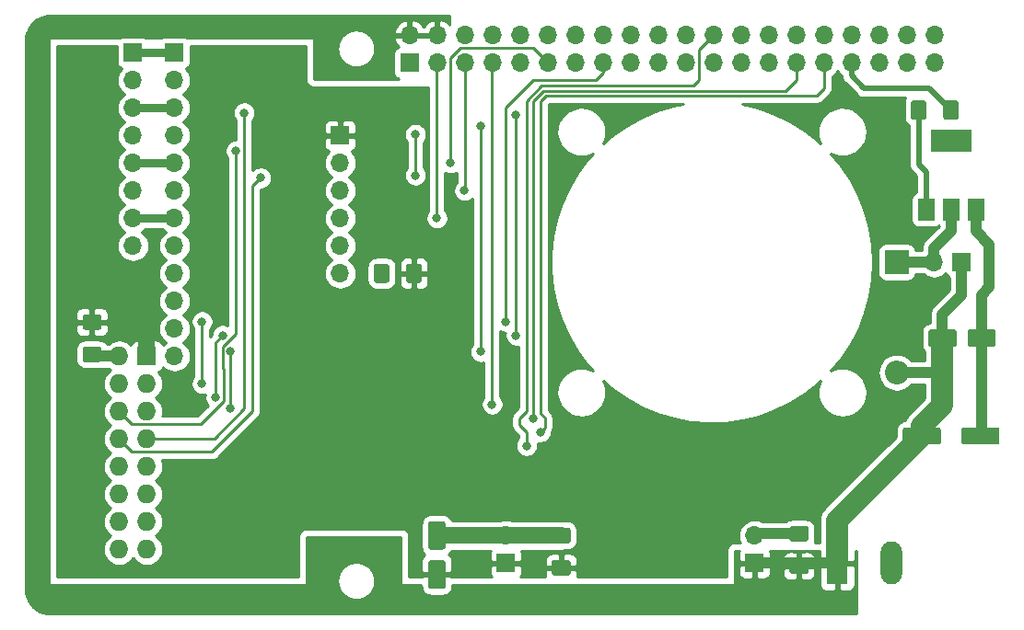
<source format=gtl>
G04 #@! TF.GenerationSoftware,KiCad,Pcbnew,(5.1.2)-2*
G04 #@! TF.CreationDate,2019-09-19T18:24:33+10:00*
G04 #@! TF.ProjectId,PecsRemoteHat.lib,50656373-5265-46d6-9f74-654861742e6c,rev?*
G04 #@! TF.SameCoordinates,Original*
G04 #@! TF.FileFunction,Copper,L1,Top*
G04 #@! TF.FilePolarity,Positive*
%FSLAX46Y46*%
G04 Gerber Fmt 4.6, Leading zero omitted, Abs format (unit mm)*
G04 Created by KiCad (PCBNEW (5.1.2)-2) date 2019-09-19 18:24:33*
%MOMM*%
%LPD*%
G04 APERTURE LIST*
%ADD10O,1.700000X1.700000*%
%ADD11R,1.700000X1.700000*%
%ADD12C,0.100000*%
%ADD13C,1.425000*%
%ADD14R,1.500000X2.000000*%
%ADD15R,3.800000X2.000000*%
%ADD16O,1.980000X3.960000*%
%ADD17R,1.980000X3.960000*%
%ADD18O,1.727200X1.727200*%
%ADD19R,1.727200X1.727200*%
%ADD20O,2.200000X2.200000*%
%ADD21R,2.200000X2.200000*%
%ADD22C,1.600000*%
%ADD23C,0.800000*%
%ADD24C,1.000000*%
%ADD25C,1.500000*%
%ADD26C,2.000000*%
%ADD27C,0.250000*%
%ADD28C,0.500000*%
%ADD29C,0.750000*%
%ADD30C,0.254000*%
G04 APERTURE END LIST*
D10*
X64770000Y-110490000D03*
X64770000Y-107950000D03*
X64770000Y-105410000D03*
X64770000Y-102870000D03*
X64770000Y-100330000D03*
X64770000Y-97790000D03*
X64770000Y-95250000D03*
D11*
X64770000Y-92710000D03*
D10*
X68580000Y-120650000D03*
X68580000Y-118110000D03*
X68580000Y-115570000D03*
X68580000Y-113030000D03*
X68580000Y-110490000D03*
X68580000Y-107950000D03*
X68580000Y-105410000D03*
X68580000Y-102870000D03*
X68580000Y-100330000D03*
X68580000Y-97790000D03*
X68580000Y-95250000D03*
D11*
X68580000Y-92710000D03*
D10*
X83820000Y-113030000D03*
X83820000Y-110490000D03*
X83820000Y-107950000D03*
X83820000Y-105410000D03*
X83820000Y-102870000D03*
D11*
X83820000Y-100330000D03*
D10*
X138460000Y-91110000D03*
X138460000Y-93650000D03*
X135920000Y-91110000D03*
X135920000Y-93650000D03*
X133380000Y-91110000D03*
X133380000Y-93650000D03*
X130840000Y-91110000D03*
X130840000Y-93650000D03*
X128300000Y-91110000D03*
X128300000Y-93650000D03*
X125760000Y-91110000D03*
X125760000Y-93650000D03*
X123220000Y-91110000D03*
X123220000Y-93650000D03*
X120680000Y-91110000D03*
X120680000Y-93650000D03*
X118140000Y-91110000D03*
X118140000Y-93650000D03*
X115600000Y-91110000D03*
X115600000Y-93650000D03*
X113060000Y-91110000D03*
X113060000Y-93650000D03*
X110520000Y-91110000D03*
X110520000Y-93650000D03*
X107980000Y-91110000D03*
X107980000Y-93650000D03*
X105440000Y-91110000D03*
X105440000Y-93650000D03*
X102900000Y-91110000D03*
X102900000Y-93650000D03*
X100360000Y-91110000D03*
X100360000Y-93650000D03*
X97820000Y-91110000D03*
X97820000Y-93650000D03*
X95280000Y-91110000D03*
X95280000Y-93650000D03*
X92740000Y-91110000D03*
X92740000Y-93650000D03*
X90200000Y-91110000D03*
D11*
X90200000Y-93650000D03*
D10*
X99060000Y-137160000D03*
D11*
X99060000Y-139700000D03*
D10*
X121920000Y-137160000D03*
D11*
X121920000Y-139700000D03*
D12*
G36*
X140462004Y-97126204D02*
G01*
X140486273Y-97129804D01*
X140510071Y-97135765D01*
X140533171Y-97144030D01*
X140555349Y-97154520D01*
X140576393Y-97167133D01*
X140596098Y-97181747D01*
X140614277Y-97198223D01*
X140630753Y-97216402D01*
X140645367Y-97236107D01*
X140657980Y-97257151D01*
X140668470Y-97279329D01*
X140676735Y-97302429D01*
X140682696Y-97326227D01*
X140686296Y-97350496D01*
X140687500Y-97375000D01*
X140687500Y-98625000D01*
X140686296Y-98649504D01*
X140682696Y-98673773D01*
X140676735Y-98697571D01*
X140668470Y-98720671D01*
X140657980Y-98742849D01*
X140645367Y-98763893D01*
X140630753Y-98783598D01*
X140614277Y-98801777D01*
X140596098Y-98818253D01*
X140576393Y-98832867D01*
X140555349Y-98845480D01*
X140533171Y-98855970D01*
X140510071Y-98864235D01*
X140486273Y-98870196D01*
X140462004Y-98873796D01*
X140437500Y-98875000D01*
X139512500Y-98875000D01*
X139487996Y-98873796D01*
X139463727Y-98870196D01*
X139439929Y-98864235D01*
X139416829Y-98855970D01*
X139394651Y-98845480D01*
X139373607Y-98832867D01*
X139353902Y-98818253D01*
X139335723Y-98801777D01*
X139319247Y-98783598D01*
X139304633Y-98763893D01*
X139292020Y-98742849D01*
X139281530Y-98720671D01*
X139273265Y-98697571D01*
X139267304Y-98673773D01*
X139263704Y-98649504D01*
X139262500Y-98625000D01*
X139262500Y-97375000D01*
X139263704Y-97350496D01*
X139267304Y-97326227D01*
X139273265Y-97302429D01*
X139281530Y-97279329D01*
X139292020Y-97257151D01*
X139304633Y-97236107D01*
X139319247Y-97216402D01*
X139335723Y-97198223D01*
X139353902Y-97181747D01*
X139373607Y-97167133D01*
X139394651Y-97154520D01*
X139416829Y-97144030D01*
X139439929Y-97135765D01*
X139463727Y-97129804D01*
X139487996Y-97126204D01*
X139512500Y-97125000D01*
X140437500Y-97125000D01*
X140462004Y-97126204D01*
X140462004Y-97126204D01*
G37*
D13*
X139975000Y-98000000D03*
D12*
G36*
X137487004Y-97126204D02*
G01*
X137511273Y-97129804D01*
X137535071Y-97135765D01*
X137558171Y-97144030D01*
X137580349Y-97154520D01*
X137601393Y-97167133D01*
X137621098Y-97181747D01*
X137639277Y-97198223D01*
X137655753Y-97216402D01*
X137670367Y-97236107D01*
X137682980Y-97257151D01*
X137693470Y-97279329D01*
X137701735Y-97302429D01*
X137707696Y-97326227D01*
X137711296Y-97350496D01*
X137712500Y-97375000D01*
X137712500Y-98625000D01*
X137711296Y-98649504D01*
X137707696Y-98673773D01*
X137701735Y-98697571D01*
X137693470Y-98720671D01*
X137682980Y-98742849D01*
X137670367Y-98763893D01*
X137655753Y-98783598D01*
X137639277Y-98801777D01*
X137621098Y-98818253D01*
X137601393Y-98832867D01*
X137580349Y-98845480D01*
X137558171Y-98855970D01*
X137535071Y-98864235D01*
X137511273Y-98870196D01*
X137487004Y-98873796D01*
X137462500Y-98875000D01*
X136537500Y-98875000D01*
X136512996Y-98873796D01*
X136488727Y-98870196D01*
X136464929Y-98864235D01*
X136441829Y-98855970D01*
X136419651Y-98845480D01*
X136398607Y-98832867D01*
X136378902Y-98818253D01*
X136360723Y-98801777D01*
X136344247Y-98783598D01*
X136329633Y-98763893D01*
X136317020Y-98742849D01*
X136306530Y-98720671D01*
X136298265Y-98697571D01*
X136292304Y-98673773D01*
X136288704Y-98649504D01*
X136287500Y-98625000D01*
X136287500Y-97375000D01*
X136288704Y-97350496D01*
X136292304Y-97326227D01*
X136298265Y-97302429D01*
X136306530Y-97279329D01*
X136317020Y-97257151D01*
X136329633Y-97236107D01*
X136344247Y-97216402D01*
X136360723Y-97198223D01*
X136378902Y-97181747D01*
X136398607Y-97167133D01*
X136419651Y-97154520D01*
X136441829Y-97144030D01*
X136464929Y-97135765D01*
X136488727Y-97129804D01*
X136512996Y-97126204D01*
X136537500Y-97125000D01*
X137462500Y-97125000D01*
X137487004Y-97126204D01*
X137487004Y-97126204D01*
G37*
D13*
X137000000Y-98000000D03*
D14*
X137700000Y-107150000D03*
X142300000Y-107150000D03*
X140000000Y-107150000D03*
D15*
X140000000Y-100850000D03*
D16*
X134540000Y-139700000D03*
D17*
X129540000Y-139700000D03*
D18*
X63500000Y-138430000D03*
X66040000Y-138430000D03*
X63500000Y-135890000D03*
X66040000Y-135890000D03*
X63500000Y-133350000D03*
X66040000Y-133350000D03*
X63500000Y-130810000D03*
X66040000Y-130810000D03*
X63500000Y-128270000D03*
X66040000Y-128270000D03*
X63500000Y-125730000D03*
X66040000Y-125730000D03*
X63500000Y-123190000D03*
X66040000Y-123190000D03*
X63500000Y-120650000D03*
D19*
X66040000Y-120650000D03*
D10*
X138430000Y-112000000D03*
D11*
X140970000Y-112000000D03*
D20*
X135000000Y-122160000D03*
D21*
X135000000Y-112000000D03*
D12*
G36*
X104789504Y-136448704D02*
G01*
X104813773Y-136452304D01*
X104837571Y-136458265D01*
X104860671Y-136466530D01*
X104882849Y-136477020D01*
X104903893Y-136489633D01*
X104923598Y-136504247D01*
X104941777Y-136520723D01*
X104958253Y-136538902D01*
X104972867Y-136558607D01*
X104985480Y-136579651D01*
X104995970Y-136601829D01*
X105004235Y-136624929D01*
X105010196Y-136648727D01*
X105013796Y-136672996D01*
X105015000Y-136697500D01*
X105015000Y-137622500D01*
X105013796Y-137647004D01*
X105010196Y-137671273D01*
X105004235Y-137695071D01*
X104995970Y-137718171D01*
X104985480Y-137740349D01*
X104972867Y-137761393D01*
X104958253Y-137781098D01*
X104941777Y-137799277D01*
X104923598Y-137815753D01*
X104903893Y-137830367D01*
X104882849Y-137842980D01*
X104860671Y-137853470D01*
X104837571Y-137861735D01*
X104813773Y-137867696D01*
X104789504Y-137871296D01*
X104765000Y-137872500D01*
X103515000Y-137872500D01*
X103490496Y-137871296D01*
X103466227Y-137867696D01*
X103442429Y-137861735D01*
X103419329Y-137853470D01*
X103397151Y-137842980D01*
X103376107Y-137830367D01*
X103356402Y-137815753D01*
X103338223Y-137799277D01*
X103321747Y-137781098D01*
X103307133Y-137761393D01*
X103294520Y-137740349D01*
X103284030Y-137718171D01*
X103275765Y-137695071D01*
X103269804Y-137671273D01*
X103266204Y-137647004D01*
X103265000Y-137622500D01*
X103265000Y-136697500D01*
X103266204Y-136672996D01*
X103269804Y-136648727D01*
X103275765Y-136624929D01*
X103284030Y-136601829D01*
X103294520Y-136579651D01*
X103307133Y-136558607D01*
X103321747Y-136538902D01*
X103338223Y-136520723D01*
X103356402Y-136504247D01*
X103376107Y-136489633D01*
X103397151Y-136477020D01*
X103419329Y-136466530D01*
X103442429Y-136458265D01*
X103466227Y-136452304D01*
X103490496Y-136448704D01*
X103515000Y-136447500D01*
X104765000Y-136447500D01*
X104789504Y-136448704D01*
X104789504Y-136448704D01*
G37*
D13*
X104140000Y-137160000D03*
D12*
G36*
X104789504Y-139423704D02*
G01*
X104813773Y-139427304D01*
X104837571Y-139433265D01*
X104860671Y-139441530D01*
X104882849Y-139452020D01*
X104903893Y-139464633D01*
X104923598Y-139479247D01*
X104941777Y-139495723D01*
X104958253Y-139513902D01*
X104972867Y-139533607D01*
X104985480Y-139554651D01*
X104995970Y-139576829D01*
X105004235Y-139599929D01*
X105010196Y-139623727D01*
X105013796Y-139647996D01*
X105015000Y-139672500D01*
X105015000Y-140597500D01*
X105013796Y-140622004D01*
X105010196Y-140646273D01*
X105004235Y-140670071D01*
X104995970Y-140693171D01*
X104985480Y-140715349D01*
X104972867Y-140736393D01*
X104958253Y-140756098D01*
X104941777Y-140774277D01*
X104923598Y-140790753D01*
X104903893Y-140805367D01*
X104882849Y-140817980D01*
X104860671Y-140828470D01*
X104837571Y-140836735D01*
X104813773Y-140842696D01*
X104789504Y-140846296D01*
X104765000Y-140847500D01*
X103515000Y-140847500D01*
X103490496Y-140846296D01*
X103466227Y-140842696D01*
X103442429Y-140836735D01*
X103419329Y-140828470D01*
X103397151Y-140817980D01*
X103376107Y-140805367D01*
X103356402Y-140790753D01*
X103338223Y-140774277D01*
X103321747Y-140756098D01*
X103307133Y-140736393D01*
X103294520Y-140715349D01*
X103284030Y-140693171D01*
X103275765Y-140670071D01*
X103269804Y-140646273D01*
X103266204Y-140622004D01*
X103265000Y-140597500D01*
X103265000Y-139672500D01*
X103266204Y-139647996D01*
X103269804Y-139623727D01*
X103275765Y-139599929D01*
X103284030Y-139576829D01*
X103294520Y-139554651D01*
X103307133Y-139533607D01*
X103321747Y-139513902D01*
X103338223Y-139495723D01*
X103356402Y-139479247D01*
X103376107Y-139464633D01*
X103397151Y-139452020D01*
X103419329Y-139441530D01*
X103442429Y-139433265D01*
X103466227Y-139427304D01*
X103490496Y-139423704D01*
X103515000Y-139422500D01*
X104765000Y-139422500D01*
X104789504Y-139423704D01*
X104789504Y-139423704D01*
G37*
D13*
X104140000Y-140135000D03*
D12*
G36*
X61649504Y-119776204D02*
G01*
X61673773Y-119779804D01*
X61697571Y-119785765D01*
X61720671Y-119794030D01*
X61742849Y-119804520D01*
X61763893Y-119817133D01*
X61783598Y-119831747D01*
X61801777Y-119848223D01*
X61818253Y-119866402D01*
X61832867Y-119886107D01*
X61845480Y-119907151D01*
X61855970Y-119929329D01*
X61864235Y-119952429D01*
X61870196Y-119976227D01*
X61873796Y-120000496D01*
X61875000Y-120025000D01*
X61875000Y-120950000D01*
X61873796Y-120974504D01*
X61870196Y-120998773D01*
X61864235Y-121022571D01*
X61855970Y-121045671D01*
X61845480Y-121067849D01*
X61832867Y-121088893D01*
X61818253Y-121108598D01*
X61801777Y-121126777D01*
X61783598Y-121143253D01*
X61763893Y-121157867D01*
X61742849Y-121170480D01*
X61720671Y-121180970D01*
X61697571Y-121189235D01*
X61673773Y-121195196D01*
X61649504Y-121198796D01*
X61625000Y-121200000D01*
X60375000Y-121200000D01*
X60350496Y-121198796D01*
X60326227Y-121195196D01*
X60302429Y-121189235D01*
X60279329Y-121180970D01*
X60257151Y-121170480D01*
X60236107Y-121157867D01*
X60216402Y-121143253D01*
X60198223Y-121126777D01*
X60181747Y-121108598D01*
X60167133Y-121088893D01*
X60154520Y-121067849D01*
X60144030Y-121045671D01*
X60135765Y-121022571D01*
X60129804Y-120998773D01*
X60126204Y-120974504D01*
X60125000Y-120950000D01*
X60125000Y-120025000D01*
X60126204Y-120000496D01*
X60129804Y-119976227D01*
X60135765Y-119952429D01*
X60144030Y-119929329D01*
X60154520Y-119907151D01*
X60167133Y-119886107D01*
X60181747Y-119866402D01*
X60198223Y-119848223D01*
X60216402Y-119831747D01*
X60236107Y-119817133D01*
X60257151Y-119804520D01*
X60279329Y-119794030D01*
X60302429Y-119785765D01*
X60326227Y-119779804D01*
X60350496Y-119776204D01*
X60375000Y-119775000D01*
X61625000Y-119775000D01*
X61649504Y-119776204D01*
X61649504Y-119776204D01*
G37*
D13*
X61000000Y-120487500D03*
D12*
G36*
X61649504Y-116801204D02*
G01*
X61673773Y-116804804D01*
X61697571Y-116810765D01*
X61720671Y-116819030D01*
X61742849Y-116829520D01*
X61763893Y-116842133D01*
X61783598Y-116856747D01*
X61801777Y-116873223D01*
X61818253Y-116891402D01*
X61832867Y-116911107D01*
X61845480Y-116932151D01*
X61855970Y-116954329D01*
X61864235Y-116977429D01*
X61870196Y-117001227D01*
X61873796Y-117025496D01*
X61875000Y-117050000D01*
X61875000Y-117975000D01*
X61873796Y-117999504D01*
X61870196Y-118023773D01*
X61864235Y-118047571D01*
X61855970Y-118070671D01*
X61845480Y-118092849D01*
X61832867Y-118113893D01*
X61818253Y-118133598D01*
X61801777Y-118151777D01*
X61783598Y-118168253D01*
X61763893Y-118182867D01*
X61742849Y-118195480D01*
X61720671Y-118205970D01*
X61697571Y-118214235D01*
X61673773Y-118220196D01*
X61649504Y-118223796D01*
X61625000Y-118225000D01*
X60375000Y-118225000D01*
X60350496Y-118223796D01*
X60326227Y-118220196D01*
X60302429Y-118214235D01*
X60279329Y-118205970D01*
X60257151Y-118195480D01*
X60236107Y-118182867D01*
X60216402Y-118168253D01*
X60198223Y-118151777D01*
X60181747Y-118133598D01*
X60167133Y-118113893D01*
X60154520Y-118092849D01*
X60144030Y-118070671D01*
X60135765Y-118047571D01*
X60129804Y-118023773D01*
X60126204Y-117999504D01*
X60125000Y-117975000D01*
X60125000Y-117050000D01*
X60126204Y-117025496D01*
X60129804Y-117001227D01*
X60135765Y-116977429D01*
X60144030Y-116954329D01*
X60154520Y-116932151D01*
X60167133Y-116911107D01*
X60181747Y-116891402D01*
X60198223Y-116873223D01*
X60216402Y-116856747D01*
X60236107Y-116842133D01*
X60257151Y-116829520D01*
X60279329Y-116819030D01*
X60302429Y-116810765D01*
X60326227Y-116804804D01*
X60350496Y-116801204D01*
X60375000Y-116800000D01*
X61625000Y-116800000D01*
X61649504Y-116801204D01*
X61649504Y-116801204D01*
G37*
D13*
X61000000Y-117512500D03*
D12*
G36*
X88117004Y-112156204D02*
G01*
X88141273Y-112159804D01*
X88165071Y-112165765D01*
X88188171Y-112174030D01*
X88210349Y-112184520D01*
X88231393Y-112197133D01*
X88251098Y-112211747D01*
X88269277Y-112228223D01*
X88285753Y-112246402D01*
X88300367Y-112266107D01*
X88312980Y-112287151D01*
X88323470Y-112309329D01*
X88331735Y-112332429D01*
X88337696Y-112356227D01*
X88341296Y-112380496D01*
X88342500Y-112405000D01*
X88342500Y-113655000D01*
X88341296Y-113679504D01*
X88337696Y-113703773D01*
X88331735Y-113727571D01*
X88323470Y-113750671D01*
X88312980Y-113772849D01*
X88300367Y-113793893D01*
X88285753Y-113813598D01*
X88269277Y-113831777D01*
X88251098Y-113848253D01*
X88231393Y-113862867D01*
X88210349Y-113875480D01*
X88188171Y-113885970D01*
X88165071Y-113894235D01*
X88141273Y-113900196D01*
X88117004Y-113903796D01*
X88092500Y-113905000D01*
X87167500Y-113905000D01*
X87142996Y-113903796D01*
X87118727Y-113900196D01*
X87094929Y-113894235D01*
X87071829Y-113885970D01*
X87049651Y-113875480D01*
X87028607Y-113862867D01*
X87008902Y-113848253D01*
X86990723Y-113831777D01*
X86974247Y-113813598D01*
X86959633Y-113793893D01*
X86947020Y-113772849D01*
X86936530Y-113750671D01*
X86928265Y-113727571D01*
X86922304Y-113703773D01*
X86918704Y-113679504D01*
X86917500Y-113655000D01*
X86917500Y-112405000D01*
X86918704Y-112380496D01*
X86922304Y-112356227D01*
X86928265Y-112332429D01*
X86936530Y-112309329D01*
X86947020Y-112287151D01*
X86959633Y-112266107D01*
X86974247Y-112246402D01*
X86990723Y-112228223D01*
X87008902Y-112211747D01*
X87028607Y-112197133D01*
X87049651Y-112184520D01*
X87071829Y-112174030D01*
X87094929Y-112165765D01*
X87118727Y-112159804D01*
X87142996Y-112156204D01*
X87167500Y-112155000D01*
X88092500Y-112155000D01*
X88117004Y-112156204D01*
X88117004Y-112156204D01*
G37*
D13*
X87630000Y-113030000D03*
D12*
G36*
X91092004Y-112156204D02*
G01*
X91116273Y-112159804D01*
X91140071Y-112165765D01*
X91163171Y-112174030D01*
X91185349Y-112184520D01*
X91206393Y-112197133D01*
X91226098Y-112211747D01*
X91244277Y-112228223D01*
X91260753Y-112246402D01*
X91275367Y-112266107D01*
X91287980Y-112287151D01*
X91298470Y-112309329D01*
X91306735Y-112332429D01*
X91312696Y-112356227D01*
X91316296Y-112380496D01*
X91317500Y-112405000D01*
X91317500Y-113655000D01*
X91316296Y-113679504D01*
X91312696Y-113703773D01*
X91306735Y-113727571D01*
X91298470Y-113750671D01*
X91287980Y-113772849D01*
X91275367Y-113793893D01*
X91260753Y-113813598D01*
X91244277Y-113831777D01*
X91226098Y-113848253D01*
X91206393Y-113862867D01*
X91185349Y-113875480D01*
X91163171Y-113885970D01*
X91140071Y-113894235D01*
X91116273Y-113900196D01*
X91092004Y-113903796D01*
X91067500Y-113905000D01*
X90142500Y-113905000D01*
X90117996Y-113903796D01*
X90093727Y-113900196D01*
X90069929Y-113894235D01*
X90046829Y-113885970D01*
X90024651Y-113875480D01*
X90003607Y-113862867D01*
X89983902Y-113848253D01*
X89965723Y-113831777D01*
X89949247Y-113813598D01*
X89934633Y-113793893D01*
X89922020Y-113772849D01*
X89911530Y-113750671D01*
X89903265Y-113727571D01*
X89897304Y-113703773D01*
X89893704Y-113679504D01*
X89892500Y-113655000D01*
X89892500Y-112405000D01*
X89893704Y-112380496D01*
X89897304Y-112356227D01*
X89903265Y-112332429D01*
X89911530Y-112309329D01*
X89922020Y-112287151D01*
X89934633Y-112266107D01*
X89949247Y-112246402D01*
X89965723Y-112228223D01*
X89983902Y-112211747D01*
X90003607Y-112197133D01*
X90024651Y-112184520D01*
X90046829Y-112174030D01*
X90069929Y-112165765D01*
X90093727Y-112159804D01*
X90117996Y-112156204D01*
X90142500Y-112155000D01*
X91067500Y-112155000D01*
X91092004Y-112156204D01*
X91092004Y-112156204D01*
G37*
D13*
X90605000Y-113030000D03*
D12*
G36*
X126649504Y-136288704D02*
G01*
X126673773Y-136292304D01*
X126697571Y-136298265D01*
X126720671Y-136306530D01*
X126742849Y-136317020D01*
X126763893Y-136329633D01*
X126783598Y-136344247D01*
X126801777Y-136360723D01*
X126818253Y-136378902D01*
X126832867Y-136398607D01*
X126845480Y-136419651D01*
X126855970Y-136441829D01*
X126864235Y-136464929D01*
X126870196Y-136488727D01*
X126873796Y-136512996D01*
X126875000Y-136537500D01*
X126875000Y-137462500D01*
X126873796Y-137487004D01*
X126870196Y-137511273D01*
X126864235Y-137535071D01*
X126855970Y-137558171D01*
X126845480Y-137580349D01*
X126832867Y-137601393D01*
X126818253Y-137621098D01*
X126801777Y-137639277D01*
X126783598Y-137655753D01*
X126763893Y-137670367D01*
X126742849Y-137682980D01*
X126720671Y-137693470D01*
X126697571Y-137701735D01*
X126673773Y-137707696D01*
X126649504Y-137711296D01*
X126625000Y-137712500D01*
X125375000Y-137712500D01*
X125350496Y-137711296D01*
X125326227Y-137707696D01*
X125302429Y-137701735D01*
X125279329Y-137693470D01*
X125257151Y-137682980D01*
X125236107Y-137670367D01*
X125216402Y-137655753D01*
X125198223Y-137639277D01*
X125181747Y-137621098D01*
X125167133Y-137601393D01*
X125154520Y-137580349D01*
X125144030Y-137558171D01*
X125135765Y-137535071D01*
X125129804Y-137511273D01*
X125126204Y-137487004D01*
X125125000Y-137462500D01*
X125125000Y-136537500D01*
X125126204Y-136512996D01*
X125129804Y-136488727D01*
X125135765Y-136464929D01*
X125144030Y-136441829D01*
X125154520Y-136419651D01*
X125167133Y-136398607D01*
X125181747Y-136378902D01*
X125198223Y-136360723D01*
X125216402Y-136344247D01*
X125236107Y-136329633D01*
X125257151Y-136317020D01*
X125279329Y-136306530D01*
X125302429Y-136298265D01*
X125326227Y-136292304D01*
X125350496Y-136288704D01*
X125375000Y-136287500D01*
X126625000Y-136287500D01*
X126649504Y-136288704D01*
X126649504Y-136288704D01*
G37*
D13*
X126000000Y-137000000D03*
D12*
G36*
X126649504Y-139263704D02*
G01*
X126673773Y-139267304D01*
X126697571Y-139273265D01*
X126720671Y-139281530D01*
X126742849Y-139292020D01*
X126763893Y-139304633D01*
X126783598Y-139319247D01*
X126801777Y-139335723D01*
X126818253Y-139353902D01*
X126832867Y-139373607D01*
X126845480Y-139394651D01*
X126855970Y-139416829D01*
X126864235Y-139439929D01*
X126870196Y-139463727D01*
X126873796Y-139487996D01*
X126875000Y-139512500D01*
X126875000Y-140437500D01*
X126873796Y-140462004D01*
X126870196Y-140486273D01*
X126864235Y-140510071D01*
X126855970Y-140533171D01*
X126845480Y-140555349D01*
X126832867Y-140576393D01*
X126818253Y-140596098D01*
X126801777Y-140614277D01*
X126783598Y-140630753D01*
X126763893Y-140645367D01*
X126742849Y-140657980D01*
X126720671Y-140668470D01*
X126697571Y-140676735D01*
X126673773Y-140682696D01*
X126649504Y-140686296D01*
X126625000Y-140687500D01*
X125375000Y-140687500D01*
X125350496Y-140686296D01*
X125326227Y-140682696D01*
X125302429Y-140676735D01*
X125279329Y-140668470D01*
X125257151Y-140657980D01*
X125236107Y-140645367D01*
X125216402Y-140630753D01*
X125198223Y-140614277D01*
X125181747Y-140596098D01*
X125167133Y-140576393D01*
X125154520Y-140555349D01*
X125144030Y-140533171D01*
X125135765Y-140510071D01*
X125129804Y-140486273D01*
X125126204Y-140462004D01*
X125125000Y-140437500D01*
X125125000Y-139512500D01*
X125126204Y-139487996D01*
X125129804Y-139463727D01*
X125135765Y-139439929D01*
X125144030Y-139416829D01*
X125154520Y-139394651D01*
X125167133Y-139373607D01*
X125181747Y-139353902D01*
X125198223Y-139335723D01*
X125216402Y-139319247D01*
X125236107Y-139304633D01*
X125257151Y-139292020D01*
X125279329Y-139281530D01*
X125302429Y-139273265D01*
X125326227Y-139267304D01*
X125350496Y-139263704D01*
X125375000Y-139262500D01*
X126625000Y-139262500D01*
X126649504Y-139263704D01*
X126649504Y-139263704D01*
G37*
D13*
X126000000Y-139975000D03*
D12*
G36*
X93284504Y-135861204D02*
G01*
X93308773Y-135864804D01*
X93332571Y-135870765D01*
X93355671Y-135879030D01*
X93377849Y-135889520D01*
X93398893Y-135902133D01*
X93418598Y-135916747D01*
X93436777Y-135933223D01*
X93453253Y-135951402D01*
X93467867Y-135971107D01*
X93480480Y-135992151D01*
X93490970Y-136014329D01*
X93499235Y-136037429D01*
X93505196Y-136061227D01*
X93508796Y-136085496D01*
X93510000Y-136110000D01*
X93510000Y-138210000D01*
X93508796Y-138234504D01*
X93505196Y-138258773D01*
X93499235Y-138282571D01*
X93490970Y-138305671D01*
X93480480Y-138327849D01*
X93467867Y-138348893D01*
X93453253Y-138368598D01*
X93436777Y-138386777D01*
X93418598Y-138403253D01*
X93398893Y-138417867D01*
X93377849Y-138430480D01*
X93355671Y-138440970D01*
X93332571Y-138449235D01*
X93308773Y-138455196D01*
X93284504Y-138458796D01*
X93260000Y-138460000D01*
X92160000Y-138460000D01*
X92135496Y-138458796D01*
X92111227Y-138455196D01*
X92087429Y-138449235D01*
X92064329Y-138440970D01*
X92042151Y-138430480D01*
X92021107Y-138417867D01*
X92001402Y-138403253D01*
X91983223Y-138386777D01*
X91966747Y-138368598D01*
X91952133Y-138348893D01*
X91939520Y-138327849D01*
X91929030Y-138305671D01*
X91920765Y-138282571D01*
X91914804Y-138258773D01*
X91911204Y-138234504D01*
X91910000Y-138210000D01*
X91910000Y-136110000D01*
X91911204Y-136085496D01*
X91914804Y-136061227D01*
X91920765Y-136037429D01*
X91929030Y-136014329D01*
X91939520Y-135992151D01*
X91952133Y-135971107D01*
X91966747Y-135951402D01*
X91983223Y-135933223D01*
X92001402Y-135916747D01*
X92021107Y-135902133D01*
X92042151Y-135889520D01*
X92064329Y-135879030D01*
X92087429Y-135870765D01*
X92111227Y-135864804D01*
X92135496Y-135861204D01*
X92160000Y-135860000D01*
X93260000Y-135860000D01*
X93284504Y-135861204D01*
X93284504Y-135861204D01*
G37*
D22*
X92710000Y-137160000D03*
D12*
G36*
X93284504Y-139461204D02*
G01*
X93308773Y-139464804D01*
X93332571Y-139470765D01*
X93355671Y-139479030D01*
X93377849Y-139489520D01*
X93398893Y-139502133D01*
X93418598Y-139516747D01*
X93436777Y-139533223D01*
X93453253Y-139551402D01*
X93467867Y-139571107D01*
X93480480Y-139592151D01*
X93490970Y-139614329D01*
X93499235Y-139637429D01*
X93505196Y-139661227D01*
X93508796Y-139685496D01*
X93510000Y-139710000D01*
X93510000Y-141810000D01*
X93508796Y-141834504D01*
X93505196Y-141858773D01*
X93499235Y-141882571D01*
X93490970Y-141905671D01*
X93480480Y-141927849D01*
X93467867Y-141948893D01*
X93453253Y-141968598D01*
X93436777Y-141986777D01*
X93418598Y-142003253D01*
X93398893Y-142017867D01*
X93377849Y-142030480D01*
X93355671Y-142040970D01*
X93332571Y-142049235D01*
X93308773Y-142055196D01*
X93284504Y-142058796D01*
X93260000Y-142060000D01*
X92160000Y-142060000D01*
X92135496Y-142058796D01*
X92111227Y-142055196D01*
X92087429Y-142049235D01*
X92064329Y-142040970D01*
X92042151Y-142030480D01*
X92021107Y-142017867D01*
X92001402Y-142003253D01*
X91983223Y-141986777D01*
X91966747Y-141968598D01*
X91952133Y-141948893D01*
X91939520Y-141927849D01*
X91929030Y-141905671D01*
X91920765Y-141882571D01*
X91914804Y-141858773D01*
X91911204Y-141834504D01*
X91910000Y-141810000D01*
X91910000Y-139710000D01*
X91911204Y-139685496D01*
X91914804Y-139661227D01*
X91920765Y-139637429D01*
X91929030Y-139614329D01*
X91939520Y-139592151D01*
X91952133Y-139571107D01*
X91966747Y-139551402D01*
X91983223Y-139533223D01*
X92001402Y-139516747D01*
X92021107Y-139502133D01*
X92042151Y-139489520D01*
X92064329Y-139479030D01*
X92087429Y-139470765D01*
X92111227Y-139464804D01*
X92135496Y-139461204D01*
X92160000Y-139460000D01*
X93260000Y-139460000D01*
X93284504Y-139461204D01*
X93284504Y-139461204D01*
G37*
D22*
X92710000Y-140760000D03*
D12*
G36*
X143874504Y-118201204D02*
G01*
X143898773Y-118204804D01*
X143922571Y-118210765D01*
X143945671Y-118219030D01*
X143967849Y-118229520D01*
X143988893Y-118242133D01*
X144008598Y-118256747D01*
X144026777Y-118273223D01*
X144043253Y-118291402D01*
X144057867Y-118311107D01*
X144070480Y-118332151D01*
X144080970Y-118354329D01*
X144089235Y-118377429D01*
X144095196Y-118401227D01*
X144098796Y-118425496D01*
X144100000Y-118450000D01*
X144100000Y-119550000D01*
X144098796Y-119574504D01*
X144095196Y-119598773D01*
X144089235Y-119622571D01*
X144080970Y-119645671D01*
X144070480Y-119667849D01*
X144057867Y-119688893D01*
X144043253Y-119708598D01*
X144026777Y-119726777D01*
X144008598Y-119743253D01*
X143988893Y-119757867D01*
X143967849Y-119770480D01*
X143945671Y-119780970D01*
X143922571Y-119789235D01*
X143898773Y-119795196D01*
X143874504Y-119798796D01*
X143850000Y-119800000D01*
X141750000Y-119800000D01*
X141725496Y-119798796D01*
X141701227Y-119795196D01*
X141677429Y-119789235D01*
X141654329Y-119780970D01*
X141632151Y-119770480D01*
X141611107Y-119757867D01*
X141591402Y-119743253D01*
X141573223Y-119726777D01*
X141556747Y-119708598D01*
X141542133Y-119688893D01*
X141529520Y-119667849D01*
X141519030Y-119645671D01*
X141510765Y-119622571D01*
X141504804Y-119598773D01*
X141501204Y-119574504D01*
X141500000Y-119550000D01*
X141500000Y-118450000D01*
X141501204Y-118425496D01*
X141504804Y-118401227D01*
X141510765Y-118377429D01*
X141519030Y-118354329D01*
X141529520Y-118332151D01*
X141542133Y-118311107D01*
X141556747Y-118291402D01*
X141573223Y-118273223D01*
X141591402Y-118256747D01*
X141611107Y-118242133D01*
X141632151Y-118229520D01*
X141654329Y-118219030D01*
X141677429Y-118210765D01*
X141701227Y-118204804D01*
X141725496Y-118201204D01*
X141750000Y-118200000D01*
X143850000Y-118200000D01*
X143874504Y-118201204D01*
X143874504Y-118201204D01*
G37*
D22*
X142800000Y-119000000D03*
D12*
G36*
X140274504Y-118201204D02*
G01*
X140298773Y-118204804D01*
X140322571Y-118210765D01*
X140345671Y-118219030D01*
X140367849Y-118229520D01*
X140388893Y-118242133D01*
X140408598Y-118256747D01*
X140426777Y-118273223D01*
X140443253Y-118291402D01*
X140457867Y-118311107D01*
X140470480Y-118332151D01*
X140480970Y-118354329D01*
X140489235Y-118377429D01*
X140495196Y-118401227D01*
X140498796Y-118425496D01*
X140500000Y-118450000D01*
X140500000Y-119550000D01*
X140498796Y-119574504D01*
X140495196Y-119598773D01*
X140489235Y-119622571D01*
X140480970Y-119645671D01*
X140470480Y-119667849D01*
X140457867Y-119688893D01*
X140443253Y-119708598D01*
X140426777Y-119726777D01*
X140408598Y-119743253D01*
X140388893Y-119757867D01*
X140367849Y-119770480D01*
X140345671Y-119780970D01*
X140322571Y-119789235D01*
X140298773Y-119795196D01*
X140274504Y-119798796D01*
X140250000Y-119800000D01*
X138150000Y-119800000D01*
X138125496Y-119798796D01*
X138101227Y-119795196D01*
X138077429Y-119789235D01*
X138054329Y-119780970D01*
X138032151Y-119770480D01*
X138011107Y-119757867D01*
X137991402Y-119743253D01*
X137973223Y-119726777D01*
X137956747Y-119708598D01*
X137942133Y-119688893D01*
X137929520Y-119667849D01*
X137919030Y-119645671D01*
X137910765Y-119622571D01*
X137904804Y-119598773D01*
X137901204Y-119574504D01*
X137900000Y-119550000D01*
X137900000Y-118450000D01*
X137901204Y-118425496D01*
X137904804Y-118401227D01*
X137910765Y-118377429D01*
X137919030Y-118354329D01*
X137929520Y-118332151D01*
X137942133Y-118311107D01*
X137956747Y-118291402D01*
X137973223Y-118273223D01*
X137991402Y-118256747D01*
X138011107Y-118242133D01*
X138032151Y-118229520D01*
X138054329Y-118219030D01*
X138077429Y-118210765D01*
X138101227Y-118204804D01*
X138125496Y-118201204D01*
X138150000Y-118200000D01*
X140250000Y-118200000D01*
X140274504Y-118201204D01*
X140274504Y-118201204D01*
G37*
D22*
X139200000Y-119000000D03*
D12*
G36*
X144224504Y-127201204D02*
G01*
X144248773Y-127204804D01*
X144272571Y-127210765D01*
X144295671Y-127219030D01*
X144317849Y-127229520D01*
X144338893Y-127242133D01*
X144358598Y-127256747D01*
X144376777Y-127273223D01*
X144393253Y-127291402D01*
X144407867Y-127311107D01*
X144420480Y-127332151D01*
X144430970Y-127354329D01*
X144439235Y-127377429D01*
X144445196Y-127401227D01*
X144448796Y-127425496D01*
X144450000Y-127450000D01*
X144450000Y-128550000D01*
X144448796Y-128574504D01*
X144445196Y-128598773D01*
X144439235Y-128622571D01*
X144430970Y-128645671D01*
X144420480Y-128667849D01*
X144407867Y-128688893D01*
X144393253Y-128708598D01*
X144376777Y-128726777D01*
X144358598Y-128743253D01*
X144338893Y-128757867D01*
X144317849Y-128770480D01*
X144295671Y-128780970D01*
X144272571Y-128789235D01*
X144248773Y-128795196D01*
X144224504Y-128798796D01*
X144200000Y-128800000D01*
X141200000Y-128800000D01*
X141175496Y-128798796D01*
X141151227Y-128795196D01*
X141127429Y-128789235D01*
X141104329Y-128780970D01*
X141082151Y-128770480D01*
X141061107Y-128757867D01*
X141041402Y-128743253D01*
X141023223Y-128726777D01*
X141006747Y-128708598D01*
X140992133Y-128688893D01*
X140979520Y-128667849D01*
X140969030Y-128645671D01*
X140960765Y-128622571D01*
X140954804Y-128598773D01*
X140951204Y-128574504D01*
X140950000Y-128550000D01*
X140950000Y-127450000D01*
X140951204Y-127425496D01*
X140954804Y-127401227D01*
X140960765Y-127377429D01*
X140969030Y-127354329D01*
X140979520Y-127332151D01*
X140992133Y-127311107D01*
X141006747Y-127291402D01*
X141023223Y-127273223D01*
X141041402Y-127256747D01*
X141061107Y-127242133D01*
X141082151Y-127229520D01*
X141104329Y-127219030D01*
X141127429Y-127210765D01*
X141151227Y-127204804D01*
X141175496Y-127201204D01*
X141200000Y-127200000D01*
X144200000Y-127200000D01*
X144224504Y-127201204D01*
X144224504Y-127201204D01*
G37*
D22*
X142700000Y-128000000D03*
D12*
G36*
X138824504Y-127201204D02*
G01*
X138848773Y-127204804D01*
X138872571Y-127210765D01*
X138895671Y-127219030D01*
X138917849Y-127229520D01*
X138938893Y-127242133D01*
X138958598Y-127256747D01*
X138976777Y-127273223D01*
X138993253Y-127291402D01*
X139007867Y-127311107D01*
X139020480Y-127332151D01*
X139030970Y-127354329D01*
X139039235Y-127377429D01*
X139045196Y-127401227D01*
X139048796Y-127425496D01*
X139050000Y-127450000D01*
X139050000Y-128550000D01*
X139048796Y-128574504D01*
X139045196Y-128598773D01*
X139039235Y-128622571D01*
X139030970Y-128645671D01*
X139020480Y-128667849D01*
X139007867Y-128688893D01*
X138993253Y-128708598D01*
X138976777Y-128726777D01*
X138958598Y-128743253D01*
X138938893Y-128757867D01*
X138917849Y-128770480D01*
X138895671Y-128780970D01*
X138872571Y-128789235D01*
X138848773Y-128795196D01*
X138824504Y-128798796D01*
X138800000Y-128800000D01*
X135800000Y-128800000D01*
X135775496Y-128798796D01*
X135751227Y-128795196D01*
X135727429Y-128789235D01*
X135704329Y-128780970D01*
X135682151Y-128770480D01*
X135661107Y-128757867D01*
X135641402Y-128743253D01*
X135623223Y-128726777D01*
X135606747Y-128708598D01*
X135592133Y-128688893D01*
X135579520Y-128667849D01*
X135569030Y-128645671D01*
X135560765Y-128622571D01*
X135554804Y-128598773D01*
X135551204Y-128574504D01*
X135550000Y-128550000D01*
X135550000Y-127450000D01*
X135551204Y-127425496D01*
X135554804Y-127401227D01*
X135560765Y-127377429D01*
X135569030Y-127354329D01*
X135579520Y-127332151D01*
X135592133Y-127311107D01*
X135606747Y-127291402D01*
X135623223Y-127273223D01*
X135641402Y-127256747D01*
X135661107Y-127242133D01*
X135682151Y-127229520D01*
X135704329Y-127219030D01*
X135727429Y-127210765D01*
X135751227Y-127204804D01*
X135775496Y-127201204D01*
X135800000Y-127200000D01*
X138800000Y-127200000D01*
X138824504Y-127201204D01*
X138824504Y-127201204D01*
G37*
D22*
X137300000Y-128000000D03*
D23*
X142800000Y-122630000D03*
X142800000Y-123900000D03*
X143510000Y-111760000D03*
X143510000Y-113030000D03*
X90750000Y-104000000D03*
X86250000Y-131450000D03*
X77000000Y-122000000D03*
X90750000Y-100250000D03*
X76515001Y-104234999D03*
X75000000Y-98250000D03*
X74250000Y-101750000D03*
X96750000Y-120250000D03*
X73750000Y-120250000D03*
X96750000Y-99500000D03*
X73750000Y-125500000D03*
X100000000Y-98425000D03*
X100000000Y-118745000D03*
X72390000Y-124460000D03*
X73025000Y-118745000D03*
X71120000Y-117475000D03*
X99060000Y-117475000D03*
X71120000Y-123190000D03*
X102235000Y-127635000D03*
X101600000Y-126365000D03*
X93980000Y-102870000D03*
X97790000Y-125095000D03*
X95250000Y-105410000D03*
X92710000Y-107950000D03*
X100965000Y-128905000D03*
D24*
X142300000Y-109150000D02*
X143510000Y-110360000D01*
X142300000Y-107150000D02*
X142300000Y-109150000D01*
X143510000Y-110360000D02*
X143510000Y-111760000D01*
X142800000Y-115010000D02*
X142800000Y-119000000D01*
X143510000Y-114300000D02*
X142800000Y-115010000D01*
X142800000Y-127900000D02*
X142700000Y-128000000D01*
X142800000Y-119000000D02*
X142800000Y-122630000D01*
X142800000Y-122630000D02*
X142800000Y-123900000D01*
X142800000Y-123900000D02*
X142800000Y-127900000D01*
X143510000Y-111760000D02*
X143510000Y-113030000D01*
X143510000Y-113030000D02*
X143510000Y-114300000D01*
D25*
X99060000Y-137160000D02*
X104140000Y-137160000D01*
X92710000Y-137160000D02*
X99060000Y-137160000D01*
D24*
X61162500Y-120650000D02*
X61000000Y-120487500D01*
X63500000Y-120650000D02*
X61162500Y-120650000D01*
X122080000Y-137000000D02*
X121920000Y-137160000D01*
X126000000Y-137000000D02*
X122080000Y-137000000D01*
D26*
X137300000Y-128000000D02*
X137300000Y-127100000D01*
X137300000Y-127100000D02*
X139200000Y-125200000D01*
X137300000Y-128000000D02*
X129540000Y-135760000D01*
X129540000Y-135760000D02*
X129540000Y-139700000D01*
D24*
X139200000Y-119000000D02*
X139200000Y-116800000D01*
X140970000Y-115030000D02*
X140970000Y-112000000D01*
X139200000Y-116800000D02*
X140970000Y-115030000D01*
X139160000Y-122160000D02*
X139200000Y-122200000D01*
X135000000Y-122160000D02*
X139160000Y-122160000D01*
D26*
X139200000Y-125200000D02*
X139200000Y-122200000D01*
X139200000Y-122200000D02*
X139200000Y-119000000D01*
D24*
X126275000Y-139700000D02*
X126000000Y-139975000D01*
X129540000Y-139700000D02*
X126275000Y-139700000D01*
X125725000Y-139700000D02*
X126000000Y-139975000D01*
X121920000Y-139700000D02*
X125725000Y-139700000D01*
D25*
X66040000Y-120650000D02*
X66040000Y-119040000D01*
D24*
X140000000Y-107150000D02*
X140000000Y-109150000D01*
X138430000Y-110720000D02*
X138430000Y-112000000D01*
X140000000Y-109150000D02*
X138430000Y-110720000D01*
X135000000Y-112000000D02*
X138430000Y-112000000D01*
D27*
X90750000Y-100250000D02*
X90750000Y-104000000D01*
X75750000Y-105000000D02*
X76515001Y-104234999D01*
X75750000Y-125750000D02*
X75750000Y-105000000D01*
X72041399Y-129458601D02*
X75750000Y-125750000D01*
X63500000Y-128270000D02*
X64688601Y-129458601D01*
X64688601Y-129458601D02*
X72041399Y-129458601D01*
X66040000Y-128270000D02*
X72230000Y-128270000D01*
X72230000Y-128270000D02*
X75000000Y-125500000D01*
X75000000Y-125500000D02*
X75000000Y-116250000D01*
X75000000Y-116250000D02*
X75000000Y-98250000D01*
X73024999Y-119818003D02*
X74250000Y-118593002D01*
X64688601Y-126918601D02*
X71004401Y-126918601D01*
X71004401Y-126918601D02*
X73115001Y-124808001D01*
X73115001Y-124808001D02*
X73115001Y-121865001D01*
X73115001Y-121865001D02*
X73024999Y-121774999D01*
X63500000Y-125730000D02*
X64688601Y-126918601D01*
X73024999Y-121774999D02*
X73024999Y-119818003D01*
X74250000Y-118593002D02*
X74250000Y-101750000D01*
X74250000Y-101750000D02*
X74250000Y-101750000D01*
X73750000Y-125500000D02*
X73750000Y-120250000D01*
X96750000Y-99500000D02*
X96750000Y-120250000D01*
X72390000Y-124460000D02*
X72390000Y-119380000D01*
X72390000Y-119380000D02*
X73025000Y-118745000D01*
X73025000Y-118745000D02*
X73025000Y-118745000D01*
X100000000Y-118745000D02*
X100000000Y-98425000D01*
X71120000Y-117475000D02*
X71120000Y-123190000D01*
X99060000Y-97785770D02*
X99060000Y-117475000D01*
X101595770Y-95250000D02*
X99060000Y-97785770D01*
X107315000Y-95250000D02*
X101595770Y-95250000D01*
X107980000Y-93650000D02*
X107980000Y-94585000D01*
X107980000Y-94585000D02*
X107315000Y-95250000D01*
D28*
X137000000Y-98000000D02*
X137000000Y-103000000D01*
X137700000Y-103700000D02*
X137700000Y-107150000D01*
X137000000Y-103000000D02*
X137700000Y-103700000D01*
X130840000Y-94852081D02*
X131987919Y-96000000D01*
X130840000Y-93650000D02*
X130840000Y-94852081D01*
X131987919Y-96000000D02*
X138000000Y-96000000D01*
X138000000Y-96025000D02*
X139975000Y-98000000D01*
X138000000Y-96000000D02*
X138000000Y-96025000D01*
D27*
X102634999Y-127235001D02*
X102235000Y-127635000D01*
X102634999Y-126326997D02*
X102634999Y-127235001D01*
X128300000Y-93650000D02*
X128300000Y-96009990D01*
X128300000Y-96009990D02*
X127635000Y-96674990D01*
X127635000Y-96674990D02*
X102715010Y-96674990D01*
X102715010Y-96674990D02*
X102235000Y-97155000D01*
X102235000Y-97155000D02*
X102235000Y-125926998D01*
X102235000Y-125926998D02*
X102634999Y-126326997D01*
X125760000Y-93650000D02*
X125760000Y-95220000D01*
X102528609Y-96224981D02*
X101600000Y-97153590D01*
X125760000Y-95220000D02*
X124755020Y-96224980D01*
X124755020Y-96224980D02*
X102528609Y-96224981D01*
X101600000Y-97153590D02*
X101600000Y-121920000D01*
X101600000Y-121920000D02*
X101600000Y-126365000D01*
X94905997Y-92285001D02*
X93980000Y-93210998D01*
X102900000Y-93650000D02*
X101535001Y-92285001D01*
X101535001Y-92285001D02*
X94905997Y-92285001D01*
X93980000Y-93210998D02*
X93980000Y-99060000D01*
X93980000Y-99060000D02*
X93980000Y-102870000D01*
X97790000Y-93680000D02*
X97820000Y-93650000D01*
X97790000Y-125095000D02*
X97790000Y-93680000D01*
X95280000Y-105380000D02*
X95250000Y-105410000D01*
X95280000Y-93650000D02*
X95280000Y-105380000D01*
X92710000Y-93680000D02*
X92740000Y-93650000D01*
X92710000Y-107950000D02*
X92710000Y-93680000D01*
D29*
X64770000Y-107950000D02*
X68580000Y-107950000D01*
X64770000Y-102870000D02*
X68580000Y-102870000D01*
X64770000Y-97790000D02*
X68580000Y-97790000D01*
X64770000Y-92710000D02*
X68580000Y-92710000D01*
D27*
X100965000Y-127635000D02*
X100965000Y-128905000D01*
X100330000Y-127000000D02*
X100965000Y-127635000D01*
X100330000Y-126365000D02*
X100330000Y-127000000D01*
X100965000Y-125730000D02*
X100330000Y-126365000D01*
X116840000Y-92410000D02*
X116840000Y-95250000D01*
X118140000Y-91110000D02*
X116840000Y-92410000D01*
X116840000Y-95250000D02*
X116315028Y-95774972D01*
X116315028Y-95774972D02*
X102342208Y-95774972D01*
X102342208Y-95774972D02*
X100965000Y-97152180D01*
X100965000Y-97152180D02*
X100965000Y-125730000D01*
D30*
G36*
X63281928Y-93560000D02*
G01*
X63294188Y-93684482D01*
X63330498Y-93804180D01*
X63389463Y-93914494D01*
X63468815Y-94011185D01*
X63565506Y-94090537D01*
X63675820Y-94149502D01*
X63744687Y-94170393D01*
X63714866Y-94194866D01*
X63529294Y-94420986D01*
X63391401Y-94678966D01*
X63306487Y-94958889D01*
X63277815Y-95250000D01*
X63306487Y-95541111D01*
X63391401Y-95821034D01*
X63529294Y-96079014D01*
X63714866Y-96305134D01*
X63940986Y-96490706D01*
X63995791Y-96520000D01*
X63940986Y-96549294D01*
X63714866Y-96734866D01*
X63529294Y-96960986D01*
X63391401Y-97218966D01*
X63306487Y-97498889D01*
X63277815Y-97790000D01*
X63306487Y-98081111D01*
X63391401Y-98361034D01*
X63529294Y-98619014D01*
X63714866Y-98845134D01*
X63940986Y-99030706D01*
X63995791Y-99060000D01*
X63940986Y-99089294D01*
X63714866Y-99274866D01*
X63529294Y-99500986D01*
X63391401Y-99758966D01*
X63306487Y-100038889D01*
X63277815Y-100330000D01*
X63306487Y-100621111D01*
X63391401Y-100901034D01*
X63529294Y-101159014D01*
X63714866Y-101385134D01*
X63940986Y-101570706D01*
X63995791Y-101600000D01*
X63940986Y-101629294D01*
X63714866Y-101814866D01*
X63529294Y-102040986D01*
X63391401Y-102298966D01*
X63306487Y-102578889D01*
X63277815Y-102870000D01*
X63306487Y-103161111D01*
X63391401Y-103441034D01*
X63529294Y-103699014D01*
X63714866Y-103925134D01*
X63940986Y-104110706D01*
X63995791Y-104140000D01*
X63940986Y-104169294D01*
X63714866Y-104354866D01*
X63529294Y-104580986D01*
X63391401Y-104838966D01*
X63306487Y-105118889D01*
X63277815Y-105410000D01*
X63306487Y-105701111D01*
X63391401Y-105981034D01*
X63529294Y-106239014D01*
X63714866Y-106465134D01*
X63940986Y-106650706D01*
X63995791Y-106680000D01*
X63940986Y-106709294D01*
X63714866Y-106894866D01*
X63529294Y-107120986D01*
X63391401Y-107378966D01*
X63306487Y-107658889D01*
X63277815Y-107950000D01*
X63306487Y-108241111D01*
X63391401Y-108521034D01*
X63529294Y-108779014D01*
X63714866Y-109005134D01*
X63940986Y-109190706D01*
X63995791Y-109220000D01*
X63940986Y-109249294D01*
X63714866Y-109434866D01*
X63529294Y-109660986D01*
X63391401Y-109918966D01*
X63306487Y-110198889D01*
X63277815Y-110490000D01*
X63306487Y-110781111D01*
X63391401Y-111061034D01*
X63529294Y-111319014D01*
X63714866Y-111545134D01*
X63940986Y-111730706D01*
X64198966Y-111868599D01*
X64478889Y-111953513D01*
X64697050Y-111975000D01*
X64842950Y-111975000D01*
X65061111Y-111953513D01*
X65341034Y-111868599D01*
X65599014Y-111730706D01*
X65825134Y-111545134D01*
X66010706Y-111319014D01*
X66148599Y-111061034D01*
X66233513Y-110781111D01*
X66262185Y-110490000D01*
X66233513Y-110198889D01*
X66148599Y-109918966D01*
X66010706Y-109660986D01*
X65825134Y-109434866D01*
X65599014Y-109249294D01*
X65544209Y-109220000D01*
X65599014Y-109190706D01*
X65825134Y-109005134D01*
X65862175Y-108960000D01*
X67487825Y-108960000D01*
X67524866Y-109005134D01*
X67750986Y-109190706D01*
X67805791Y-109220000D01*
X67750986Y-109249294D01*
X67524866Y-109434866D01*
X67339294Y-109660986D01*
X67201401Y-109918966D01*
X67116487Y-110198889D01*
X67087815Y-110490000D01*
X67116487Y-110781111D01*
X67201401Y-111061034D01*
X67339294Y-111319014D01*
X67524866Y-111545134D01*
X67750986Y-111730706D01*
X67805791Y-111760000D01*
X67750986Y-111789294D01*
X67524866Y-111974866D01*
X67339294Y-112200986D01*
X67201401Y-112458966D01*
X67116487Y-112738889D01*
X67087815Y-113030000D01*
X67116487Y-113321111D01*
X67201401Y-113601034D01*
X67339294Y-113859014D01*
X67524866Y-114085134D01*
X67750986Y-114270706D01*
X67805791Y-114300000D01*
X67750986Y-114329294D01*
X67524866Y-114514866D01*
X67339294Y-114740986D01*
X67201401Y-114998966D01*
X67116487Y-115278889D01*
X67087815Y-115570000D01*
X67116487Y-115861111D01*
X67201401Y-116141034D01*
X67339294Y-116399014D01*
X67524866Y-116625134D01*
X67750986Y-116810706D01*
X67805791Y-116840000D01*
X67750986Y-116869294D01*
X67524866Y-117054866D01*
X67339294Y-117280986D01*
X67201401Y-117538966D01*
X67116487Y-117818889D01*
X67087815Y-118110000D01*
X67116487Y-118401111D01*
X67201401Y-118681034D01*
X67339294Y-118939014D01*
X67524866Y-119165134D01*
X67750986Y-119350706D01*
X67805791Y-119380000D01*
X67750986Y-119409294D01*
X67524866Y-119594866D01*
X67513334Y-119608917D01*
X67493102Y-119542220D01*
X67434137Y-119431906D01*
X67354785Y-119335215D01*
X67258094Y-119255863D01*
X67147780Y-119196898D01*
X67028082Y-119160588D01*
X66903600Y-119148328D01*
X66325750Y-119151400D01*
X66167000Y-119310150D01*
X66167000Y-120523000D01*
X66187000Y-120523000D01*
X66187000Y-120777000D01*
X66167000Y-120777000D01*
X66167000Y-120797000D01*
X65913000Y-120797000D01*
X65913000Y-120777000D01*
X65893000Y-120777000D01*
X65893000Y-120523000D01*
X65913000Y-120523000D01*
X65913000Y-119310150D01*
X65754250Y-119151400D01*
X65176400Y-119148328D01*
X65051918Y-119160588D01*
X64932220Y-119196898D01*
X64821906Y-119255863D01*
X64725215Y-119335215D01*
X64645863Y-119431906D01*
X64586898Y-119542220D01*
X64571414Y-119593265D01*
X64564797Y-119585203D01*
X64336606Y-119397931D01*
X64076264Y-119258775D01*
X63793777Y-119173084D01*
X63573619Y-119151400D01*
X63426381Y-119151400D01*
X63206223Y-119173084D01*
X62923736Y-119258775D01*
X62663394Y-119397931D01*
X62520745Y-119515000D01*
X62349770Y-119515000D01*
X62252962Y-119397038D01*
X62118386Y-119286595D01*
X61964850Y-119204528D01*
X61798254Y-119153992D01*
X61625000Y-119136928D01*
X60375000Y-119136928D01*
X60201746Y-119153992D01*
X60035150Y-119204528D01*
X59881614Y-119286595D01*
X59747038Y-119397038D01*
X59636595Y-119531614D01*
X59554528Y-119685150D01*
X59503992Y-119851746D01*
X59486928Y-120025000D01*
X59486928Y-120950000D01*
X59503992Y-121123254D01*
X59554528Y-121289850D01*
X59636595Y-121443386D01*
X59747038Y-121577962D01*
X59881614Y-121688405D01*
X60035150Y-121770472D01*
X60201746Y-121821008D01*
X60375000Y-121838072D01*
X61625000Y-121838072D01*
X61798254Y-121821008D01*
X61916957Y-121785000D01*
X62520745Y-121785000D01*
X62663394Y-121902069D01*
X62696940Y-121920000D01*
X62663394Y-121937931D01*
X62435203Y-122125203D01*
X62247931Y-122353394D01*
X62108775Y-122613736D01*
X62023084Y-122896223D01*
X61994149Y-123190000D01*
X62023084Y-123483777D01*
X62108775Y-123766264D01*
X62247931Y-124026606D01*
X62435203Y-124254797D01*
X62663394Y-124442069D01*
X62696940Y-124460000D01*
X62663394Y-124477931D01*
X62435203Y-124665203D01*
X62247931Y-124893394D01*
X62108775Y-125153736D01*
X62023084Y-125436223D01*
X61994149Y-125730000D01*
X62023084Y-126023777D01*
X62108775Y-126306264D01*
X62247931Y-126566606D01*
X62435203Y-126794797D01*
X62663394Y-126982069D01*
X62696940Y-127000000D01*
X62663394Y-127017931D01*
X62435203Y-127205203D01*
X62247931Y-127433394D01*
X62108775Y-127693736D01*
X62023084Y-127976223D01*
X61994149Y-128270000D01*
X62023084Y-128563777D01*
X62108775Y-128846264D01*
X62247931Y-129106606D01*
X62435203Y-129334797D01*
X62663394Y-129522069D01*
X62696940Y-129540000D01*
X62663394Y-129557931D01*
X62435203Y-129745203D01*
X62247931Y-129973394D01*
X62108775Y-130233736D01*
X62023084Y-130516223D01*
X61994149Y-130810000D01*
X62023084Y-131103777D01*
X62108775Y-131386264D01*
X62247931Y-131646606D01*
X62435203Y-131874797D01*
X62663394Y-132062069D01*
X62696940Y-132080000D01*
X62663394Y-132097931D01*
X62435203Y-132285203D01*
X62247931Y-132513394D01*
X62108775Y-132773736D01*
X62023084Y-133056223D01*
X61994149Y-133350000D01*
X62023084Y-133643777D01*
X62108775Y-133926264D01*
X62247931Y-134186606D01*
X62435203Y-134414797D01*
X62663394Y-134602069D01*
X62696940Y-134620000D01*
X62663394Y-134637931D01*
X62435203Y-134825203D01*
X62247931Y-135053394D01*
X62108775Y-135313736D01*
X62023084Y-135596223D01*
X61994149Y-135890000D01*
X62023084Y-136183777D01*
X62108775Y-136466264D01*
X62247931Y-136726606D01*
X62435203Y-136954797D01*
X62663394Y-137142069D01*
X62696940Y-137160000D01*
X62663394Y-137177931D01*
X62435203Y-137365203D01*
X62247931Y-137593394D01*
X62108775Y-137853736D01*
X62023084Y-138136223D01*
X61994149Y-138430000D01*
X62023084Y-138723777D01*
X62108775Y-139006264D01*
X62247931Y-139266606D01*
X62435203Y-139494797D01*
X62663394Y-139682069D01*
X62923736Y-139821225D01*
X63206223Y-139906916D01*
X63426381Y-139928600D01*
X63573619Y-139928600D01*
X63793777Y-139906916D01*
X64076264Y-139821225D01*
X64336606Y-139682069D01*
X64564797Y-139494797D01*
X64752069Y-139266606D01*
X64770000Y-139233060D01*
X64787931Y-139266606D01*
X64975203Y-139494797D01*
X65203394Y-139682069D01*
X65463736Y-139821225D01*
X65746223Y-139906916D01*
X65966381Y-139928600D01*
X66113619Y-139928600D01*
X66333777Y-139906916D01*
X66616264Y-139821225D01*
X66876606Y-139682069D01*
X67104797Y-139494797D01*
X67292069Y-139266606D01*
X67431225Y-139006264D01*
X67516916Y-138723777D01*
X67545851Y-138430000D01*
X67516916Y-138136223D01*
X67431225Y-137853736D01*
X67292069Y-137593394D01*
X67104797Y-137365203D01*
X66876606Y-137177931D01*
X66843060Y-137160000D01*
X66876606Y-137142069D01*
X67104797Y-136954797D01*
X67292069Y-136726606D01*
X67431225Y-136466264D01*
X67516916Y-136183777D01*
X67524182Y-136110000D01*
X91271928Y-136110000D01*
X91271928Y-138210000D01*
X91288992Y-138383254D01*
X91339528Y-138549850D01*
X91421595Y-138703386D01*
X91532038Y-138837962D01*
X91608813Y-138900969D01*
X91555506Y-138929463D01*
X91458815Y-139008815D01*
X91379463Y-139105506D01*
X91320498Y-139215820D01*
X91284188Y-139335518D01*
X91271928Y-139460000D01*
X91275000Y-140474250D01*
X91433750Y-140633000D01*
X92583000Y-140633000D01*
X92583000Y-140613000D01*
X92837000Y-140613000D01*
X92837000Y-140633000D01*
X93986250Y-140633000D01*
X94145000Y-140474250D01*
X94148072Y-139460000D01*
X94135812Y-139335518D01*
X94099502Y-139215820D01*
X94040537Y-139105506D01*
X93961185Y-139008815D01*
X93864494Y-138929463D01*
X93811187Y-138900969D01*
X93887962Y-138837962D01*
X93998405Y-138703386D01*
X94080472Y-138549850D01*
X94081943Y-138545000D01*
X97653007Y-138545000D01*
X97620498Y-138605820D01*
X97584188Y-138725518D01*
X97571928Y-138850000D01*
X97575000Y-139414250D01*
X97733750Y-139573000D01*
X98933000Y-139573000D01*
X98933000Y-139553000D01*
X99187000Y-139553000D01*
X99187000Y-139573000D01*
X100386250Y-139573000D01*
X100536750Y-139422500D01*
X102626928Y-139422500D01*
X102630000Y-139849250D01*
X102788750Y-140008000D01*
X104013000Y-140008000D01*
X104013000Y-138946250D01*
X104267000Y-138946250D01*
X104267000Y-140008000D01*
X105491250Y-140008000D01*
X105650000Y-139849250D01*
X105653072Y-139422500D01*
X105640812Y-139298018D01*
X105604502Y-139178320D01*
X105545537Y-139068006D01*
X105466185Y-138971315D01*
X105369494Y-138891963D01*
X105259180Y-138832998D01*
X105139482Y-138796688D01*
X105015000Y-138784428D01*
X104425750Y-138787500D01*
X104267000Y-138946250D01*
X104013000Y-138946250D01*
X103854250Y-138787500D01*
X103265000Y-138784428D01*
X103140518Y-138796688D01*
X103020820Y-138832998D01*
X102910506Y-138891963D01*
X102813815Y-138971315D01*
X102734463Y-139068006D01*
X102675498Y-139178320D01*
X102639188Y-139298018D01*
X102626928Y-139422500D01*
X100536750Y-139422500D01*
X100545000Y-139414250D01*
X100548072Y-138850000D01*
X100535812Y-138725518D01*
X100499502Y-138605820D01*
X100466993Y-138545000D01*
X104208037Y-138545000D01*
X104411507Y-138524960D01*
X104458938Y-138510572D01*
X104765000Y-138510572D01*
X104938254Y-138493508D01*
X105104850Y-138442972D01*
X105258386Y-138360905D01*
X105392962Y-138250462D01*
X105503405Y-138115886D01*
X105585472Y-137962350D01*
X105636008Y-137795754D01*
X105653072Y-137622500D01*
X105653072Y-136697500D01*
X105636008Y-136524246D01*
X105585472Y-136357650D01*
X105503405Y-136204114D01*
X105392962Y-136069538D01*
X105258386Y-135959095D01*
X105104850Y-135877028D01*
X104938254Y-135826492D01*
X104765000Y-135809428D01*
X104458938Y-135809428D01*
X104411507Y-135795040D01*
X104208037Y-135775000D01*
X99609933Y-135775000D01*
X99351111Y-135696487D01*
X99132950Y-135675000D01*
X98987050Y-135675000D01*
X98768889Y-135696487D01*
X98510067Y-135775000D01*
X94081943Y-135775000D01*
X94080472Y-135770150D01*
X93998405Y-135616614D01*
X93887962Y-135482038D01*
X93753386Y-135371595D01*
X93599850Y-135289528D01*
X93433254Y-135238992D01*
X93260000Y-135221928D01*
X92160000Y-135221928D01*
X91986746Y-135238992D01*
X91820150Y-135289528D01*
X91666614Y-135371595D01*
X91532038Y-135482038D01*
X91421595Y-135616614D01*
X91339528Y-135770150D01*
X91288992Y-135936746D01*
X91271928Y-136110000D01*
X67524182Y-136110000D01*
X67545851Y-135890000D01*
X67516916Y-135596223D01*
X67431225Y-135313736D01*
X67292069Y-135053394D01*
X67104797Y-134825203D01*
X66876606Y-134637931D01*
X66843060Y-134620000D01*
X66876606Y-134602069D01*
X67104797Y-134414797D01*
X67292069Y-134186606D01*
X67431225Y-133926264D01*
X67516916Y-133643777D01*
X67545851Y-133350000D01*
X67516916Y-133056223D01*
X67431225Y-132773736D01*
X67292069Y-132513394D01*
X67104797Y-132285203D01*
X66876606Y-132097931D01*
X66843060Y-132080000D01*
X66876606Y-132062069D01*
X67104797Y-131874797D01*
X67292069Y-131646606D01*
X67431225Y-131386264D01*
X67516916Y-131103777D01*
X67545851Y-130810000D01*
X67516916Y-130516223D01*
X67431225Y-130233736D01*
X67423135Y-130218601D01*
X72004077Y-130218601D01*
X72041399Y-130222277D01*
X72078721Y-130218601D01*
X72078732Y-130218601D01*
X72190385Y-130207604D01*
X72333646Y-130164147D01*
X72465675Y-130093575D01*
X72581400Y-129998602D01*
X72605203Y-129969598D01*
X76261004Y-126313798D01*
X76290001Y-126290001D01*
X76384974Y-126174276D01*
X76455546Y-126042247D01*
X76499003Y-125898986D01*
X76510000Y-125787333D01*
X76510000Y-125787323D01*
X76513676Y-125750000D01*
X76510000Y-125712677D01*
X76510000Y-105314801D01*
X76554802Y-105269999D01*
X76616940Y-105269999D01*
X76816899Y-105230225D01*
X77005257Y-105152204D01*
X77174775Y-105038936D01*
X77318938Y-104894773D01*
X77432206Y-104725255D01*
X77510227Y-104536897D01*
X77550001Y-104336938D01*
X77550001Y-104133060D01*
X77510227Y-103933101D01*
X77432206Y-103744743D01*
X77318938Y-103575225D01*
X77174775Y-103431062D01*
X77005257Y-103317794D01*
X76816899Y-103239773D01*
X76616940Y-103199999D01*
X76413062Y-103199999D01*
X76213103Y-103239773D01*
X76024745Y-103317794D01*
X75855227Y-103431062D01*
X75760000Y-103526289D01*
X75760000Y-102870000D01*
X82327815Y-102870000D01*
X82356487Y-103161111D01*
X82441401Y-103441034D01*
X82579294Y-103699014D01*
X82764866Y-103925134D01*
X82990986Y-104110706D01*
X83045791Y-104140000D01*
X82990986Y-104169294D01*
X82764866Y-104354866D01*
X82579294Y-104580986D01*
X82441401Y-104838966D01*
X82356487Y-105118889D01*
X82327815Y-105410000D01*
X82356487Y-105701111D01*
X82441401Y-105981034D01*
X82579294Y-106239014D01*
X82764866Y-106465134D01*
X82990986Y-106650706D01*
X83045791Y-106680000D01*
X82990986Y-106709294D01*
X82764866Y-106894866D01*
X82579294Y-107120986D01*
X82441401Y-107378966D01*
X82356487Y-107658889D01*
X82327815Y-107950000D01*
X82356487Y-108241111D01*
X82441401Y-108521034D01*
X82579294Y-108779014D01*
X82764866Y-109005134D01*
X82990986Y-109190706D01*
X83045791Y-109220000D01*
X82990986Y-109249294D01*
X82764866Y-109434866D01*
X82579294Y-109660986D01*
X82441401Y-109918966D01*
X82356487Y-110198889D01*
X82327815Y-110490000D01*
X82356487Y-110781111D01*
X82441401Y-111061034D01*
X82579294Y-111319014D01*
X82764866Y-111545134D01*
X82990986Y-111730706D01*
X83045791Y-111760000D01*
X82990986Y-111789294D01*
X82764866Y-111974866D01*
X82579294Y-112200986D01*
X82441401Y-112458966D01*
X82356487Y-112738889D01*
X82327815Y-113030000D01*
X82356487Y-113321111D01*
X82441401Y-113601034D01*
X82579294Y-113859014D01*
X82764866Y-114085134D01*
X82990986Y-114270706D01*
X83248966Y-114408599D01*
X83528889Y-114493513D01*
X83747050Y-114515000D01*
X83892950Y-114515000D01*
X84111111Y-114493513D01*
X84391034Y-114408599D01*
X84649014Y-114270706D01*
X84875134Y-114085134D01*
X85060706Y-113859014D01*
X85198599Y-113601034D01*
X85283513Y-113321111D01*
X85312185Y-113030000D01*
X85283513Y-112738889D01*
X85198599Y-112458966D01*
X85169754Y-112405000D01*
X86279428Y-112405000D01*
X86279428Y-113655000D01*
X86296492Y-113828254D01*
X86347028Y-113994850D01*
X86429095Y-114148386D01*
X86539538Y-114282962D01*
X86674114Y-114393405D01*
X86827650Y-114475472D01*
X86994246Y-114526008D01*
X87167500Y-114543072D01*
X88092500Y-114543072D01*
X88265754Y-114526008D01*
X88432350Y-114475472D01*
X88585886Y-114393405D01*
X88720462Y-114282962D01*
X88830905Y-114148386D01*
X88912972Y-113994850D01*
X88940227Y-113905000D01*
X89254428Y-113905000D01*
X89266688Y-114029482D01*
X89302998Y-114149180D01*
X89361963Y-114259494D01*
X89441315Y-114356185D01*
X89538006Y-114435537D01*
X89648320Y-114494502D01*
X89768018Y-114530812D01*
X89892500Y-114543072D01*
X90319250Y-114540000D01*
X90478000Y-114381250D01*
X90478000Y-113157000D01*
X90732000Y-113157000D01*
X90732000Y-114381250D01*
X90890750Y-114540000D01*
X91317500Y-114543072D01*
X91441982Y-114530812D01*
X91561680Y-114494502D01*
X91671994Y-114435537D01*
X91768685Y-114356185D01*
X91848037Y-114259494D01*
X91907002Y-114149180D01*
X91943312Y-114029482D01*
X91955572Y-113905000D01*
X91952500Y-113315750D01*
X91793750Y-113157000D01*
X90732000Y-113157000D01*
X90478000Y-113157000D01*
X89416250Y-113157000D01*
X89257500Y-113315750D01*
X89254428Y-113905000D01*
X88940227Y-113905000D01*
X88963508Y-113828254D01*
X88980572Y-113655000D01*
X88980572Y-112405000D01*
X88963508Y-112231746D01*
X88940228Y-112155000D01*
X89254428Y-112155000D01*
X89257500Y-112744250D01*
X89416250Y-112903000D01*
X90478000Y-112903000D01*
X90478000Y-111678750D01*
X90732000Y-111678750D01*
X90732000Y-112903000D01*
X91793750Y-112903000D01*
X91952500Y-112744250D01*
X91955572Y-112155000D01*
X91943312Y-112030518D01*
X91907002Y-111910820D01*
X91848037Y-111800506D01*
X91768685Y-111703815D01*
X91671994Y-111624463D01*
X91561680Y-111565498D01*
X91441982Y-111529188D01*
X91317500Y-111516928D01*
X90890750Y-111520000D01*
X90732000Y-111678750D01*
X90478000Y-111678750D01*
X90319250Y-111520000D01*
X89892500Y-111516928D01*
X89768018Y-111529188D01*
X89648320Y-111565498D01*
X89538006Y-111624463D01*
X89441315Y-111703815D01*
X89361963Y-111800506D01*
X89302998Y-111910820D01*
X89266688Y-112030518D01*
X89254428Y-112155000D01*
X88940228Y-112155000D01*
X88912972Y-112065150D01*
X88830905Y-111911614D01*
X88720462Y-111777038D01*
X88585886Y-111666595D01*
X88432350Y-111584528D01*
X88265754Y-111533992D01*
X88092500Y-111516928D01*
X87167500Y-111516928D01*
X86994246Y-111533992D01*
X86827650Y-111584528D01*
X86674114Y-111666595D01*
X86539538Y-111777038D01*
X86429095Y-111911614D01*
X86347028Y-112065150D01*
X86296492Y-112231746D01*
X86279428Y-112405000D01*
X85169754Y-112405000D01*
X85060706Y-112200986D01*
X84875134Y-111974866D01*
X84649014Y-111789294D01*
X84594209Y-111760000D01*
X84649014Y-111730706D01*
X84875134Y-111545134D01*
X85060706Y-111319014D01*
X85198599Y-111061034D01*
X85283513Y-110781111D01*
X85312185Y-110490000D01*
X85283513Y-110198889D01*
X85198599Y-109918966D01*
X85060706Y-109660986D01*
X84875134Y-109434866D01*
X84649014Y-109249294D01*
X84594209Y-109220000D01*
X84649014Y-109190706D01*
X84875134Y-109005134D01*
X85060706Y-108779014D01*
X85198599Y-108521034D01*
X85283513Y-108241111D01*
X85312185Y-107950000D01*
X85283513Y-107658889D01*
X85198599Y-107378966D01*
X85060706Y-107120986D01*
X84875134Y-106894866D01*
X84649014Y-106709294D01*
X84594209Y-106680000D01*
X84649014Y-106650706D01*
X84875134Y-106465134D01*
X85060706Y-106239014D01*
X85198599Y-105981034D01*
X85283513Y-105701111D01*
X85312185Y-105410000D01*
X85283513Y-105118889D01*
X85198599Y-104838966D01*
X85060706Y-104580986D01*
X84875134Y-104354866D01*
X84649014Y-104169294D01*
X84594209Y-104140000D01*
X84649014Y-104110706D01*
X84875134Y-103925134D01*
X85060706Y-103699014D01*
X85198599Y-103441034D01*
X85283513Y-103161111D01*
X85312185Y-102870000D01*
X85283513Y-102578889D01*
X85198599Y-102298966D01*
X85060706Y-102040986D01*
X84875134Y-101814866D01*
X84845313Y-101790393D01*
X84914180Y-101769502D01*
X85024494Y-101710537D01*
X85121185Y-101631185D01*
X85200537Y-101534494D01*
X85259502Y-101424180D01*
X85295812Y-101304482D01*
X85308072Y-101180000D01*
X85305000Y-100615750D01*
X85146250Y-100457000D01*
X83947000Y-100457000D01*
X83947000Y-100477000D01*
X83693000Y-100477000D01*
X83693000Y-100457000D01*
X82493750Y-100457000D01*
X82335000Y-100615750D01*
X82331928Y-101180000D01*
X82344188Y-101304482D01*
X82380498Y-101424180D01*
X82439463Y-101534494D01*
X82518815Y-101631185D01*
X82615506Y-101710537D01*
X82725820Y-101769502D01*
X82794687Y-101790393D01*
X82764866Y-101814866D01*
X82579294Y-102040986D01*
X82441401Y-102298966D01*
X82356487Y-102578889D01*
X82327815Y-102870000D01*
X75760000Y-102870000D01*
X75760000Y-99480000D01*
X82331928Y-99480000D01*
X82335000Y-100044250D01*
X82493750Y-100203000D01*
X83693000Y-100203000D01*
X83693000Y-99003750D01*
X83947000Y-99003750D01*
X83947000Y-100203000D01*
X85146250Y-100203000D01*
X85201189Y-100148061D01*
X89715000Y-100148061D01*
X89715000Y-100351939D01*
X89754774Y-100551898D01*
X89832795Y-100740256D01*
X89946063Y-100909774D01*
X89990000Y-100953711D01*
X89990001Y-103296288D01*
X89946063Y-103340226D01*
X89832795Y-103509744D01*
X89754774Y-103698102D01*
X89715000Y-103898061D01*
X89715000Y-104101939D01*
X89754774Y-104301898D01*
X89832795Y-104490256D01*
X89946063Y-104659774D01*
X90090226Y-104803937D01*
X90259744Y-104917205D01*
X90448102Y-104995226D01*
X90648061Y-105035000D01*
X90851939Y-105035000D01*
X91051898Y-104995226D01*
X91240256Y-104917205D01*
X91409774Y-104803937D01*
X91553937Y-104659774D01*
X91667205Y-104490256D01*
X91745226Y-104301898D01*
X91785000Y-104101939D01*
X91785000Y-103898061D01*
X91745226Y-103698102D01*
X91667205Y-103509744D01*
X91553937Y-103340226D01*
X91510000Y-103296289D01*
X91510000Y-100953711D01*
X91553937Y-100909774D01*
X91667205Y-100740256D01*
X91745226Y-100551898D01*
X91785000Y-100351939D01*
X91785000Y-100148061D01*
X91745226Y-99948102D01*
X91667205Y-99759744D01*
X91553937Y-99590226D01*
X91409774Y-99446063D01*
X91240256Y-99332795D01*
X91051898Y-99254774D01*
X90851939Y-99215000D01*
X90648061Y-99215000D01*
X90448102Y-99254774D01*
X90259744Y-99332795D01*
X90090226Y-99446063D01*
X89946063Y-99590226D01*
X89832795Y-99759744D01*
X89754774Y-99948102D01*
X89715000Y-100148061D01*
X85201189Y-100148061D01*
X85305000Y-100044250D01*
X85308072Y-99480000D01*
X85295812Y-99355518D01*
X85259502Y-99235820D01*
X85200537Y-99125506D01*
X85121185Y-99028815D01*
X85024494Y-98949463D01*
X84914180Y-98890498D01*
X84794482Y-98854188D01*
X84670000Y-98841928D01*
X84105750Y-98845000D01*
X83947000Y-99003750D01*
X83693000Y-99003750D01*
X83534250Y-98845000D01*
X82970000Y-98841928D01*
X82845518Y-98854188D01*
X82725820Y-98890498D01*
X82615506Y-98949463D01*
X82518815Y-99028815D01*
X82439463Y-99125506D01*
X82380498Y-99235820D01*
X82344188Y-99355518D01*
X82331928Y-99480000D01*
X75760000Y-99480000D01*
X75760000Y-98953711D01*
X75803937Y-98909774D01*
X75917205Y-98740256D01*
X75995226Y-98551898D01*
X76035000Y-98351939D01*
X76035000Y-98148061D01*
X75995226Y-97948102D01*
X75917205Y-97759744D01*
X75803937Y-97590226D01*
X75659774Y-97446063D01*
X75490256Y-97332795D01*
X75301898Y-97254774D01*
X75101939Y-97215000D01*
X74898061Y-97215000D01*
X74698102Y-97254774D01*
X74509744Y-97332795D01*
X74340226Y-97446063D01*
X74196063Y-97590226D01*
X74082795Y-97759744D01*
X74004774Y-97948102D01*
X73965000Y-98148061D01*
X73965000Y-98351939D01*
X74004774Y-98551898D01*
X74082795Y-98740256D01*
X74196063Y-98909774D01*
X74240001Y-98953712D01*
X74240001Y-100715000D01*
X74148061Y-100715000D01*
X73948102Y-100754774D01*
X73759744Y-100832795D01*
X73590226Y-100946063D01*
X73446063Y-101090226D01*
X73332795Y-101259744D01*
X73254774Y-101448102D01*
X73215000Y-101648061D01*
X73215000Y-101851939D01*
X73254774Y-102051898D01*
X73332795Y-102240256D01*
X73446063Y-102409774D01*
X73490001Y-102453712D01*
X73490000Y-117817334D01*
X73326898Y-117749774D01*
X73126939Y-117710000D01*
X72923061Y-117710000D01*
X72723102Y-117749774D01*
X72534744Y-117827795D01*
X72365226Y-117941063D01*
X72221063Y-118085226D01*
X72107795Y-118254744D01*
X72029774Y-118443102D01*
X71990000Y-118643061D01*
X71990000Y-118705199D01*
X71880000Y-118815199D01*
X71880000Y-118178711D01*
X71923937Y-118134774D01*
X72037205Y-117965256D01*
X72115226Y-117776898D01*
X72155000Y-117576939D01*
X72155000Y-117373061D01*
X72115226Y-117173102D01*
X72037205Y-116984744D01*
X71923937Y-116815226D01*
X71779774Y-116671063D01*
X71610256Y-116557795D01*
X71421898Y-116479774D01*
X71221939Y-116440000D01*
X71018061Y-116440000D01*
X70818102Y-116479774D01*
X70629744Y-116557795D01*
X70460226Y-116671063D01*
X70316063Y-116815226D01*
X70202795Y-116984744D01*
X70124774Y-117173102D01*
X70085000Y-117373061D01*
X70085000Y-117576939D01*
X70124774Y-117776898D01*
X70202795Y-117965256D01*
X70316063Y-118134774D01*
X70360000Y-118178711D01*
X70360001Y-122486288D01*
X70316063Y-122530226D01*
X70202795Y-122699744D01*
X70124774Y-122888102D01*
X70085000Y-123088061D01*
X70085000Y-123291939D01*
X70124774Y-123491898D01*
X70202795Y-123680256D01*
X70316063Y-123849774D01*
X70460226Y-123993937D01*
X70629744Y-124107205D01*
X70818102Y-124185226D01*
X71018061Y-124225000D01*
X71221939Y-124225000D01*
X71388039Y-124191961D01*
X71355000Y-124358061D01*
X71355000Y-124561939D01*
X71394774Y-124761898D01*
X71472795Y-124950256D01*
X71586063Y-125119774D01*
X71657245Y-125190956D01*
X70689600Y-126158601D01*
X67476018Y-126158601D01*
X67516916Y-126023777D01*
X67545851Y-125730000D01*
X67516916Y-125436223D01*
X67431225Y-125153736D01*
X67292069Y-124893394D01*
X67104797Y-124665203D01*
X66876606Y-124477931D01*
X66843060Y-124460000D01*
X66876606Y-124442069D01*
X67104797Y-124254797D01*
X67292069Y-124026606D01*
X67431225Y-123766264D01*
X67516916Y-123483777D01*
X67545851Y-123190000D01*
X67516916Y-122896223D01*
X67431225Y-122613736D01*
X67292069Y-122353394D01*
X67104797Y-122125203D01*
X67096735Y-122118586D01*
X67147780Y-122103102D01*
X67258094Y-122044137D01*
X67354785Y-121964785D01*
X67434137Y-121868094D01*
X67493102Y-121757780D01*
X67513334Y-121691083D01*
X67524866Y-121705134D01*
X67750986Y-121890706D01*
X68008966Y-122028599D01*
X68288889Y-122113513D01*
X68507050Y-122135000D01*
X68652950Y-122135000D01*
X68871111Y-122113513D01*
X69151034Y-122028599D01*
X69409014Y-121890706D01*
X69635134Y-121705134D01*
X69820706Y-121479014D01*
X69958599Y-121221034D01*
X70043513Y-120941111D01*
X70072185Y-120650000D01*
X70043513Y-120358889D01*
X69958599Y-120078966D01*
X69820706Y-119820986D01*
X69635134Y-119594866D01*
X69409014Y-119409294D01*
X69354209Y-119380000D01*
X69409014Y-119350706D01*
X69635134Y-119165134D01*
X69820706Y-118939014D01*
X69958599Y-118681034D01*
X70043513Y-118401111D01*
X70072185Y-118110000D01*
X70043513Y-117818889D01*
X69958599Y-117538966D01*
X69820706Y-117280986D01*
X69635134Y-117054866D01*
X69409014Y-116869294D01*
X69354209Y-116840000D01*
X69409014Y-116810706D01*
X69635134Y-116625134D01*
X69820706Y-116399014D01*
X69958599Y-116141034D01*
X70043513Y-115861111D01*
X70072185Y-115570000D01*
X70043513Y-115278889D01*
X69958599Y-114998966D01*
X69820706Y-114740986D01*
X69635134Y-114514866D01*
X69409014Y-114329294D01*
X69354209Y-114300000D01*
X69409014Y-114270706D01*
X69635134Y-114085134D01*
X69820706Y-113859014D01*
X69958599Y-113601034D01*
X70043513Y-113321111D01*
X70072185Y-113030000D01*
X70043513Y-112738889D01*
X69958599Y-112458966D01*
X69820706Y-112200986D01*
X69635134Y-111974866D01*
X69409014Y-111789294D01*
X69354209Y-111760000D01*
X69409014Y-111730706D01*
X69635134Y-111545134D01*
X69820706Y-111319014D01*
X69958599Y-111061034D01*
X70043513Y-110781111D01*
X70072185Y-110490000D01*
X70043513Y-110198889D01*
X69958599Y-109918966D01*
X69820706Y-109660986D01*
X69635134Y-109434866D01*
X69409014Y-109249294D01*
X69354209Y-109220000D01*
X69409014Y-109190706D01*
X69635134Y-109005134D01*
X69820706Y-108779014D01*
X69958599Y-108521034D01*
X70043513Y-108241111D01*
X70072185Y-107950000D01*
X70043513Y-107658889D01*
X69958599Y-107378966D01*
X69820706Y-107120986D01*
X69635134Y-106894866D01*
X69409014Y-106709294D01*
X69354209Y-106680000D01*
X69409014Y-106650706D01*
X69635134Y-106465134D01*
X69820706Y-106239014D01*
X69958599Y-105981034D01*
X70043513Y-105701111D01*
X70072185Y-105410000D01*
X70043513Y-105118889D01*
X69958599Y-104838966D01*
X69820706Y-104580986D01*
X69635134Y-104354866D01*
X69409014Y-104169294D01*
X69354209Y-104140000D01*
X69409014Y-104110706D01*
X69635134Y-103925134D01*
X69820706Y-103699014D01*
X69958599Y-103441034D01*
X70043513Y-103161111D01*
X70072185Y-102870000D01*
X70043513Y-102578889D01*
X69958599Y-102298966D01*
X69820706Y-102040986D01*
X69635134Y-101814866D01*
X69409014Y-101629294D01*
X69354209Y-101600000D01*
X69409014Y-101570706D01*
X69635134Y-101385134D01*
X69820706Y-101159014D01*
X69958599Y-100901034D01*
X70043513Y-100621111D01*
X70072185Y-100330000D01*
X70043513Y-100038889D01*
X69958599Y-99758966D01*
X69820706Y-99500986D01*
X69635134Y-99274866D01*
X69409014Y-99089294D01*
X69354209Y-99060000D01*
X69409014Y-99030706D01*
X69635134Y-98845134D01*
X69820706Y-98619014D01*
X69958599Y-98361034D01*
X70043513Y-98081111D01*
X70072185Y-97790000D01*
X70043513Y-97498889D01*
X69958599Y-97218966D01*
X69820706Y-96960986D01*
X69635134Y-96734866D01*
X69409014Y-96549294D01*
X69354209Y-96520000D01*
X69409014Y-96490706D01*
X69635134Y-96305134D01*
X69820706Y-96079014D01*
X69958599Y-95821034D01*
X70043513Y-95541111D01*
X70072185Y-95250000D01*
X70043513Y-94958889D01*
X69958599Y-94678966D01*
X69820706Y-94420986D01*
X69635134Y-94194866D01*
X69605313Y-94170393D01*
X69674180Y-94149502D01*
X69784494Y-94090537D01*
X69881185Y-94011185D01*
X69960537Y-93914494D01*
X70019502Y-93804180D01*
X70055812Y-93684482D01*
X70068072Y-93560000D01*
X70068072Y-92075000D01*
X80645000Y-92075000D01*
X80645000Y-95250000D01*
X80657201Y-95373882D01*
X80693336Y-95493004D01*
X80752017Y-95602787D01*
X80830987Y-95699013D01*
X80927213Y-95777983D01*
X81036996Y-95836664D01*
X81156118Y-95872799D01*
X81280000Y-95885000D01*
X91950001Y-95885000D01*
X91950000Y-107246289D01*
X91906063Y-107290226D01*
X91792795Y-107459744D01*
X91714774Y-107648102D01*
X91675000Y-107848061D01*
X91675000Y-108051939D01*
X91714774Y-108251898D01*
X91792795Y-108440256D01*
X91906063Y-108609774D01*
X92050226Y-108753937D01*
X92219744Y-108867205D01*
X92408102Y-108945226D01*
X92608061Y-108985000D01*
X92811939Y-108985000D01*
X93011898Y-108945226D01*
X93200256Y-108867205D01*
X93369774Y-108753937D01*
X93513937Y-108609774D01*
X93627205Y-108440256D01*
X93705226Y-108251898D01*
X93745000Y-108051939D01*
X93745000Y-107848061D01*
X93705226Y-107648102D01*
X93627205Y-107459744D01*
X93513937Y-107290226D01*
X93470000Y-107246289D01*
X93470000Y-103774013D01*
X93489744Y-103787205D01*
X93678102Y-103865226D01*
X93878061Y-103905000D01*
X94081939Y-103905000D01*
X94281898Y-103865226D01*
X94470256Y-103787205D01*
X94520001Y-103753967D01*
X94520001Y-104676288D01*
X94446063Y-104750226D01*
X94332795Y-104919744D01*
X94254774Y-105108102D01*
X94215000Y-105308061D01*
X94215000Y-105511939D01*
X94254774Y-105711898D01*
X94332795Y-105900256D01*
X94446063Y-106069774D01*
X94590226Y-106213937D01*
X94759744Y-106327205D01*
X94948102Y-106405226D01*
X95148061Y-106445000D01*
X95351939Y-106445000D01*
X95551898Y-106405226D01*
X95740256Y-106327205D01*
X95909774Y-106213937D01*
X95990000Y-106133711D01*
X95990001Y-119546288D01*
X95946063Y-119590226D01*
X95832795Y-119759744D01*
X95754774Y-119948102D01*
X95715000Y-120148061D01*
X95715000Y-120351939D01*
X95754774Y-120551898D01*
X95832795Y-120740256D01*
X95946063Y-120909774D01*
X96090226Y-121053937D01*
X96259744Y-121167205D01*
X96448102Y-121245226D01*
X96648061Y-121285000D01*
X96851939Y-121285000D01*
X97030000Y-121249582D01*
X97030000Y-124391289D01*
X96986063Y-124435226D01*
X96872795Y-124604744D01*
X96794774Y-124793102D01*
X96755000Y-124993061D01*
X96755000Y-125196939D01*
X96794774Y-125396898D01*
X96872795Y-125585256D01*
X96986063Y-125754774D01*
X97130226Y-125898937D01*
X97299744Y-126012205D01*
X97488102Y-126090226D01*
X97688061Y-126130000D01*
X97891939Y-126130000D01*
X98091898Y-126090226D01*
X98280256Y-126012205D01*
X98449774Y-125898937D01*
X98593937Y-125754774D01*
X98707205Y-125585256D01*
X98785226Y-125396898D01*
X98825000Y-125196939D01*
X98825000Y-124993061D01*
X98785226Y-124793102D01*
X98707205Y-124604744D01*
X98593937Y-124435226D01*
X98550000Y-124391289D01*
X98550000Y-118379013D01*
X98569744Y-118392205D01*
X98758102Y-118470226D01*
X98958061Y-118510000D01*
X98991467Y-118510000D01*
X98965000Y-118643061D01*
X98965000Y-118846939D01*
X99004774Y-119046898D01*
X99082795Y-119235256D01*
X99196063Y-119404774D01*
X99340226Y-119548937D01*
X99509744Y-119662205D01*
X99698102Y-119740226D01*
X99898061Y-119780000D01*
X100101939Y-119780000D01*
X100205001Y-119759500D01*
X100205001Y-125415197D01*
X99819002Y-125801197D01*
X99789999Y-125824999D01*
X99734871Y-125892174D01*
X99695026Y-125940724D01*
X99629613Y-126063102D01*
X99624454Y-126072754D01*
X99580997Y-126216015D01*
X99570000Y-126327668D01*
X99570000Y-126327678D01*
X99566324Y-126365000D01*
X99570000Y-126402322D01*
X99570000Y-126962678D01*
X99566324Y-127000000D01*
X99570000Y-127037322D01*
X99570000Y-127037333D01*
X99580997Y-127148986D01*
X99624454Y-127292247D01*
X99646292Y-127333102D01*
X99695026Y-127424276D01*
X99762362Y-127506324D01*
X99790000Y-127540001D01*
X99818998Y-127563799D01*
X100205000Y-127949802D01*
X100205000Y-128201289D01*
X100161063Y-128245226D01*
X100047795Y-128414744D01*
X99969774Y-128603102D01*
X99930000Y-128803061D01*
X99930000Y-129006939D01*
X99969774Y-129206898D01*
X100047795Y-129395256D01*
X100161063Y-129564774D01*
X100305226Y-129708937D01*
X100474744Y-129822205D01*
X100663102Y-129900226D01*
X100863061Y-129940000D01*
X101066939Y-129940000D01*
X101266898Y-129900226D01*
X101455256Y-129822205D01*
X101624774Y-129708937D01*
X101768937Y-129564774D01*
X101882205Y-129395256D01*
X101960226Y-129206898D01*
X102000000Y-129006939D01*
X102000000Y-128803061D01*
X101966961Y-128636961D01*
X102133061Y-128670000D01*
X102336939Y-128670000D01*
X102536898Y-128630226D01*
X102725256Y-128552205D01*
X102894774Y-128438937D01*
X103038937Y-128294774D01*
X103152205Y-128125256D01*
X103230226Y-127936898D01*
X103270000Y-127736939D01*
X103270000Y-127659226D01*
X103340545Y-127527248D01*
X103384002Y-127383987D01*
X103394999Y-127272334D01*
X103394999Y-127272324D01*
X103398675Y-127235002D01*
X103394999Y-127197679D01*
X103394999Y-126364319D01*
X103398675Y-126326996D01*
X103394999Y-126289674D01*
X103394999Y-126289664D01*
X103384002Y-126178011D01*
X103340545Y-126034750D01*
X103269973Y-125902721D01*
X103175000Y-125786996D01*
X103145997Y-125763194D01*
X102995000Y-125612197D01*
X102995000Y-97469801D01*
X103029811Y-97434990D01*
X115363663Y-97434990D01*
X114464425Y-97605716D01*
X112954848Y-98062922D01*
X111502403Y-98677952D01*
X110123538Y-99443844D01*
X108833867Y-100351922D01*
X107988731Y-101093087D01*
X108107965Y-100868840D01*
X108236578Y-100442854D01*
X108280000Y-100000000D01*
X108279111Y-99936339D01*
X108223341Y-99494869D01*
X108082884Y-99072640D01*
X107863090Y-98685734D01*
X107572333Y-98348888D01*
X107221685Y-98074932D01*
X106824504Y-97874302D01*
X106395918Y-97754638D01*
X105952251Y-97720500D01*
X105510403Y-97773187D01*
X105087204Y-97910693D01*
X104698773Y-98127780D01*
X104359905Y-98416179D01*
X104083508Y-98764905D01*
X103880110Y-99160676D01*
X103757457Y-99588416D01*
X103720222Y-100031834D01*
X103769823Y-100474039D01*
X103904371Y-100898188D01*
X104118741Y-101288125D01*
X104404768Y-101628998D01*
X104751556Y-101907823D01*
X105145897Y-102113979D01*
X105572771Y-102239615D01*
X106015917Y-102279944D01*
X106458458Y-102233432D01*
X106883536Y-102101848D01*
X107103661Y-101982827D01*
X106579348Y-102552015D01*
X105640031Y-103819115D01*
X104840680Y-105178856D01*
X104190346Y-106615841D01*
X103696394Y-108113796D01*
X103364418Y-109655760D01*
X103198177Y-111224269D01*
X103199554Y-112801564D01*
X103368532Y-114369781D01*
X103703199Y-115911162D01*
X104199764Y-117408253D01*
X104852605Y-118844101D01*
X105654328Y-120202445D01*
X106595855Y-121467903D01*
X107100313Y-122013623D01*
X106824504Y-121874302D01*
X106395918Y-121754638D01*
X105952251Y-121720500D01*
X105510403Y-121773187D01*
X105087204Y-121910693D01*
X104698773Y-122127780D01*
X104359905Y-122416179D01*
X104083508Y-122764905D01*
X103880110Y-123160676D01*
X103757457Y-123588416D01*
X103720222Y-124031834D01*
X103769823Y-124474039D01*
X103904371Y-124898188D01*
X104118741Y-125288125D01*
X104404768Y-125628998D01*
X104751556Y-125907823D01*
X105145897Y-126113979D01*
X105572771Y-126239615D01*
X106015917Y-126279944D01*
X106458458Y-126233432D01*
X106883536Y-126101848D01*
X107274960Y-125890206D01*
X107617821Y-125606566D01*
X107899060Y-125261733D01*
X108107965Y-124868840D01*
X108236578Y-124442854D01*
X108280000Y-124000000D01*
X108279111Y-123936339D01*
X108223341Y-123494869D01*
X108082884Y-123072640D01*
X107989656Y-122908530D01*
X108854210Y-123664058D01*
X110145465Y-124569884D01*
X111525664Y-125333368D01*
X112979180Y-125945863D01*
X114489553Y-126400433D01*
X116039678Y-126691932D01*
X117612002Y-126817057D01*
X119188719Y-126774392D01*
X120751976Y-126564421D01*
X122284069Y-126189520D01*
X123767648Y-125653935D01*
X125185914Y-124963732D01*
X126522806Y-124126726D01*
X127763185Y-123152396D01*
X128005860Y-122915993D01*
X127880110Y-123160676D01*
X127757457Y-123588416D01*
X127720222Y-124031834D01*
X127769823Y-124474039D01*
X127904371Y-124898188D01*
X128118741Y-125288125D01*
X128404768Y-125628998D01*
X128751556Y-125907823D01*
X129145897Y-126113979D01*
X129572771Y-126239615D01*
X130015917Y-126279944D01*
X130458458Y-126233432D01*
X130883536Y-126101848D01*
X131274960Y-125890206D01*
X131617821Y-125606566D01*
X131899060Y-125261733D01*
X132107965Y-124868840D01*
X132236578Y-124442854D01*
X132280000Y-124000000D01*
X132279111Y-123936339D01*
X132223341Y-123494869D01*
X132082884Y-123072640D01*
X131863090Y-122685734D01*
X131572333Y-122348888D01*
X131221685Y-122074932D01*
X130824504Y-121874302D01*
X130395918Y-121754638D01*
X129952251Y-121720500D01*
X129510403Y-121773187D01*
X129087204Y-121910693D01*
X128943249Y-121991147D01*
X129899470Y-120837326D01*
X130771185Y-119522803D01*
X131498277Y-118123090D01*
X132072514Y-116654039D01*
X132487391Y-115132285D01*
X132738212Y-113575061D01*
X132822136Y-112000000D01*
X132822113Y-111974131D01*
X132735441Y-110399219D01*
X132481902Y-108842435D01*
X132064369Y-107321407D01*
X131487570Y-105853360D01*
X130758035Y-104454919D01*
X129884028Y-103141919D01*
X128939249Y-102005946D01*
X129145897Y-102113979D01*
X129572771Y-102239615D01*
X130015917Y-102279944D01*
X130458458Y-102233432D01*
X130883536Y-102101848D01*
X131274960Y-101890206D01*
X131617821Y-101606566D01*
X131899060Y-101261733D01*
X132107965Y-100868840D01*
X132236578Y-100442854D01*
X132280000Y-100000000D01*
X132279111Y-99936339D01*
X132223341Y-99494869D01*
X132082884Y-99072640D01*
X131863090Y-98685734D01*
X131572333Y-98348888D01*
X131221685Y-98074932D01*
X130824504Y-97874302D01*
X130395918Y-97754638D01*
X129952251Y-97720500D01*
X129510403Y-97773187D01*
X129087204Y-97910693D01*
X128698773Y-98127780D01*
X128359905Y-98416179D01*
X128083508Y-98764905D01*
X127880110Y-99160676D01*
X127757457Y-99588416D01*
X127720222Y-100031834D01*
X127769823Y-100474039D01*
X127904371Y-100898188D01*
X128008542Y-101087675D01*
X127743705Y-100830581D01*
X126501628Y-99858417D01*
X125163277Y-99023746D01*
X123743809Y-98336019D01*
X122259297Y-97803025D01*
X120743810Y-97434990D01*
X127597678Y-97434990D01*
X127635000Y-97438666D01*
X127672322Y-97434990D01*
X127672333Y-97434990D01*
X127783986Y-97423993D01*
X127927247Y-97380536D01*
X128059276Y-97309964D01*
X128175001Y-97214991D01*
X128198803Y-97185988D01*
X128811002Y-96573790D01*
X128840001Y-96549991D01*
X128866907Y-96517206D01*
X128934974Y-96434267D01*
X129005546Y-96302237D01*
X129021175Y-96250714D01*
X129049003Y-96158976D01*
X129060000Y-96047323D01*
X129060000Y-96047313D01*
X129063676Y-96009991D01*
X129060000Y-95972668D01*
X129060000Y-94927595D01*
X129129014Y-94890706D01*
X129355134Y-94705134D01*
X129540706Y-94479014D01*
X129570000Y-94424209D01*
X129599294Y-94479014D01*
X129784866Y-94705134D01*
X129951706Y-94842056D01*
X129950719Y-94852081D01*
X129967805Y-95025571D01*
X130018412Y-95192394D01*
X130100590Y-95346140D01*
X130183468Y-95447127D01*
X130183471Y-95447130D01*
X130211184Y-95480898D01*
X130244951Y-95508610D01*
X131331389Y-96595049D01*
X131359102Y-96628817D01*
X131392870Y-96656530D01*
X131392872Y-96656532D01*
X131493860Y-96739411D01*
X131647605Y-96821589D01*
X131814429Y-96872195D01*
X131944442Y-96885000D01*
X131944450Y-96885000D01*
X131987919Y-96889281D01*
X132031388Y-96885000D01*
X135797285Y-96885000D01*
X135717028Y-97035150D01*
X135666492Y-97201746D01*
X135649428Y-97375000D01*
X135649428Y-98625000D01*
X135666492Y-98798254D01*
X135717028Y-98964850D01*
X135799095Y-99118386D01*
X135909538Y-99252962D01*
X136044114Y-99363405D01*
X136115000Y-99401295D01*
X136115001Y-102956521D01*
X136110719Y-103000000D01*
X136127805Y-103173490D01*
X136178412Y-103340313D01*
X136260590Y-103494059D01*
X136343468Y-103595046D01*
X136343471Y-103595049D01*
X136371184Y-103628817D01*
X136404951Y-103656529D01*
X136815000Y-104066579D01*
X136815001Y-105527378D01*
X136705820Y-105560498D01*
X136595506Y-105619463D01*
X136498815Y-105698815D01*
X136419463Y-105795506D01*
X136360498Y-105905820D01*
X136324188Y-106025518D01*
X136311928Y-106150000D01*
X136311928Y-108150000D01*
X136324188Y-108274482D01*
X136360498Y-108394180D01*
X136419463Y-108504494D01*
X136498815Y-108601185D01*
X136595506Y-108680537D01*
X136705820Y-108739502D01*
X136825518Y-108775812D01*
X136950000Y-108788072D01*
X138450000Y-108788072D01*
X138574482Y-108775812D01*
X138694180Y-108739502D01*
X138804494Y-108680537D01*
X138850000Y-108643191D01*
X138865001Y-108655502D01*
X138865001Y-108679867D01*
X137666865Y-109878004D01*
X137623551Y-109913551D01*
X137481716Y-110086377D01*
X137387883Y-110261928D01*
X137376324Y-110283554D01*
X137311423Y-110497502D01*
X137289509Y-110720000D01*
X137295000Y-110775751D01*
X137295000Y-110865000D01*
X136734625Y-110865000D01*
X136725812Y-110775518D01*
X136689502Y-110655820D01*
X136630537Y-110545506D01*
X136551185Y-110448815D01*
X136454494Y-110369463D01*
X136344180Y-110310498D01*
X136224482Y-110274188D01*
X136100000Y-110261928D01*
X133900000Y-110261928D01*
X133775518Y-110274188D01*
X133655820Y-110310498D01*
X133545506Y-110369463D01*
X133448815Y-110448815D01*
X133369463Y-110545506D01*
X133310498Y-110655820D01*
X133274188Y-110775518D01*
X133261928Y-110900000D01*
X133261928Y-113100000D01*
X133274188Y-113224482D01*
X133310498Y-113344180D01*
X133369463Y-113454494D01*
X133448815Y-113551185D01*
X133545506Y-113630537D01*
X133655820Y-113689502D01*
X133775518Y-113725812D01*
X133900000Y-113738072D01*
X136100000Y-113738072D01*
X136224482Y-113725812D01*
X136344180Y-113689502D01*
X136454494Y-113630537D01*
X136551185Y-113551185D01*
X136630537Y-113454494D01*
X136689502Y-113344180D01*
X136725812Y-113224482D01*
X136734625Y-113135000D01*
X137472183Y-113135000D01*
X137600986Y-113240706D01*
X137858966Y-113378599D01*
X138138889Y-113463513D01*
X138357050Y-113485000D01*
X138502950Y-113485000D01*
X138721111Y-113463513D01*
X139001034Y-113378599D01*
X139259014Y-113240706D01*
X139485134Y-113055134D01*
X139509607Y-113025313D01*
X139530498Y-113094180D01*
X139589463Y-113204494D01*
X139668815Y-113301185D01*
X139765506Y-113380537D01*
X139835001Y-113417683D01*
X139835000Y-114559868D01*
X138436860Y-115958009D01*
X138393552Y-115993551D01*
X138251717Y-116166377D01*
X138247542Y-116174188D01*
X138146324Y-116363554D01*
X138081423Y-116577502D01*
X138059509Y-116800000D01*
X138065001Y-116855761D01*
X138065001Y-117570300D01*
X137976746Y-117578992D01*
X137810150Y-117629528D01*
X137656614Y-117711595D01*
X137522038Y-117822038D01*
X137411595Y-117956614D01*
X137329528Y-118110150D01*
X137278992Y-118276746D01*
X137261928Y-118450000D01*
X137261928Y-119550000D01*
X137278992Y-119723254D01*
X137329528Y-119889850D01*
X137411595Y-120043386D01*
X137522038Y-120177962D01*
X137565001Y-120213220D01*
X137565000Y-121025000D01*
X136313000Y-121025000D01*
X136232766Y-120927234D01*
X135968578Y-120710421D01*
X135667168Y-120549314D01*
X135340119Y-120450105D01*
X135085225Y-120425000D01*
X134914775Y-120425000D01*
X134659881Y-120450105D01*
X134332832Y-120549314D01*
X134031422Y-120710421D01*
X133767234Y-120927234D01*
X133550421Y-121191422D01*
X133389314Y-121492832D01*
X133290105Y-121819881D01*
X133256606Y-122160000D01*
X133290105Y-122500119D01*
X133389314Y-122827168D01*
X133550421Y-123128578D01*
X133767234Y-123392766D01*
X134031422Y-123609579D01*
X134332832Y-123770686D01*
X134659881Y-123869895D01*
X134914775Y-123895000D01*
X135085225Y-123895000D01*
X135340119Y-123869895D01*
X135667168Y-123770686D01*
X135968578Y-123609579D01*
X136232766Y-123392766D01*
X136313000Y-123295000D01*
X137565001Y-123295000D01*
X137565000Y-124522761D01*
X136200682Y-125887080D01*
X136138287Y-125938286D01*
X135933969Y-126187248D01*
X135782148Y-126471285D01*
X135753255Y-126566532D01*
X135626746Y-126578992D01*
X135460150Y-126629528D01*
X135306614Y-126711595D01*
X135172038Y-126822038D01*
X135061595Y-126956614D01*
X134979528Y-127110150D01*
X134928992Y-127276746D01*
X134911928Y-127450000D01*
X134911928Y-128075833D01*
X128440687Y-134547075D01*
X128378286Y-134598286D01*
X128173969Y-134847249D01*
X128022148Y-135131286D01*
X127928657Y-135439485D01*
X127906299Y-135666492D01*
X127897089Y-135760000D01*
X127905000Y-135840320D01*
X127905001Y-137795000D01*
X127447702Y-137795000D01*
X127496008Y-137635754D01*
X127513072Y-137462500D01*
X127513072Y-136537500D01*
X127496008Y-136364246D01*
X127445472Y-136197650D01*
X127363405Y-136044114D01*
X127252962Y-135909538D01*
X127118386Y-135799095D01*
X126964850Y-135717028D01*
X126798254Y-135666492D01*
X126625000Y-135649428D01*
X125375000Y-135649428D01*
X125201746Y-135666492D01*
X125035150Y-135717028D01*
X124881614Y-135799095D01*
X124801308Y-135865000D01*
X122647437Y-135865000D01*
X122491034Y-135781401D01*
X122211111Y-135696487D01*
X121992950Y-135675000D01*
X121847050Y-135675000D01*
X121628889Y-135696487D01*
X121348966Y-135781401D01*
X121090986Y-135919294D01*
X120864866Y-136104866D01*
X120679294Y-136330986D01*
X120541401Y-136588966D01*
X120456487Y-136868889D01*
X120427815Y-137160000D01*
X120456487Y-137451111D01*
X120541401Y-137731034D01*
X120575591Y-137795000D01*
X120015000Y-137795000D01*
X119891118Y-137807201D01*
X119771996Y-137843336D01*
X119662213Y-137902017D01*
X119565987Y-137980987D01*
X119487017Y-138077213D01*
X119428336Y-138186996D01*
X119392201Y-138306118D01*
X119380000Y-138430000D01*
X119380000Y-140970000D01*
X105641007Y-140970000D01*
X105653072Y-140847500D01*
X105650000Y-140420750D01*
X105491250Y-140262000D01*
X104267000Y-140262000D01*
X104267000Y-140282000D01*
X104013000Y-140282000D01*
X104013000Y-140262000D01*
X102788750Y-140262000D01*
X102630000Y-140420750D01*
X102626928Y-140847500D01*
X102638993Y-140970000D01*
X100386778Y-140970000D01*
X100440537Y-140904494D01*
X100499502Y-140794180D01*
X100535812Y-140674482D01*
X100548072Y-140550000D01*
X100545000Y-139985750D01*
X100386250Y-139827000D01*
X99187000Y-139827000D01*
X99187000Y-139847000D01*
X98933000Y-139847000D01*
X98933000Y-139827000D01*
X97733750Y-139827000D01*
X97575000Y-139985750D01*
X97571928Y-140550000D01*
X97584188Y-140674482D01*
X97620498Y-140794180D01*
X97679463Y-140904494D01*
X97733222Y-140970000D01*
X94069250Y-140970000D01*
X93986250Y-140887000D01*
X92837000Y-140887000D01*
X92837000Y-140907000D01*
X92583000Y-140907000D01*
X92583000Y-140887000D01*
X91433750Y-140887000D01*
X91350750Y-140970000D01*
X90170000Y-140970000D01*
X90170000Y-137160000D01*
X90157799Y-137036118D01*
X90121664Y-136916996D01*
X90062983Y-136807213D01*
X89984013Y-136710987D01*
X89887787Y-136632017D01*
X89778004Y-136573336D01*
X89658882Y-136537201D01*
X89535000Y-136525000D01*
X80645000Y-136525000D01*
X80521118Y-136537201D01*
X80401996Y-136573336D01*
X80292213Y-136632017D01*
X80195987Y-136710987D01*
X80117017Y-136807213D01*
X80058336Y-136916996D01*
X80022201Y-137036118D01*
X80010000Y-137160000D01*
X80010000Y-140970000D01*
X57785000Y-140970000D01*
X57785000Y-118225000D01*
X59486928Y-118225000D01*
X59499188Y-118349482D01*
X59535498Y-118469180D01*
X59594463Y-118579494D01*
X59673815Y-118676185D01*
X59770506Y-118755537D01*
X59880820Y-118814502D01*
X60000518Y-118850812D01*
X60125000Y-118863072D01*
X60714250Y-118860000D01*
X60873000Y-118701250D01*
X60873000Y-117639500D01*
X61127000Y-117639500D01*
X61127000Y-118701250D01*
X61285750Y-118860000D01*
X61875000Y-118863072D01*
X61999482Y-118850812D01*
X62119180Y-118814502D01*
X62229494Y-118755537D01*
X62326185Y-118676185D01*
X62405537Y-118579494D01*
X62464502Y-118469180D01*
X62500812Y-118349482D01*
X62513072Y-118225000D01*
X62510000Y-117798250D01*
X62351250Y-117639500D01*
X61127000Y-117639500D01*
X60873000Y-117639500D01*
X59648750Y-117639500D01*
X59490000Y-117798250D01*
X59486928Y-118225000D01*
X57785000Y-118225000D01*
X57785000Y-116800000D01*
X59486928Y-116800000D01*
X59490000Y-117226750D01*
X59648750Y-117385500D01*
X60873000Y-117385500D01*
X60873000Y-116323750D01*
X61127000Y-116323750D01*
X61127000Y-117385500D01*
X62351250Y-117385500D01*
X62510000Y-117226750D01*
X62513072Y-116800000D01*
X62500812Y-116675518D01*
X62464502Y-116555820D01*
X62405537Y-116445506D01*
X62326185Y-116348815D01*
X62229494Y-116269463D01*
X62119180Y-116210498D01*
X61999482Y-116174188D01*
X61875000Y-116161928D01*
X61285750Y-116165000D01*
X61127000Y-116323750D01*
X60873000Y-116323750D01*
X60714250Y-116165000D01*
X60125000Y-116161928D01*
X60000518Y-116174188D01*
X59880820Y-116210498D01*
X59770506Y-116269463D01*
X59673815Y-116348815D01*
X59594463Y-116445506D01*
X59535498Y-116555820D01*
X59499188Y-116675518D01*
X59486928Y-116800000D01*
X57785000Y-116800000D01*
X57785000Y-92075000D01*
X63281928Y-92075000D01*
X63281928Y-93560000D01*
X63281928Y-93560000D01*
G37*
X63281928Y-93560000D02*
X63294188Y-93684482D01*
X63330498Y-93804180D01*
X63389463Y-93914494D01*
X63468815Y-94011185D01*
X63565506Y-94090537D01*
X63675820Y-94149502D01*
X63744687Y-94170393D01*
X63714866Y-94194866D01*
X63529294Y-94420986D01*
X63391401Y-94678966D01*
X63306487Y-94958889D01*
X63277815Y-95250000D01*
X63306487Y-95541111D01*
X63391401Y-95821034D01*
X63529294Y-96079014D01*
X63714866Y-96305134D01*
X63940986Y-96490706D01*
X63995791Y-96520000D01*
X63940986Y-96549294D01*
X63714866Y-96734866D01*
X63529294Y-96960986D01*
X63391401Y-97218966D01*
X63306487Y-97498889D01*
X63277815Y-97790000D01*
X63306487Y-98081111D01*
X63391401Y-98361034D01*
X63529294Y-98619014D01*
X63714866Y-98845134D01*
X63940986Y-99030706D01*
X63995791Y-99060000D01*
X63940986Y-99089294D01*
X63714866Y-99274866D01*
X63529294Y-99500986D01*
X63391401Y-99758966D01*
X63306487Y-100038889D01*
X63277815Y-100330000D01*
X63306487Y-100621111D01*
X63391401Y-100901034D01*
X63529294Y-101159014D01*
X63714866Y-101385134D01*
X63940986Y-101570706D01*
X63995791Y-101600000D01*
X63940986Y-101629294D01*
X63714866Y-101814866D01*
X63529294Y-102040986D01*
X63391401Y-102298966D01*
X63306487Y-102578889D01*
X63277815Y-102870000D01*
X63306487Y-103161111D01*
X63391401Y-103441034D01*
X63529294Y-103699014D01*
X63714866Y-103925134D01*
X63940986Y-104110706D01*
X63995791Y-104140000D01*
X63940986Y-104169294D01*
X63714866Y-104354866D01*
X63529294Y-104580986D01*
X63391401Y-104838966D01*
X63306487Y-105118889D01*
X63277815Y-105410000D01*
X63306487Y-105701111D01*
X63391401Y-105981034D01*
X63529294Y-106239014D01*
X63714866Y-106465134D01*
X63940986Y-106650706D01*
X63995791Y-106680000D01*
X63940986Y-106709294D01*
X63714866Y-106894866D01*
X63529294Y-107120986D01*
X63391401Y-107378966D01*
X63306487Y-107658889D01*
X63277815Y-107950000D01*
X63306487Y-108241111D01*
X63391401Y-108521034D01*
X63529294Y-108779014D01*
X63714866Y-109005134D01*
X63940986Y-109190706D01*
X63995791Y-109220000D01*
X63940986Y-109249294D01*
X63714866Y-109434866D01*
X63529294Y-109660986D01*
X63391401Y-109918966D01*
X63306487Y-110198889D01*
X63277815Y-110490000D01*
X63306487Y-110781111D01*
X63391401Y-111061034D01*
X63529294Y-111319014D01*
X63714866Y-111545134D01*
X63940986Y-111730706D01*
X64198966Y-111868599D01*
X64478889Y-111953513D01*
X64697050Y-111975000D01*
X64842950Y-111975000D01*
X65061111Y-111953513D01*
X65341034Y-111868599D01*
X65599014Y-111730706D01*
X65825134Y-111545134D01*
X66010706Y-111319014D01*
X66148599Y-111061034D01*
X66233513Y-110781111D01*
X66262185Y-110490000D01*
X66233513Y-110198889D01*
X66148599Y-109918966D01*
X66010706Y-109660986D01*
X65825134Y-109434866D01*
X65599014Y-109249294D01*
X65544209Y-109220000D01*
X65599014Y-109190706D01*
X65825134Y-109005134D01*
X65862175Y-108960000D01*
X67487825Y-108960000D01*
X67524866Y-109005134D01*
X67750986Y-109190706D01*
X67805791Y-109220000D01*
X67750986Y-109249294D01*
X67524866Y-109434866D01*
X67339294Y-109660986D01*
X67201401Y-109918966D01*
X67116487Y-110198889D01*
X67087815Y-110490000D01*
X67116487Y-110781111D01*
X67201401Y-111061034D01*
X67339294Y-111319014D01*
X67524866Y-111545134D01*
X67750986Y-111730706D01*
X67805791Y-111760000D01*
X67750986Y-111789294D01*
X67524866Y-111974866D01*
X67339294Y-112200986D01*
X67201401Y-112458966D01*
X67116487Y-112738889D01*
X67087815Y-113030000D01*
X67116487Y-113321111D01*
X67201401Y-113601034D01*
X67339294Y-113859014D01*
X67524866Y-114085134D01*
X67750986Y-114270706D01*
X67805791Y-114300000D01*
X67750986Y-114329294D01*
X67524866Y-114514866D01*
X67339294Y-114740986D01*
X67201401Y-114998966D01*
X67116487Y-115278889D01*
X67087815Y-115570000D01*
X67116487Y-115861111D01*
X67201401Y-116141034D01*
X67339294Y-116399014D01*
X67524866Y-116625134D01*
X67750986Y-116810706D01*
X67805791Y-116840000D01*
X67750986Y-116869294D01*
X67524866Y-117054866D01*
X67339294Y-117280986D01*
X67201401Y-117538966D01*
X67116487Y-117818889D01*
X67087815Y-118110000D01*
X67116487Y-118401111D01*
X67201401Y-118681034D01*
X67339294Y-118939014D01*
X67524866Y-119165134D01*
X67750986Y-119350706D01*
X67805791Y-119380000D01*
X67750986Y-119409294D01*
X67524866Y-119594866D01*
X67513334Y-119608917D01*
X67493102Y-119542220D01*
X67434137Y-119431906D01*
X67354785Y-119335215D01*
X67258094Y-119255863D01*
X67147780Y-119196898D01*
X67028082Y-119160588D01*
X66903600Y-119148328D01*
X66325750Y-119151400D01*
X66167000Y-119310150D01*
X66167000Y-120523000D01*
X66187000Y-120523000D01*
X66187000Y-120777000D01*
X66167000Y-120777000D01*
X66167000Y-120797000D01*
X65913000Y-120797000D01*
X65913000Y-120777000D01*
X65893000Y-120777000D01*
X65893000Y-120523000D01*
X65913000Y-120523000D01*
X65913000Y-119310150D01*
X65754250Y-119151400D01*
X65176400Y-119148328D01*
X65051918Y-119160588D01*
X64932220Y-119196898D01*
X64821906Y-119255863D01*
X64725215Y-119335215D01*
X64645863Y-119431906D01*
X64586898Y-119542220D01*
X64571414Y-119593265D01*
X64564797Y-119585203D01*
X64336606Y-119397931D01*
X64076264Y-119258775D01*
X63793777Y-119173084D01*
X63573619Y-119151400D01*
X63426381Y-119151400D01*
X63206223Y-119173084D01*
X62923736Y-119258775D01*
X62663394Y-119397931D01*
X62520745Y-119515000D01*
X62349770Y-119515000D01*
X62252962Y-119397038D01*
X62118386Y-119286595D01*
X61964850Y-119204528D01*
X61798254Y-119153992D01*
X61625000Y-119136928D01*
X60375000Y-119136928D01*
X60201746Y-119153992D01*
X60035150Y-119204528D01*
X59881614Y-119286595D01*
X59747038Y-119397038D01*
X59636595Y-119531614D01*
X59554528Y-119685150D01*
X59503992Y-119851746D01*
X59486928Y-120025000D01*
X59486928Y-120950000D01*
X59503992Y-121123254D01*
X59554528Y-121289850D01*
X59636595Y-121443386D01*
X59747038Y-121577962D01*
X59881614Y-121688405D01*
X60035150Y-121770472D01*
X60201746Y-121821008D01*
X60375000Y-121838072D01*
X61625000Y-121838072D01*
X61798254Y-121821008D01*
X61916957Y-121785000D01*
X62520745Y-121785000D01*
X62663394Y-121902069D01*
X62696940Y-121920000D01*
X62663394Y-121937931D01*
X62435203Y-122125203D01*
X62247931Y-122353394D01*
X62108775Y-122613736D01*
X62023084Y-122896223D01*
X61994149Y-123190000D01*
X62023084Y-123483777D01*
X62108775Y-123766264D01*
X62247931Y-124026606D01*
X62435203Y-124254797D01*
X62663394Y-124442069D01*
X62696940Y-124460000D01*
X62663394Y-124477931D01*
X62435203Y-124665203D01*
X62247931Y-124893394D01*
X62108775Y-125153736D01*
X62023084Y-125436223D01*
X61994149Y-125730000D01*
X62023084Y-126023777D01*
X62108775Y-126306264D01*
X62247931Y-126566606D01*
X62435203Y-126794797D01*
X62663394Y-126982069D01*
X62696940Y-127000000D01*
X62663394Y-127017931D01*
X62435203Y-127205203D01*
X62247931Y-127433394D01*
X62108775Y-127693736D01*
X62023084Y-127976223D01*
X61994149Y-128270000D01*
X62023084Y-128563777D01*
X62108775Y-128846264D01*
X62247931Y-129106606D01*
X62435203Y-129334797D01*
X62663394Y-129522069D01*
X62696940Y-129540000D01*
X62663394Y-129557931D01*
X62435203Y-129745203D01*
X62247931Y-129973394D01*
X62108775Y-130233736D01*
X62023084Y-130516223D01*
X61994149Y-130810000D01*
X62023084Y-131103777D01*
X62108775Y-131386264D01*
X62247931Y-131646606D01*
X62435203Y-131874797D01*
X62663394Y-132062069D01*
X62696940Y-132080000D01*
X62663394Y-132097931D01*
X62435203Y-132285203D01*
X62247931Y-132513394D01*
X62108775Y-132773736D01*
X62023084Y-133056223D01*
X61994149Y-133350000D01*
X62023084Y-133643777D01*
X62108775Y-133926264D01*
X62247931Y-134186606D01*
X62435203Y-134414797D01*
X62663394Y-134602069D01*
X62696940Y-134620000D01*
X62663394Y-134637931D01*
X62435203Y-134825203D01*
X62247931Y-135053394D01*
X62108775Y-135313736D01*
X62023084Y-135596223D01*
X61994149Y-135890000D01*
X62023084Y-136183777D01*
X62108775Y-136466264D01*
X62247931Y-136726606D01*
X62435203Y-136954797D01*
X62663394Y-137142069D01*
X62696940Y-137160000D01*
X62663394Y-137177931D01*
X62435203Y-137365203D01*
X62247931Y-137593394D01*
X62108775Y-137853736D01*
X62023084Y-138136223D01*
X61994149Y-138430000D01*
X62023084Y-138723777D01*
X62108775Y-139006264D01*
X62247931Y-139266606D01*
X62435203Y-139494797D01*
X62663394Y-139682069D01*
X62923736Y-139821225D01*
X63206223Y-139906916D01*
X63426381Y-139928600D01*
X63573619Y-139928600D01*
X63793777Y-139906916D01*
X64076264Y-139821225D01*
X64336606Y-139682069D01*
X64564797Y-139494797D01*
X64752069Y-139266606D01*
X64770000Y-139233060D01*
X64787931Y-139266606D01*
X64975203Y-139494797D01*
X65203394Y-139682069D01*
X65463736Y-139821225D01*
X65746223Y-139906916D01*
X65966381Y-139928600D01*
X66113619Y-139928600D01*
X66333777Y-139906916D01*
X66616264Y-139821225D01*
X66876606Y-139682069D01*
X67104797Y-139494797D01*
X67292069Y-139266606D01*
X67431225Y-139006264D01*
X67516916Y-138723777D01*
X67545851Y-138430000D01*
X67516916Y-138136223D01*
X67431225Y-137853736D01*
X67292069Y-137593394D01*
X67104797Y-137365203D01*
X66876606Y-137177931D01*
X66843060Y-137160000D01*
X66876606Y-137142069D01*
X67104797Y-136954797D01*
X67292069Y-136726606D01*
X67431225Y-136466264D01*
X67516916Y-136183777D01*
X67524182Y-136110000D01*
X91271928Y-136110000D01*
X91271928Y-138210000D01*
X91288992Y-138383254D01*
X91339528Y-138549850D01*
X91421595Y-138703386D01*
X91532038Y-138837962D01*
X91608813Y-138900969D01*
X91555506Y-138929463D01*
X91458815Y-139008815D01*
X91379463Y-139105506D01*
X91320498Y-139215820D01*
X91284188Y-139335518D01*
X91271928Y-139460000D01*
X91275000Y-140474250D01*
X91433750Y-140633000D01*
X92583000Y-140633000D01*
X92583000Y-140613000D01*
X92837000Y-140613000D01*
X92837000Y-140633000D01*
X93986250Y-140633000D01*
X94145000Y-140474250D01*
X94148072Y-139460000D01*
X94135812Y-139335518D01*
X94099502Y-139215820D01*
X94040537Y-139105506D01*
X93961185Y-139008815D01*
X93864494Y-138929463D01*
X93811187Y-138900969D01*
X93887962Y-138837962D01*
X93998405Y-138703386D01*
X94080472Y-138549850D01*
X94081943Y-138545000D01*
X97653007Y-138545000D01*
X97620498Y-138605820D01*
X97584188Y-138725518D01*
X97571928Y-138850000D01*
X97575000Y-139414250D01*
X97733750Y-139573000D01*
X98933000Y-139573000D01*
X98933000Y-139553000D01*
X99187000Y-139553000D01*
X99187000Y-139573000D01*
X100386250Y-139573000D01*
X100536750Y-139422500D01*
X102626928Y-139422500D01*
X102630000Y-139849250D01*
X102788750Y-140008000D01*
X104013000Y-140008000D01*
X104013000Y-138946250D01*
X104267000Y-138946250D01*
X104267000Y-140008000D01*
X105491250Y-140008000D01*
X105650000Y-139849250D01*
X105653072Y-139422500D01*
X105640812Y-139298018D01*
X105604502Y-139178320D01*
X105545537Y-139068006D01*
X105466185Y-138971315D01*
X105369494Y-138891963D01*
X105259180Y-138832998D01*
X105139482Y-138796688D01*
X105015000Y-138784428D01*
X104425750Y-138787500D01*
X104267000Y-138946250D01*
X104013000Y-138946250D01*
X103854250Y-138787500D01*
X103265000Y-138784428D01*
X103140518Y-138796688D01*
X103020820Y-138832998D01*
X102910506Y-138891963D01*
X102813815Y-138971315D01*
X102734463Y-139068006D01*
X102675498Y-139178320D01*
X102639188Y-139298018D01*
X102626928Y-139422500D01*
X100536750Y-139422500D01*
X100545000Y-139414250D01*
X100548072Y-138850000D01*
X100535812Y-138725518D01*
X100499502Y-138605820D01*
X100466993Y-138545000D01*
X104208037Y-138545000D01*
X104411507Y-138524960D01*
X104458938Y-138510572D01*
X104765000Y-138510572D01*
X104938254Y-138493508D01*
X105104850Y-138442972D01*
X105258386Y-138360905D01*
X105392962Y-138250462D01*
X105503405Y-138115886D01*
X105585472Y-137962350D01*
X105636008Y-137795754D01*
X105653072Y-137622500D01*
X105653072Y-136697500D01*
X105636008Y-136524246D01*
X105585472Y-136357650D01*
X105503405Y-136204114D01*
X105392962Y-136069538D01*
X105258386Y-135959095D01*
X105104850Y-135877028D01*
X104938254Y-135826492D01*
X104765000Y-135809428D01*
X104458938Y-135809428D01*
X104411507Y-135795040D01*
X104208037Y-135775000D01*
X99609933Y-135775000D01*
X99351111Y-135696487D01*
X99132950Y-135675000D01*
X98987050Y-135675000D01*
X98768889Y-135696487D01*
X98510067Y-135775000D01*
X94081943Y-135775000D01*
X94080472Y-135770150D01*
X93998405Y-135616614D01*
X93887962Y-135482038D01*
X93753386Y-135371595D01*
X93599850Y-135289528D01*
X93433254Y-135238992D01*
X93260000Y-135221928D01*
X92160000Y-135221928D01*
X91986746Y-135238992D01*
X91820150Y-135289528D01*
X91666614Y-135371595D01*
X91532038Y-135482038D01*
X91421595Y-135616614D01*
X91339528Y-135770150D01*
X91288992Y-135936746D01*
X91271928Y-136110000D01*
X67524182Y-136110000D01*
X67545851Y-135890000D01*
X67516916Y-135596223D01*
X67431225Y-135313736D01*
X67292069Y-135053394D01*
X67104797Y-134825203D01*
X66876606Y-134637931D01*
X66843060Y-134620000D01*
X66876606Y-134602069D01*
X67104797Y-134414797D01*
X67292069Y-134186606D01*
X67431225Y-133926264D01*
X67516916Y-133643777D01*
X67545851Y-133350000D01*
X67516916Y-133056223D01*
X67431225Y-132773736D01*
X67292069Y-132513394D01*
X67104797Y-132285203D01*
X66876606Y-132097931D01*
X66843060Y-132080000D01*
X66876606Y-132062069D01*
X67104797Y-131874797D01*
X67292069Y-131646606D01*
X67431225Y-131386264D01*
X67516916Y-131103777D01*
X67545851Y-130810000D01*
X67516916Y-130516223D01*
X67431225Y-130233736D01*
X67423135Y-130218601D01*
X72004077Y-130218601D01*
X72041399Y-130222277D01*
X72078721Y-130218601D01*
X72078732Y-130218601D01*
X72190385Y-130207604D01*
X72333646Y-130164147D01*
X72465675Y-130093575D01*
X72581400Y-129998602D01*
X72605203Y-129969598D01*
X76261004Y-126313798D01*
X76290001Y-126290001D01*
X76384974Y-126174276D01*
X76455546Y-126042247D01*
X76499003Y-125898986D01*
X76510000Y-125787333D01*
X76510000Y-125787323D01*
X76513676Y-125750000D01*
X76510000Y-125712677D01*
X76510000Y-105314801D01*
X76554802Y-105269999D01*
X76616940Y-105269999D01*
X76816899Y-105230225D01*
X77005257Y-105152204D01*
X77174775Y-105038936D01*
X77318938Y-104894773D01*
X77432206Y-104725255D01*
X77510227Y-104536897D01*
X77550001Y-104336938D01*
X77550001Y-104133060D01*
X77510227Y-103933101D01*
X77432206Y-103744743D01*
X77318938Y-103575225D01*
X77174775Y-103431062D01*
X77005257Y-103317794D01*
X76816899Y-103239773D01*
X76616940Y-103199999D01*
X76413062Y-103199999D01*
X76213103Y-103239773D01*
X76024745Y-103317794D01*
X75855227Y-103431062D01*
X75760000Y-103526289D01*
X75760000Y-102870000D01*
X82327815Y-102870000D01*
X82356487Y-103161111D01*
X82441401Y-103441034D01*
X82579294Y-103699014D01*
X82764866Y-103925134D01*
X82990986Y-104110706D01*
X83045791Y-104140000D01*
X82990986Y-104169294D01*
X82764866Y-104354866D01*
X82579294Y-104580986D01*
X82441401Y-104838966D01*
X82356487Y-105118889D01*
X82327815Y-105410000D01*
X82356487Y-105701111D01*
X82441401Y-105981034D01*
X82579294Y-106239014D01*
X82764866Y-106465134D01*
X82990986Y-106650706D01*
X83045791Y-106680000D01*
X82990986Y-106709294D01*
X82764866Y-106894866D01*
X82579294Y-107120986D01*
X82441401Y-107378966D01*
X82356487Y-107658889D01*
X82327815Y-107950000D01*
X82356487Y-108241111D01*
X82441401Y-108521034D01*
X82579294Y-108779014D01*
X82764866Y-109005134D01*
X82990986Y-109190706D01*
X83045791Y-109220000D01*
X82990986Y-109249294D01*
X82764866Y-109434866D01*
X82579294Y-109660986D01*
X82441401Y-109918966D01*
X82356487Y-110198889D01*
X82327815Y-110490000D01*
X82356487Y-110781111D01*
X82441401Y-111061034D01*
X82579294Y-111319014D01*
X82764866Y-111545134D01*
X82990986Y-111730706D01*
X83045791Y-111760000D01*
X82990986Y-111789294D01*
X82764866Y-111974866D01*
X82579294Y-112200986D01*
X82441401Y-112458966D01*
X82356487Y-112738889D01*
X82327815Y-113030000D01*
X82356487Y-113321111D01*
X82441401Y-113601034D01*
X82579294Y-113859014D01*
X82764866Y-114085134D01*
X82990986Y-114270706D01*
X83248966Y-114408599D01*
X83528889Y-114493513D01*
X83747050Y-114515000D01*
X83892950Y-114515000D01*
X84111111Y-114493513D01*
X84391034Y-114408599D01*
X84649014Y-114270706D01*
X84875134Y-114085134D01*
X85060706Y-113859014D01*
X85198599Y-113601034D01*
X85283513Y-113321111D01*
X85312185Y-113030000D01*
X85283513Y-112738889D01*
X85198599Y-112458966D01*
X85169754Y-112405000D01*
X86279428Y-112405000D01*
X86279428Y-113655000D01*
X86296492Y-113828254D01*
X86347028Y-113994850D01*
X86429095Y-114148386D01*
X86539538Y-114282962D01*
X86674114Y-114393405D01*
X86827650Y-114475472D01*
X86994246Y-114526008D01*
X87167500Y-114543072D01*
X88092500Y-114543072D01*
X88265754Y-114526008D01*
X88432350Y-114475472D01*
X88585886Y-114393405D01*
X88720462Y-114282962D01*
X88830905Y-114148386D01*
X88912972Y-113994850D01*
X88940227Y-113905000D01*
X89254428Y-113905000D01*
X89266688Y-114029482D01*
X89302998Y-114149180D01*
X89361963Y-114259494D01*
X89441315Y-114356185D01*
X89538006Y-114435537D01*
X89648320Y-114494502D01*
X89768018Y-114530812D01*
X89892500Y-114543072D01*
X90319250Y-114540000D01*
X90478000Y-114381250D01*
X90478000Y-113157000D01*
X90732000Y-113157000D01*
X90732000Y-114381250D01*
X90890750Y-114540000D01*
X91317500Y-114543072D01*
X91441982Y-114530812D01*
X91561680Y-114494502D01*
X91671994Y-114435537D01*
X91768685Y-114356185D01*
X91848037Y-114259494D01*
X91907002Y-114149180D01*
X91943312Y-114029482D01*
X91955572Y-113905000D01*
X91952500Y-113315750D01*
X91793750Y-113157000D01*
X90732000Y-113157000D01*
X90478000Y-113157000D01*
X89416250Y-113157000D01*
X89257500Y-113315750D01*
X89254428Y-113905000D01*
X88940227Y-113905000D01*
X88963508Y-113828254D01*
X88980572Y-113655000D01*
X88980572Y-112405000D01*
X88963508Y-112231746D01*
X88940228Y-112155000D01*
X89254428Y-112155000D01*
X89257500Y-112744250D01*
X89416250Y-112903000D01*
X90478000Y-112903000D01*
X90478000Y-111678750D01*
X90732000Y-111678750D01*
X90732000Y-112903000D01*
X91793750Y-112903000D01*
X91952500Y-112744250D01*
X91955572Y-112155000D01*
X91943312Y-112030518D01*
X91907002Y-111910820D01*
X91848037Y-111800506D01*
X91768685Y-111703815D01*
X91671994Y-111624463D01*
X91561680Y-111565498D01*
X91441982Y-111529188D01*
X91317500Y-111516928D01*
X90890750Y-111520000D01*
X90732000Y-111678750D01*
X90478000Y-111678750D01*
X90319250Y-111520000D01*
X89892500Y-111516928D01*
X89768018Y-111529188D01*
X89648320Y-111565498D01*
X89538006Y-111624463D01*
X89441315Y-111703815D01*
X89361963Y-111800506D01*
X89302998Y-111910820D01*
X89266688Y-112030518D01*
X89254428Y-112155000D01*
X88940228Y-112155000D01*
X88912972Y-112065150D01*
X88830905Y-111911614D01*
X88720462Y-111777038D01*
X88585886Y-111666595D01*
X88432350Y-111584528D01*
X88265754Y-111533992D01*
X88092500Y-111516928D01*
X87167500Y-111516928D01*
X86994246Y-111533992D01*
X86827650Y-111584528D01*
X86674114Y-111666595D01*
X86539538Y-111777038D01*
X86429095Y-111911614D01*
X86347028Y-112065150D01*
X86296492Y-112231746D01*
X86279428Y-112405000D01*
X85169754Y-112405000D01*
X85060706Y-112200986D01*
X84875134Y-111974866D01*
X84649014Y-111789294D01*
X84594209Y-111760000D01*
X84649014Y-111730706D01*
X84875134Y-111545134D01*
X85060706Y-111319014D01*
X85198599Y-111061034D01*
X85283513Y-110781111D01*
X85312185Y-110490000D01*
X85283513Y-110198889D01*
X85198599Y-109918966D01*
X85060706Y-109660986D01*
X84875134Y-109434866D01*
X84649014Y-109249294D01*
X84594209Y-109220000D01*
X84649014Y-109190706D01*
X84875134Y-109005134D01*
X85060706Y-108779014D01*
X85198599Y-108521034D01*
X85283513Y-108241111D01*
X85312185Y-107950000D01*
X85283513Y-107658889D01*
X85198599Y-107378966D01*
X85060706Y-107120986D01*
X84875134Y-106894866D01*
X84649014Y-106709294D01*
X84594209Y-106680000D01*
X84649014Y-106650706D01*
X84875134Y-106465134D01*
X85060706Y-106239014D01*
X85198599Y-105981034D01*
X85283513Y-105701111D01*
X85312185Y-105410000D01*
X85283513Y-105118889D01*
X85198599Y-104838966D01*
X85060706Y-104580986D01*
X84875134Y-104354866D01*
X84649014Y-104169294D01*
X84594209Y-104140000D01*
X84649014Y-104110706D01*
X84875134Y-103925134D01*
X85060706Y-103699014D01*
X85198599Y-103441034D01*
X85283513Y-103161111D01*
X85312185Y-102870000D01*
X85283513Y-102578889D01*
X85198599Y-102298966D01*
X85060706Y-102040986D01*
X84875134Y-101814866D01*
X84845313Y-101790393D01*
X84914180Y-101769502D01*
X85024494Y-101710537D01*
X85121185Y-101631185D01*
X85200537Y-101534494D01*
X85259502Y-101424180D01*
X85295812Y-101304482D01*
X85308072Y-101180000D01*
X85305000Y-100615750D01*
X85146250Y-100457000D01*
X83947000Y-100457000D01*
X83947000Y-100477000D01*
X83693000Y-100477000D01*
X83693000Y-100457000D01*
X82493750Y-100457000D01*
X82335000Y-100615750D01*
X82331928Y-101180000D01*
X82344188Y-101304482D01*
X82380498Y-101424180D01*
X82439463Y-101534494D01*
X82518815Y-101631185D01*
X82615506Y-101710537D01*
X82725820Y-101769502D01*
X82794687Y-101790393D01*
X82764866Y-101814866D01*
X82579294Y-102040986D01*
X82441401Y-102298966D01*
X82356487Y-102578889D01*
X82327815Y-102870000D01*
X75760000Y-102870000D01*
X75760000Y-99480000D01*
X82331928Y-99480000D01*
X82335000Y-100044250D01*
X82493750Y-100203000D01*
X83693000Y-100203000D01*
X83693000Y-99003750D01*
X83947000Y-99003750D01*
X83947000Y-100203000D01*
X85146250Y-100203000D01*
X85201189Y-100148061D01*
X89715000Y-100148061D01*
X89715000Y-100351939D01*
X89754774Y-100551898D01*
X89832795Y-100740256D01*
X89946063Y-100909774D01*
X89990000Y-100953711D01*
X89990001Y-103296288D01*
X89946063Y-103340226D01*
X89832795Y-103509744D01*
X89754774Y-103698102D01*
X89715000Y-103898061D01*
X89715000Y-104101939D01*
X89754774Y-104301898D01*
X89832795Y-104490256D01*
X89946063Y-104659774D01*
X90090226Y-104803937D01*
X90259744Y-104917205D01*
X90448102Y-104995226D01*
X90648061Y-105035000D01*
X90851939Y-105035000D01*
X91051898Y-104995226D01*
X91240256Y-104917205D01*
X91409774Y-104803937D01*
X91553937Y-104659774D01*
X91667205Y-104490256D01*
X91745226Y-104301898D01*
X91785000Y-104101939D01*
X91785000Y-103898061D01*
X91745226Y-103698102D01*
X91667205Y-103509744D01*
X91553937Y-103340226D01*
X91510000Y-103296289D01*
X91510000Y-100953711D01*
X91553937Y-100909774D01*
X91667205Y-100740256D01*
X91745226Y-100551898D01*
X91785000Y-100351939D01*
X91785000Y-100148061D01*
X91745226Y-99948102D01*
X91667205Y-99759744D01*
X91553937Y-99590226D01*
X91409774Y-99446063D01*
X91240256Y-99332795D01*
X91051898Y-99254774D01*
X90851939Y-99215000D01*
X90648061Y-99215000D01*
X90448102Y-99254774D01*
X90259744Y-99332795D01*
X90090226Y-99446063D01*
X89946063Y-99590226D01*
X89832795Y-99759744D01*
X89754774Y-99948102D01*
X89715000Y-100148061D01*
X85201189Y-100148061D01*
X85305000Y-100044250D01*
X85308072Y-99480000D01*
X85295812Y-99355518D01*
X85259502Y-99235820D01*
X85200537Y-99125506D01*
X85121185Y-99028815D01*
X85024494Y-98949463D01*
X84914180Y-98890498D01*
X84794482Y-98854188D01*
X84670000Y-98841928D01*
X84105750Y-98845000D01*
X83947000Y-99003750D01*
X83693000Y-99003750D01*
X83534250Y-98845000D01*
X82970000Y-98841928D01*
X82845518Y-98854188D01*
X82725820Y-98890498D01*
X82615506Y-98949463D01*
X82518815Y-99028815D01*
X82439463Y-99125506D01*
X82380498Y-99235820D01*
X82344188Y-99355518D01*
X82331928Y-99480000D01*
X75760000Y-99480000D01*
X75760000Y-98953711D01*
X75803937Y-98909774D01*
X75917205Y-98740256D01*
X75995226Y-98551898D01*
X76035000Y-98351939D01*
X76035000Y-98148061D01*
X75995226Y-97948102D01*
X75917205Y-97759744D01*
X75803937Y-97590226D01*
X75659774Y-97446063D01*
X75490256Y-97332795D01*
X75301898Y-97254774D01*
X75101939Y-97215000D01*
X74898061Y-97215000D01*
X74698102Y-97254774D01*
X74509744Y-97332795D01*
X74340226Y-97446063D01*
X74196063Y-97590226D01*
X74082795Y-97759744D01*
X74004774Y-97948102D01*
X73965000Y-98148061D01*
X73965000Y-98351939D01*
X74004774Y-98551898D01*
X74082795Y-98740256D01*
X74196063Y-98909774D01*
X74240001Y-98953712D01*
X74240001Y-100715000D01*
X74148061Y-100715000D01*
X73948102Y-100754774D01*
X73759744Y-100832795D01*
X73590226Y-100946063D01*
X73446063Y-101090226D01*
X73332795Y-101259744D01*
X73254774Y-101448102D01*
X73215000Y-101648061D01*
X73215000Y-101851939D01*
X73254774Y-102051898D01*
X73332795Y-102240256D01*
X73446063Y-102409774D01*
X73490001Y-102453712D01*
X73490000Y-117817334D01*
X73326898Y-117749774D01*
X73126939Y-117710000D01*
X72923061Y-117710000D01*
X72723102Y-117749774D01*
X72534744Y-117827795D01*
X72365226Y-117941063D01*
X72221063Y-118085226D01*
X72107795Y-118254744D01*
X72029774Y-118443102D01*
X71990000Y-118643061D01*
X71990000Y-118705199D01*
X71880000Y-118815199D01*
X71880000Y-118178711D01*
X71923937Y-118134774D01*
X72037205Y-117965256D01*
X72115226Y-117776898D01*
X72155000Y-117576939D01*
X72155000Y-117373061D01*
X72115226Y-117173102D01*
X72037205Y-116984744D01*
X71923937Y-116815226D01*
X71779774Y-116671063D01*
X71610256Y-116557795D01*
X71421898Y-116479774D01*
X71221939Y-116440000D01*
X71018061Y-116440000D01*
X70818102Y-116479774D01*
X70629744Y-116557795D01*
X70460226Y-116671063D01*
X70316063Y-116815226D01*
X70202795Y-116984744D01*
X70124774Y-117173102D01*
X70085000Y-117373061D01*
X70085000Y-117576939D01*
X70124774Y-117776898D01*
X70202795Y-117965256D01*
X70316063Y-118134774D01*
X70360000Y-118178711D01*
X70360001Y-122486288D01*
X70316063Y-122530226D01*
X70202795Y-122699744D01*
X70124774Y-122888102D01*
X70085000Y-123088061D01*
X70085000Y-123291939D01*
X70124774Y-123491898D01*
X70202795Y-123680256D01*
X70316063Y-123849774D01*
X70460226Y-123993937D01*
X70629744Y-124107205D01*
X70818102Y-124185226D01*
X71018061Y-124225000D01*
X71221939Y-124225000D01*
X71388039Y-124191961D01*
X71355000Y-124358061D01*
X71355000Y-124561939D01*
X71394774Y-124761898D01*
X71472795Y-124950256D01*
X71586063Y-125119774D01*
X71657245Y-125190956D01*
X70689600Y-126158601D01*
X67476018Y-126158601D01*
X67516916Y-126023777D01*
X67545851Y-125730000D01*
X67516916Y-125436223D01*
X67431225Y-125153736D01*
X67292069Y-124893394D01*
X67104797Y-124665203D01*
X66876606Y-124477931D01*
X66843060Y-124460000D01*
X66876606Y-124442069D01*
X67104797Y-124254797D01*
X67292069Y-124026606D01*
X67431225Y-123766264D01*
X67516916Y-123483777D01*
X67545851Y-123190000D01*
X67516916Y-122896223D01*
X67431225Y-122613736D01*
X67292069Y-122353394D01*
X67104797Y-122125203D01*
X67096735Y-122118586D01*
X67147780Y-122103102D01*
X67258094Y-122044137D01*
X67354785Y-121964785D01*
X67434137Y-121868094D01*
X67493102Y-121757780D01*
X67513334Y-121691083D01*
X67524866Y-121705134D01*
X67750986Y-121890706D01*
X68008966Y-122028599D01*
X68288889Y-122113513D01*
X68507050Y-122135000D01*
X68652950Y-122135000D01*
X68871111Y-122113513D01*
X69151034Y-122028599D01*
X69409014Y-121890706D01*
X69635134Y-121705134D01*
X69820706Y-121479014D01*
X69958599Y-121221034D01*
X70043513Y-120941111D01*
X70072185Y-120650000D01*
X70043513Y-120358889D01*
X69958599Y-120078966D01*
X69820706Y-119820986D01*
X69635134Y-119594866D01*
X69409014Y-119409294D01*
X69354209Y-119380000D01*
X69409014Y-119350706D01*
X69635134Y-119165134D01*
X69820706Y-118939014D01*
X69958599Y-118681034D01*
X70043513Y-118401111D01*
X70072185Y-118110000D01*
X70043513Y-117818889D01*
X69958599Y-117538966D01*
X69820706Y-117280986D01*
X69635134Y-117054866D01*
X69409014Y-116869294D01*
X69354209Y-116840000D01*
X69409014Y-116810706D01*
X69635134Y-116625134D01*
X69820706Y-116399014D01*
X69958599Y-116141034D01*
X70043513Y-115861111D01*
X70072185Y-115570000D01*
X70043513Y-115278889D01*
X69958599Y-114998966D01*
X69820706Y-114740986D01*
X69635134Y-114514866D01*
X69409014Y-114329294D01*
X69354209Y-114300000D01*
X69409014Y-114270706D01*
X69635134Y-114085134D01*
X69820706Y-113859014D01*
X69958599Y-113601034D01*
X70043513Y-113321111D01*
X70072185Y-113030000D01*
X70043513Y-112738889D01*
X69958599Y-112458966D01*
X69820706Y-112200986D01*
X69635134Y-111974866D01*
X69409014Y-111789294D01*
X69354209Y-111760000D01*
X69409014Y-111730706D01*
X69635134Y-111545134D01*
X69820706Y-111319014D01*
X69958599Y-111061034D01*
X70043513Y-110781111D01*
X70072185Y-110490000D01*
X70043513Y-110198889D01*
X69958599Y-109918966D01*
X69820706Y-109660986D01*
X69635134Y-109434866D01*
X69409014Y-109249294D01*
X69354209Y-109220000D01*
X69409014Y-109190706D01*
X69635134Y-109005134D01*
X69820706Y-108779014D01*
X69958599Y-108521034D01*
X70043513Y-108241111D01*
X70072185Y-107950000D01*
X70043513Y-107658889D01*
X69958599Y-107378966D01*
X69820706Y-107120986D01*
X69635134Y-106894866D01*
X69409014Y-106709294D01*
X69354209Y-106680000D01*
X69409014Y-106650706D01*
X69635134Y-106465134D01*
X69820706Y-106239014D01*
X69958599Y-105981034D01*
X70043513Y-105701111D01*
X70072185Y-105410000D01*
X70043513Y-105118889D01*
X69958599Y-104838966D01*
X69820706Y-104580986D01*
X69635134Y-104354866D01*
X69409014Y-104169294D01*
X69354209Y-104140000D01*
X69409014Y-104110706D01*
X69635134Y-103925134D01*
X69820706Y-103699014D01*
X69958599Y-103441034D01*
X70043513Y-103161111D01*
X70072185Y-102870000D01*
X70043513Y-102578889D01*
X69958599Y-102298966D01*
X69820706Y-102040986D01*
X69635134Y-101814866D01*
X69409014Y-101629294D01*
X69354209Y-101600000D01*
X69409014Y-101570706D01*
X69635134Y-101385134D01*
X69820706Y-101159014D01*
X69958599Y-100901034D01*
X70043513Y-100621111D01*
X70072185Y-100330000D01*
X70043513Y-100038889D01*
X69958599Y-99758966D01*
X69820706Y-99500986D01*
X69635134Y-99274866D01*
X69409014Y-99089294D01*
X69354209Y-99060000D01*
X69409014Y-99030706D01*
X69635134Y-98845134D01*
X69820706Y-98619014D01*
X69958599Y-98361034D01*
X70043513Y-98081111D01*
X70072185Y-97790000D01*
X70043513Y-97498889D01*
X69958599Y-97218966D01*
X69820706Y-96960986D01*
X69635134Y-96734866D01*
X69409014Y-96549294D01*
X69354209Y-96520000D01*
X69409014Y-96490706D01*
X69635134Y-96305134D01*
X69820706Y-96079014D01*
X69958599Y-95821034D01*
X70043513Y-95541111D01*
X70072185Y-95250000D01*
X70043513Y-94958889D01*
X69958599Y-94678966D01*
X69820706Y-94420986D01*
X69635134Y-94194866D01*
X69605313Y-94170393D01*
X69674180Y-94149502D01*
X69784494Y-94090537D01*
X69881185Y-94011185D01*
X69960537Y-93914494D01*
X70019502Y-93804180D01*
X70055812Y-93684482D01*
X70068072Y-93560000D01*
X70068072Y-92075000D01*
X80645000Y-92075000D01*
X80645000Y-95250000D01*
X80657201Y-95373882D01*
X80693336Y-95493004D01*
X80752017Y-95602787D01*
X80830987Y-95699013D01*
X80927213Y-95777983D01*
X81036996Y-95836664D01*
X81156118Y-95872799D01*
X81280000Y-95885000D01*
X91950001Y-95885000D01*
X91950000Y-107246289D01*
X91906063Y-107290226D01*
X91792795Y-107459744D01*
X91714774Y-107648102D01*
X91675000Y-107848061D01*
X91675000Y-108051939D01*
X91714774Y-108251898D01*
X91792795Y-108440256D01*
X91906063Y-108609774D01*
X92050226Y-108753937D01*
X92219744Y-108867205D01*
X92408102Y-108945226D01*
X92608061Y-108985000D01*
X92811939Y-108985000D01*
X93011898Y-108945226D01*
X93200256Y-108867205D01*
X93369774Y-108753937D01*
X93513937Y-108609774D01*
X93627205Y-108440256D01*
X93705226Y-108251898D01*
X93745000Y-108051939D01*
X93745000Y-107848061D01*
X93705226Y-107648102D01*
X93627205Y-107459744D01*
X93513937Y-107290226D01*
X93470000Y-107246289D01*
X93470000Y-103774013D01*
X93489744Y-103787205D01*
X93678102Y-103865226D01*
X93878061Y-103905000D01*
X94081939Y-103905000D01*
X94281898Y-103865226D01*
X94470256Y-103787205D01*
X94520001Y-103753967D01*
X94520001Y-104676288D01*
X94446063Y-104750226D01*
X94332795Y-104919744D01*
X94254774Y-105108102D01*
X94215000Y-105308061D01*
X94215000Y-105511939D01*
X94254774Y-105711898D01*
X94332795Y-105900256D01*
X94446063Y-106069774D01*
X94590226Y-106213937D01*
X94759744Y-106327205D01*
X94948102Y-106405226D01*
X95148061Y-106445000D01*
X95351939Y-106445000D01*
X95551898Y-106405226D01*
X95740256Y-106327205D01*
X95909774Y-106213937D01*
X95990000Y-106133711D01*
X95990001Y-119546288D01*
X95946063Y-119590226D01*
X95832795Y-119759744D01*
X95754774Y-119948102D01*
X95715000Y-120148061D01*
X95715000Y-120351939D01*
X95754774Y-120551898D01*
X95832795Y-120740256D01*
X95946063Y-120909774D01*
X96090226Y-121053937D01*
X96259744Y-121167205D01*
X96448102Y-121245226D01*
X96648061Y-121285000D01*
X96851939Y-121285000D01*
X97030000Y-121249582D01*
X97030000Y-124391289D01*
X96986063Y-124435226D01*
X96872795Y-124604744D01*
X96794774Y-124793102D01*
X96755000Y-124993061D01*
X96755000Y-125196939D01*
X96794774Y-125396898D01*
X96872795Y-125585256D01*
X96986063Y-125754774D01*
X97130226Y-125898937D01*
X97299744Y-126012205D01*
X97488102Y-126090226D01*
X97688061Y-126130000D01*
X97891939Y-126130000D01*
X98091898Y-126090226D01*
X98280256Y-126012205D01*
X98449774Y-125898937D01*
X98593937Y-125754774D01*
X98707205Y-125585256D01*
X98785226Y-125396898D01*
X98825000Y-125196939D01*
X98825000Y-124993061D01*
X98785226Y-124793102D01*
X98707205Y-124604744D01*
X98593937Y-124435226D01*
X98550000Y-124391289D01*
X98550000Y-118379013D01*
X98569744Y-118392205D01*
X98758102Y-118470226D01*
X98958061Y-118510000D01*
X98991467Y-118510000D01*
X98965000Y-118643061D01*
X98965000Y-118846939D01*
X99004774Y-119046898D01*
X99082795Y-119235256D01*
X99196063Y-119404774D01*
X99340226Y-119548937D01*
X99509744Y-119662205D01*
X99698102Y-119740226D01*
X99898061Y-119780000D01*
X100101939Y-119780000D01*
X100205001Y-119759500D01*
X100205001Y-125415197D01*
X99819002Y-125801197D01*
X99789999Y-125824999D01*
X99734871Y-125892174D01*
X99695026Y-125940724D01*
X99629613Y-126063102D01*
X99624454Y-126072754D01*
X99580997Y-126216015D01*
X99570000Y-126327668D01*
X99570000Y-126327678D01*
X99566324Y-126365000D01*
X99570000Y-126402322D01*
X99570000Y-126962678D01*
X99566324Y-127000000D01*
X99570000Y-127037322D01*
X99570000Y-127037333D01*
X99580997Y-127148986D01*
X99624454Y-127292247D01*
X99646292Y-127333102D01*
X99695026Y-127424276D01*
X99762362Y-127506324D01*
X99790000Y-127540001D01*
X99818998Y-127563799D01*
X100205000Y-127949802D01*
X100205000Y-128201289D01*
X100161063Y-128245226D01*
X100047795Y-128414744D01*
X99969774Y-128603102D01*
X99930000Y-128803061D01*
X99930000Y-129006939D01*
X99969774Y-129206898D01*
X100047795Y-129395256D01*
X100161063Y-129564774D01*
X100305226Y-129708937D01*
X100474744Y-129822205D01*
X100663102Y-129900226D01*
X100863061Y-129940000D01*
X101066939Y-129940000D01*
X101266898Y-129900226D01*
X101455256Y-129822205D01*
X101624774Y-129708937D01*
X101768937Y-129564774D01*
X101882205Y-129395256D01*
X101960226Y-129206898D01*
X102000000Y-129006939D01*
X102000000Y-128803061D01*
X101966961Y-128636961D01*
X102133061Y-128670000D01*
X102336939Y-128670000D01*
X102536898Y-128630226D01*
X102725256Y-128552205D01*
X102894774Y-128438937D01*
X103038937Y-128294774D01*
X103152205Y-128125256D01*
X103230226Y-127936898D01*
X103270000Y-127736939D01*
X103270000Y-127659226D01*
X103340545Y-127527248D01*
X103384002Y-127383987D01*
X103394999Y-127272334D01*
X103394999Y-127272324D01*
X103398675Y-127235002D01*
X103394999Y-127197679D01*
X103394999Y-126364319D01*
X103398675Y-126326996D01*
X103394999Y-126289674D01*
X103394999Y-126289664D01*
X103384002Y-126178011D01*
X103340545Y-126034750D01*
X103269973Y-125902721D01*
X103175000Y-125786996D01*
X103145997Y-125763194D01*
X102995000Y-125612197D01*
X102995000Y-97469801D01*
X103029811Y-97434990D01*
X115363663Y-97434990D01*
X114464425Y-97605716D01*
X112954848Y-98062922D01*
X111502403Y-98677952D01*
X110123538Y-99443844D01*
X108833867Y-100351922D01*
X107988731Y-101093087D01*
X108107965Y-100868840D01*
X108236578Y-100442854D01*
X108280000Y-100000000D01*
X108279111Y-99936339D01*
X108223341Y-99494869D01*
X108082884Y-99072640D01*
X107863090Y-98685734D01*
X107572333Y-98348888D01*
X107221685Y-98074932D01*
X106824504Y-97874302D01*
X106395918Y-97754638D01*
X105952251Y-97720500D01*
X105510403Y-97773187D01*
X105087204Y-97910693D01*
X104698773Y-98127780D01*
X104359905Y-98416179D01*
X104083508Y-98764905D01*
X103880110Y-99160676D01*
X103757457Y-99588416D01*
X103720222Y-100031834D01*
X103769823Y-100474039D01*
X103904371Y-100898188D01*
X104118741Y-101288125D01*
X104404768Y-101628998D01*
X104751556Y-101907823D01*
X105145897Y-102113979D01*
X105572771Y-102239615D01*
X106015917Y-102279944D01*
X106458458Y-102233432D01*
X106883536Y-102101848D01*
X107103661Y-101982827D01*
X106579348Y-102552015D01*
X105640031Y-103819115D01*
X104840680Y-105178856D01*
X104190346Y-106615841D01*
X103696394Y-108113796D01*
X103364418Y-109655760D01*
X103198177Y-111224269D01*
X103199554Y-112801564D01*
X103368532Y-114369781D01*
X103703199Y-115911162D01*
X104199764Y-117408253D01*
X104852605Y-118844101D01*
X105654328Y-120202445D01*
X106595855Y-121467903D01*
X107100313Y-122013623D01*
X106824504Y-121874302D01*
X106395918Y-121754638D01*
X105952251Y-121720500D01*
X105510403Y-121773187D01*
X105087204Y-121910693D01*
X104698773Y-122127780D01*
X104359905Y-122416179D01*
X104083508Y-122764905D01*
X103880110Y-123160676D01*
X103757457Y-123588416D01*
X103720222Y-124031834D01*
X103769823Y-124474039D01*
X103904371Y-124898188D01*
X104118741Y-125288125D01*
X104404768Y-125628998D01*
X104751556Y-125907823D01*
X105145897Y-126113979D01*
X105572771Y-126239615D01*
X106015917Y-126279944D01*
X106458458Y-126233432D01*
X106883536Y-126101848D01*
X107274960Y-125890206D01*
X107617821Y-125606566D01*
X107899060Y-125261733D01*
X108107965Y-124868840D01*
X108236578Y-124442854D01*
X108280000Y-124000000D01*
X108279111Y-123936339D01*
X108223341Y-123494869D01*
X108082884Y-123072640D01*
X107989656Y-122908530D01*
X108854210Y-123664058D01*
X110145465Y-124569884D01*
X111525664Y-125333368D01*
X112979180Y-125945863D01*
X114489553Y-126400433D01*
X116039678Y-126691932D01*
X117612002Y-126817057D01*
X119188719Y-126774392D01*
X120751976Y-126564421D01*
X122284069Y-126189520D01*
X123767648Y-125653935D01*
X125185914Y-124963732D01*
X126522806Y-124126726D01*
X127763185Y-123152396D01*
X128005860Y-122915993D01*
X127880110Y-123160676D01*
X127757457Y-123588416D01*
X127720222Y-124031834D01*
X127769823Y-124474039D01*
X127904371Y-124898188D01*
X128118741Y-125288125D01*
X128404768Y-125628998D01*
X128751556Y-125907823D01*
X129145897Y-126113979D01*
X129572771Y-126239615D01*
X130015917Y-126279944D01*
X130458458Y-126233432D01*
X130883536Y-126101848D01*
X131274960Y-125890206D01*
X131617821Y-125606566D01*
X131899060Y-125261733D01*
X132107965Y-124868840D01*
X132236578Y-124442854D01*
X132280000Y-124000000D01*
X132279111Y-123936339D01*
X132223341Y-123494869D01*
X132082884Y-123072640D01*
X131863090Y-122685734D01*
X131572333Y-122348888D01*
X131221685Y-122074932D01*
X130824504Y-121874302D01*
X130395918Y-121754638D01*
X129952251Y-121720500D01*
X129510403Y-121773187D01*
X129087204Y-121910693D01*
X128943249Y-121991147D01*
X129899470Y-120837326D01*
X130771185Y-119522803D01*
X131498277Y-118123090D01*
X132072514Y-116654039D01*
X132487391Y-115132285D01*
X132738212Y-113575061D01*
X132822136Y-112000000D01*
X132822113Y-111974131D01*
X132735441Y-110399219D01*
X132481902Y-108842435D01*
X132064369Y-107321407D01*
X131487570Y-105853360D01*
X130758035Y-104454919D01*
X129884028Y-103141919D01*
X128939249Y-102005946D01*
X129145897Y-102113979D01*
X129572771Y-102239615D01*
X130015917Y-102279944D01*
X130458458Y-102233432D01*
X130883536Y-102101848D01*
X131274960Y-101890206D01*
X131617821Y-101606566D01*
X131899060Y-101261733D01*
X132107965Y-100868840D01*
X132236578Y-100442854D01*
X132280000Y-100000000D01*
X132279111Y-99936339D01*
X132223341Y-99494869D01*
X132082884Y-99072640D01*
X131863090Y-98685734D01*
X131572333Y-98348888D01*
X131221685Y-98074932D01*
X130824504Y-97874302D01*
X130395918Y-97754638D01*
X129952251Y-97720500D01*
X129510403Y-97773187D01*
X129087204Y-97910693D01*
X128698773Y-98127780D01*
X128359905Y-98416179D01*
X128083508Y-98764905D01*
X127880110Y-99160676D01*
X127757457Y-99588416D01*
X127720222Y-100031834D01*
X127769823Y-100474039D01*
X127904371Y-100898188D01*
X128008542Y-101087675D01*
X127743705Y-100830581D01*
X126501628Y-99858417D01*
X125163277Y-99023746D01*
X123743809Y-98336019D01*
X122259297Y-97803025D01*
X120743810Y-97434990D01*
X127597678Y-97434990D01*
X127635000Y-97438666D01*
X127672322Y-97434990D01*
X127672333Y-97434990D01*
X127783986Y-97423993D01*
X127927247Y-97380536D01*
X128059276Y-97309964D01*
X128175001Y-97214991D01*
X128198803Y-97185988D01*
X128811002Y-96573790D01*
X128840001Y-96549991D01*
X128866907Y-96517206D01*
X128934974Y-96434267D01*
X129005546Y-96302237D01*
X129021175Y-96250714D01*
X129049003Y-96158976D01*
X129060000Y-96047323D01*
X129060000Y-96047313D01*
X129063676Y-96009991D01*
X129060000Y-95972668D01*
X129060000Y-94927595D01*
X129129014Y-94890706D01*
X129355134Y-94705134D01*
X129540706Y-94479014D01*
X129570000Y-94424209D01*
X129599294Y-94479014D01*
X129784866Y-94705134D01*
X129951706Y-94842056D01*
X129950719Y-94852081D01*
X129967805Y-95025571D01*
X130018412Y-95192394D01*
X130100590Y-95346140D01*
X130183468Y-95447127D01*
X130183471Y-95447130D01*
X130211184Y-95480898D01*
X130244951Y-95508610D01*
X131331389Y-96595049D01*
X131359102Y-96628817D01*
X131392870Y-96656530D01*
X131392872Y-96656532D01*
X131493860Y-96739411D01*
X131647605Y-96821589D01*
X131814429Y-96872195D01*
X131944442Y-96885000D01*
X131944450Y-96885000D01*
X131987919Y-96889281D01*
X132031388Y-96885000D01*
X135797285Y-96885000D01*
X135717028Y-97035150D01*
X135666492Y-97201746D01*
X135649428Y-97375000D01*
X135649428Y-98625000D01*
X135666492Y-98798254D01*
X135717028Y-98964850D01*
X135799095Y-99118386D01*
X135909538Y-99252962D01*
X136044114Y-99363405D01*
X136115000Y-99401295D01*
X136115001Y-102956521D01*
X136110719Y-103000000D01*
X136127805Y-103173490D01*
X136178412Y-103340313D01*
X136260590Y-103494059D01*
X136343468Y-103595046D01*
X136343471Y-103595049D01*
X136371184Y-103628817D01*
X136404951Y-103656529D01*
X136815000Y-104066579D01*
X136815001Y-105527378D01*
X136705820Y-105560498D01*
X136595506Y-105619463D01*
X136498815Y-105698815D01*
X136419463Y-105795506D01*
X136360498Y-105905820D01*
X136324188Y-106025518D01*
X136311928Y-106150000D01*
X136311928Y-108150000D01*
X136324188Y-108274482D01*
X136360498Y-108394180D01*
X136419463Y-108504494D01*
X136498815Y-108601185D01*
X136595506Y-108680537D01*
X136705820Y-108739502D01*
X136825518Y-108775812D01*
X136950000Y-108788072D01*
X138450000Y-108788072D01*
X138574482Y-108775812D01*
X138694180Y-108739502D01*
X138804494Y-108680537D01*
X138850000Y-108643191D01*
X138865001Y-108655502D01*
X138865001Y-108679867D01*
X137666865Y-109878004D01*
X137623551Y-109913551D01*
X137481716Y-110086377D01*
X137387883Y-110261928D01*
X137376324Y-110283554D01*
X137311423Y-110497502D01*
X137289509Y-110720000D01*
X137295000Y-110775751D01*
X137295000Y-110865000D01*
X136734625Y-110865000D01*
X136725812Y-110775518D01*
X136689502Y-110655820D01*
X136630537Y-110545506D01*
X136551185Y-110448815D01*
X136454494Y-110369463D01*
X136344180Y-110310498D01*
X136224482Y-110274188D01*
X136100000Y-110261928D01*
X133900000Y-110261928D01*
X133775518Y-110274188D01*
X133655820Y-110310498D01*
X133545506Y-110369463D01*
X133448815Y-110448815D01*
X133369463Y-110545506D01*
X133310498Y-110655820D01*
X133274188Y-110775518D01*
X133261928Y-110900000D01*
X133261928Y-113100000D01*
X133274188Y-113224482D01*
X133310498Y-113344180D01*
X133369463Y-113454494D01*
X133448815Y-113551185D01*
X133545506Y-113630537D01*
X133655820Y-113689502D01*
X133775518Y-113725812D01*
X133900000Y-113738072D01*
X136100000Y-113738072D01*
X136224482Y-113725812D01*
X136344180Y-113689502D01*
X136454494Y-113630537D01*
X136551185Y-113551185D01*
X136630537Y-113454494D01*
X136689502Y-113344180D01*
X136725812Y-113224482D01*
X136734625Y-113135000D01*
X137472183Y-113135000D01*
X137600986Y-113240706D01*
X137858966Y-113378599D01*
X138138889Y-113463513D01*
X138357050Y-113485000D01*
X138502950Y-113485000D01*
X138721111Y-113463513D01*
X139001034Y-113378599D01*
X139259014Y-113240706D01*
X139485134Y-113055134D01*
X139509607Y-113025313D01*
X139530498Y-113094180D01*
X139589463Y-113204494D01*
X139668815Y-113301185D01*
X139765506Y-113380537D01*
X139835001Y-113417683D01*
X139835000Y-114559868D01*
X138436860Y-115958009D01*
X138393552Y-115993551D01*
X138251717Y-116166377D01*
X138247542Y-116174188D01*
X138146324Y-116363554D01*
X138081423Y-116577502D01*
X138059509Y-116800000D01*
X138065001Y-116855761D01*
X138065001Y-117570300D01*
X137976746Y-117578992D01*
X137810150Y-117629528D01*
X137656614Y-117711595D01*
X137522038Y-117822038D01*
X137411595Y-117956614D01*
X137329528Y-118110150D01*
X137278992Y-118276746D01*
X137261928Y-118450000D01*
X137261928Y-119550000D01*
X137278992Y-119723254D01*
X137329528Y-119889850D01*
X137411595Y-120043386D01*
X137522038Y-120177962D01*
X137565001Y-120213220D01*
X137565000Y-121025000D01*
X136313000Y-121025000D01*
X136232766Y-120927234D01*
X135968578Y-120710421D01*
X135667168Y-120549314D01*
X135340119Y-120450105D01*
X135085225Y-120425000D01*
X134914775Y-120425000D01*
X134659881Y-120450105D01*
X134332832Y-120549314D01*
X134031422Y-120710421D01*
X133767234Y-120927234D01*
X133550421Y-121191422D01*
X133389314Y-121492832D01*
X133290105Y-121819881D01*
X133256606Y-122160000D01*
X133290105Y-122500119D01*
X133389314Y-122827168D01*
X133550421Y-123128578D01*
X133767234Y-123392766D01*
X134031422Y-123609579D01*
X134332832Y-123770686D01*
X134659881Y-123869895D01*
X134914775Y-123895000D01*
X135085225Y-123895000D01*
X135340119Y-123869895D01*
X135667168Y-123770686D01*
X135968578Y-123609579D01*
X136232766Y-123392766D01*
X136313000Y-123295000D01*
X137565001Y-123295000D01*
X137565000Y-124522761D01*
X136200682Y-125887080D01*
X136138287Y-125938286D01*
X135933969Y-126187248D01*
X135782148Y-126471285D01*
X135753255Y-126566532D01*
X135626746Y-126578992D01*
X135460150Y-126629528D01*
X135306614Y-126711595D01*
X135172038Y-126822038D01*
X135061595Y-126956614D01*
X134979528Y-127110150D01*
X134928992Y-127276746D01*
X134911928Y-127450000D01*
X134911928Y-128075833D01*
X128440687Y-134547075D01*
X128378286Y-134598286D01*
X128173969Y-134847249D01*
X128022148Y-135131286D01*
X127928657Y-135439485D01*
X127906299Y-135666492D01*
X127897089Y-135760000D01*
X127905000Y-135840320D01*
X127905001Y-137795000D01*
X127447702Y-137795000D01*
X127496008Y-137635754D01*
X127513072Y-137462500D01*
X127513072Y-136537500D01*
X127496008Y-136364246D01*
X127445472Y-136197650D01*
X127363405Y-136044114D01*
X127252962Y-135909538D01*
X127118386Y-135799095D01*
X126964850Y-135717028D01*
X126798254Y-135666492D01*
X126625000Y-135649428D01*
X125375000Y-135649428D01*
X125201746Y-135666492D01*
X125035150Y-135717028D01*
X124881614Y-135799095D01*
X124801308Y-135865000D01*
X122647437Y-135865000D01*
X122491034Y-135781401D01*
X122211111Y-135696487D01*
X121992950Y-135675000D01*
X121847050Y-135675000D01*
X121628889Y-135696487D01*
X121348966Y-135781401D01*
X121090986Y-135919294D01*
X120864866Y-136104866D01*
X120679294Y-136330986D01*
X120541401Y-136588966D01*
X120456487Y-136868889D01*
X120427815Y-137160000D01*
X120456487Y-137451111D01*
X120541401Y-137731034D01*
X120575591Y-137795000D01*
X120015000Y-137795000D01*
X119891118Y-137807201D01*
X119771996Y-137843336D01*
X119662213Y-137902017D01*
X119565987Y-137980987D01*
X119487017Y-138077213D01*
X119428336Y-138186996D01*
X119392201Y-138306118D01*
X119380000Y-138430000D01*
X119380000Y-140970000D01*
X105641007Y-140970000D01*
X105653072Y-140847500D01*
X105650000Y-140420750D01*
X105491250Y-140262000D01*
X104267000Y-140262000D01*
X104267000Y-140282000D01*
X104013000Y-140282000D01*
X104013000Y-140262000D01*
X102788750Y-140262000D01*
X102630000Y-140420750D01*
X102626928Y-140847500D01*
X102638993Y-140970000D01*
X100386778Y-140970000D01*
X100440537Y-140904494D01*
X100499502Y-140794180D01*
X100535812Y-140674482D01*
X100548072Y-140550000D01*
X100545000Y-139985750D01*
X100386250Y-139827000D01*
X99187000Y-139827000D01*
X99187000Y-139847000D01*
X98933000Y-139847000D01*
X98933000Y-139827000D01*
X97733750Y-139827000D01*
X97575000Y-139985750D01*
X97571928Y-140550000D01*
X97584188Y-140674482D01*
X97620498Y-140794180D01*
X97679463Y-140904494D01*
X97733222Y-140970000D01*
X94069250Y-140970000D01*
X93986250Y-140887000D01*
X92837000Y-140887000D01*
X92837000Y-140907000D01*
X92583000Y-140907000D01*
X92583000Y-140887000D01*
X91433750Y-140887000D01*
X91350750Y-140970000D01*
X90170000Y-140970000D01*
X90170000Y-137160000D01*
X90157799Y-137036118D01*
X90121664Y-136916996D01*
X90062983Y-136807213D01*
X89984013Y-136710987D01*
X89887787Y-136632017D01*
X89778004Y-136573336D01*
X89658882Y-136537201D01*
X89535000Y-136525000D01*
X80645000Y-136525000D01*
X80521118Y-136537201D01*
X80401996Y-136573336D01*
X80292213Y-136632017D01*
X80195987Y-136710987D01*
X80117017Y-136807213D01*
X80058336Y-136916996D01*
X80022201Y-137036118D01*
X80010000Y-137160000D01*
X80010000Y-140970000D01*
X57785000Y-140970000D01*
X57785000Y-118225000D01*
X59486928Y-118225000D01*
X59499188Y-118349482D01*
X59535498Y-118469180D01*
X59594463Y-118579494D01*
X59673815Y-118676185D01*
X59770506Y-118755537D01*
X59880820Y-118814502D01*
X60000518Y-118850812D01*
X60125000Y-118863072D01*
X60714250Y-118860000D01*
X60873000Y-118701250D01*
X60873000Y-117639500D01*
X61127000Y-117639500D01*
X61127000Y-118701250D01*
X61285750Y-118860000D01*
X61875000Y-118863072D01*
X61999482Y-118850812D01*
X62119180Y-118814502D01*
X62229494Y-118755537D01*
X62326185Y-118676185D01*
X62405537Y-118579494D01*
X62464502Y-118469180D01*
X62500812Y-118349482D01*
X62513072Y-118225000D01*
X62510000Y-117798250D01*
X62351250Y-117639500D01*
X61127000Y-117639500D01*
X60873000Y-117639500D01*
X59648750Y-117639500D01*
X59490000Y-117798250D01*
X59486928Y-118225000D01*
X57785000Y-118225000D01*
X57785000Y-116800000D01*
X59486928Y-116800000D01*
X59490000Y-117226750D01*
X59648750Y-117385500D01*
X60873000Y-117385500D01*
X60873000Y-116323750D01*
X61127000Y-116323750D01*
X61127000Y-117385500D01*
X62351250Y-117385500D01*
X62510000Y-117226750D01*
X62513072Y-116800000D01*
X62500812Y-116675518D01*
X62464502Y-116555820D01*
X62405537Y-116445506D01*
X62326185Y-116348815D01*
X62229494Y-116269463D01*
X62119180Y-116210498D01*
X61999482Y-116174188D01*
X61875000Y-116161928D01*
X61285750Y-116165000D01*
X61127000Y-116323750D01*
X60873000Y-116323750D01*
X60714250Y-116165000D01*
X60125000Y-116161928D01*
X60000518Y-116174188D01*
X59880820Y-116210498D01*
X59770506Y-116269463D01*
X59673815Y-116348815D01*
X59594463Y-116445506D01*
X59535498Y-116555820D01*
X59499188Y-116675518D01*
X59486928Y-116800000D01*
X57785000Y-116800000D01*
X57785000Y-92075000D01*
X63281928Y-92075000D01*
X63281928Y-93560000D01*
G36*
X93853000Y-90137476D02*
G01*
X93740269Y-90012412D01*
X93506920Y-89838359D01*
X93244099Y-89713175D01*
X93096890Y-89668524D01*
X92867000Y-89789845D01*
X92867000Y-90983000D01*
X92887000Y-90983000D01*
X92887000Y-91237000D01*
X92867000Y-91237000D01*
X92867000Y-91257000D01*
X92613000Y-91257000D01*
X92613000Y-91237000D01*
X90327000Y-91237000D01*
X90327000Y-91257000D01*
X90073000Y-91257000D01*
X90073000Y-91237000D01*
X88879186Y-91237000D01*
X88758519Y-91466891D01*
X88855843Y-91741252D01*
X89004822Y-91991355D01*
X89181626Y-92187502D01*
X89105820Y-92210498D01*
X88995506Y-92269463D01*
X88898815Y-92348815D01*
X88819463Y-92445506D01*
X88760498Y-92555820D01*
X88724188Y-92675518D01*
X88711928Y-92800000D01*
X88711928Y-94500000D01*
X88724188Y-94624482D01*
X88760498Y-94744180D01*
X88819463Y-94854494D01*
X88898815Y-94951185D01*
X88995506Y-95030537D01*
X89105820Y-95089502D01*
X89216248Y-95123000D01*
X81407000Y-95123000D01*
X81407000Y-92327235D01*
X83564225Y-92327235D01*
X83564630Y-92340000D01*
X83564225Y-92352765D01*
X83565775Y-92376062D01*
X83566981Y-92414041D01*
X83566940Y-92437861D01*
X83568126Y-92450113D01*
X83568516Y-92462408D01*
X83571600Y-92486017D01*
X83575189Y-92523103D01*
X83576629Y-92546391D01*
X83578665Y-92559013D01*
X83579896Y-92571735D01*
X83584409Y-92594624D01*
X83589370Y-92625387D01*
X83591234Y-92642496D01*
X83595115Y-92661007D01*
X83598127Y-92679679D01*
X83602520Y-92696319D01*
X83610631Y-92735001D01*
X83616623Y-92765618D01*
X83618042Y-92770349D01*
X83619053Y-92775169D01*
X83628394Y-92804853D01*
X83639963Y-92843418D01*
X83644448Y-92861449D01*
X83650332Y-92877981D01*
X83655373Y-92894783D01*
X83662429Y-92911967D01*
X83673475Y-92943000D01*
X83680741Y-92965778D01*
X83685570Y-92976980D01*
X83689662Y-92988478D01*
X83699852Y-93010117D01*
X83716068Y-93047737D01*
X83725722Y-93071931D01*
X83730341Y-93080852D01*
X83734324Y-93090091D01*
X83746943Y-93112910D01*
X83764394Y-93146610D01*
X83773280Y-93165643D01*
X83780976Y-93178630D01*
X83787927Y-93192053D01*
X83799379Y-93209685D01*
X83816062Y-93237839D01*
X83826093Y-93256454D01*
X83834456Y-93268878D01*
X83842092Y-93281765D01*
X83854604Y-93298813D01*
X83874903Y-93328972D01*
X83888063Y-93349894D01*
X83895048Y-93358901D01*
X83901414Y-93368359D01*
X83917160Y-93387413D01*
X83939412Y-93416107D01*
X83952081Y-93433829D01*
X83961529Y-93444626D01*
X83970315Y-93455956D01*
X83985281Y-93471771D01*
X84010217Y-93500270D01*
X84025747Y-93519193D01*
X84033973Y-93527419D01*
X84041632Y-93536172D01*
X84059480Y-93552926D01*
X84087074Y-93580520D01*
X84103828Y-93598368D01*
X84112581Y-93606027D01*
X84120807Y-93614253D01*
X84139734Y-93629786D01*
X84168229Y-93654719D01*
X84184044Y-93669685D01*
X84195374Y-93678471D01*
X84206171Y-93687919D01*
X84223893Y-93700588D01*
X84252599Y-93722850D01*
X84271642Y-93738586D01*
X84281093Y-93744947D01*
X84290106Y-93751937D01*
X84311038Y-93765103D01*
X84341193Y-93785400D01*
X84358235Y-93797907D01*
X84371112Y-93805538D01*
X84383546Y-93813907D01*
X84402170Y-93823943D01*
X84430332Y-93840631D01*
X84447947Y-93852072D01*
X84461353Y-93859014D01*
X84474356Y-93866720D01*
X84493407Y-93875614D01*
X84527106Y-93893065D01*
X84549910Y-93905676D01*
X84559139Y-93909654D01*
X84568068Y-93914278D01*
X84592277Y-93923938D01*
X84629879Y-93940146D01*
X84651522Y-93950338D01*
X84663020Y-93954430D01*
X84674222Y-93959259D01*
X84697007Y-93966528D01*
X84728029Y-93977569D01*
X84745217Y-93984627D01*
X84762024Y-93989669D01*
X84778552Y-93995552D01*
X84796578Y-94000035D01*
X84835147Y-94011606D01*
X84864831Y-94020947D01*
X84869651Y-94021958D01*
X84874382Y-94023377D01*
X84904999Y-94029369D01*
X84943676Y-94037479D01*
X84960320Y-94041873D01*
X84978996Y-94044885D01*
X84997504Y-94048766D01*
X85014611Y-94050630D01*
X85045378Y-94055592D01*
X85068265Y-94060104D01*
X85080987Y-94061335D01*
X85093609Y-94063371D01*
X85116898Y-94064811D01*
X85153983Y-94068400D01*
X85177592Y-94071484D01*
X85189887Y-94071874D01*
X85202139Y-94073060D01*
X85225959Y-94073019D01*
X85263938Y-94074225D01*
X85287235Y-94075775D01*
X85300000Y-94075370D01*
X85312765Y-94075775D01*
X85336062Y-94074225D01*
X85374041Y-94073019D01*
X85397861Y-94073060D01*
X85410113Y-94071874D01*
X85422408Y-94071484D01*
X85446017Y-94068400D01*
X85483103Y-94064811D01*
X85506391Y-94063371D01*
X85519013Y-94061335D01*
X85531735Y-94060104D01*
X85554624Y-94055591D01*
X85585387Y-94050630D01*
X85602496Y-94048766D01*
X85621007Y-94044885D01*
X85639679Y-94041873D01*
X85656319Y-94037480D01*
X85695001Y-94029369D01*
X85725618Y-94023377D01*
X85730349Y-94021958D01*
X85735169Y-94020947D01*
X85764853Y-94011606D01*
X85803418Y-94000037D01*
X85821449Y-93995552D01*
X85837981Y-93989668D01*
X85854783Y-93984627D01*
X85871967Y-93977571D01*
X85903000Y-93966525D01*
X85925778Y-93959259D01*
X85936980Y-93954430D01*
X85948478Y-93950338D01*
X85970117Y-93940148D01*
X86007737Y-93923932D01*
X86031931Y-93914278D01*
X86040852Y-93909659D01*
X86050091Y-93905676D01*
X86072910Y-93893057D01*
X86106610Y-93875606D01*
X86125643Y-93866720D01*
X86138630Y-93859024D01*
X86152053Y-93852073D01*
X86169685Y-93840621D01*
X86197839Y-93823938D01*
X86216454Y-93813907D01*
X86228878Y-93805544D01*
X86241765Y-93797908D01*
X86258813Y-93785396D01*
X86288972Y-93765097D01*
X86309894Y-93751937D01*
X86318901Y-93744952D01*
X86328359Y-93738586D01*
X86347413Y-93722840D01*
X86376107Y-93700588D01*
X86393829Y-93687919D01*
X86404626Y-93678471D01*
X86415956Y-93669685D01*
X86431771Y-93654719D01*
X86460270Y-93629783D01*
X86479193Y-93614253D01*
X86487419Y-93606027D01*
X86496172Y-93598368D01*
X86512926Y-93580520D01*
X86540520Y-93552926D01*
X86558368Y-93536172D01*
X86566027Y-93527419D01*
X86574253Y-93519193D01*
X86589786Y-93500266D01*
X86614719Y-93471771D01*
X86629685Y-93455956D01*
X86638471Y-93444626D01*
X86647919Y-93433829D01*
X86660588Y-93416107D01*
X86682850Y-93387401D01*
X86698586Y-93368358D01*
X86704947Y-93358907D01*
X86711937Y-93349894D01*
X86725103Y-93328962D01*
X86745400Y-93298807D01*
X86757907Y-93281765D01*
X86765538Y-93268888D01*
X86773907Y-93256454D01*
X86783943Y-93237830D01*
X86800631Y-93209668D01*
X86812072Y-93192053D01*
X86819014Y-93178647D01*
X86826720Y-93165644D01*
X86835614Y-93146593D01*
X86853065Y-93112894D01*
X86865676Y-93090090D01*
X86869654Y-93080861D01*
X86874278Y-93071932D01*
X86883938Y-93047723D01*
X86900146Y-93010121D01*
X86910338Y-92988478D01*
X86914430Y-92976980D01*
X86919259Y-92965778D01*
X86926528Y-92942993D01*
X86937569Y-92911971D01*
X86944627Y-92894783D01*
X86949669Y-92877976D01*
X86955552Y-92861448D01*
X86960035Y-92843422D01*
X86971606Y-92804853D01*
X86980947Y-92775169D01*
X86981958Y-92770349D01*
X86983377Y-92765618D01*
X86989369Y-92735001D01*
X86997479Y-92696324D01*
X87001873Y-92679680D01*
X87004885Y-92661004D01*
X87008766Y-92642496D01*
X87010630Y-92625389D01*
X87015592Y-92594622D01*
X87020104Y-92571735D01*
X87021335Y-92559013D01*
X87023371Y-92546391D01*
X87024811Y-92523102D01*
X87028400Y-92486017D01*
X87031484Y-92462408D01*
X87031874Y-92450113D01*
X87033060Y-92437861D01*
X87033019Y-92414041D01*
X87034225Y-92376062D01*
X87035775Y-92352765D01*
X87035370Y-92340000D01*
X87035775Y-92327235D01*
X87034225Y-92303938D01*
X87033019Y-92265959D01*
X87033060Y-92242139D01*
X87031874Y-92229887D01*
X87031484Y-92217592D01*
X87028400Y-92193983D01*
X87024811Y-92156898D01*
X87023371Y-92133609D01*
X87021335Y-92120987D01*
X87020104Y-92108265D01*
X87015592Y-92085378D01*
X87010630Y-92054611D01*
X87008766Y-92037504D01*
X87004885Y-92018996D01*
X87001873Y-92000320D01*
X86997479Y-91983676D01*
X86989369Y-91944999D01*
X86983377Y-91914382D01*
X86981958Y-91909651D01*
X86980947Y-91904831D01*
X86971606Y-91875147D01*
X86960035Y-91836578D01*
X86955552Y-91818552D01*
X86949669Y-91802024D01*
X86944627Y-91785217D01*
X86937569Y-91768029D01*
X86926528Y-91737007D01*
X86919259Y-91714222D01*
X86914430Y-91703020D01*
X86910338Y-91691522D01*
X86900146Y-91669879D01*
X86883938Y-91632277D01*
X86874278Y-91608068D01*
X86869654Y-91599139D01*
X86865676Y-91589910D01*
X86853065Y-91567106D01*
X86835614Y-91533407D01*
X86826720Y-91514356D01*
X86819014Y-91501353D01*
X86812072Y-91487947D01*
X86800631Y-91470332D01*
X86783943Y-91442170D01*
X86773907Y-91423546D01*
X86765538Y-91411112D01*
X86757907Y-91398235D01*
X86745400Y-91381193D01*
X86725103Y-91351038D01*
X86711937Y-91330106D01*
X86704947Y-91321093D01*
X86698586Y-91311642D01*
X86682850Y-91292599D01*
X86660588Y-91263893D01*
X86647919Y-91246171D01*
X86638471Y-91235374D01*
X86629685Y-91224044D01*
X86614719Y-91208229D01*
X86589786Y-91179734D01*
X86574253Y-91160807D01*
X86566027Y-91152581D01*
X86558368Y-91143828D01*
X86540520Y-91127074D01*
X86512926Y-91099480D01*
X86496172Y-91081632D01*
X86487419Y-91073973D01*
X86479193Y-91065747D01*
X86460270Y-91050217D01*
X86431771Y-91025281D01*
X86415956Y-91010315D01*
X86404626Y-91001529D01*
X86393829Y-90992081D01*
X86376107Y-90979412D01*
X86347413Y-90957160D01*
X86328359Y-90941414D01*
X86318901Y-90935048D01*
X86309894Y-90928063D01*
X86288972Y-90914903D01*
X86258813Y-90894604D01*
X86241765Y-90882092D01*
X86228878Y-90874456D01*
X86216454Y-90866093D01*
X86197839Y-90856062D01*
X86169685Y-90839379D01*
X86152053Y-90827927D01*
X86138630Y-90820976D01*
X86125643Y-90813280D01*
X86106610Y-90804394D01*
X86072910Y-90786943D01*
X86050091Y-90774324D01*
X86040852Y-90770341D01*
X86031931Y-90765722D01*
X86007737Y-90756068D01*
X86000873Y-90753109D01*
X88758519Y-90753109D01*
X88879186Y-90983000D01*
X90073000Y-90983000D01*
X90073000Y-89789845D01*
X90327000Y-89789845D01*
X90327000Y-90983000D01*
X92613000Y-90983000D01*
X92613000Y-89789845D01*
X92383110Y-89668524D01*
X92235901Y-89713175D01*
X91973080Y-89838359D01*
X91739731Y-90012412D01*
X91544822Y-90228645D01*
X91470000Y-90354255D01*
X91395178Y-90228645D01*
X91200269Y-90012412D01*
X90966920Y-89838359D01*
X90704099Y-89713175D01*
X90556890Y-89668524D01*
X90327000Y-89789845D01*
X90073000Y-89789845D01*
X89843110Y-89668524D01*
X89695901Y-89713175D01*
X89433080Y-89838359D01*
X89199731Y-90012412D01*
X89004822Y-90228645D01*
X88855843Y-90478748D01*
X88758519Y-90753109D01*
X86000873Y-90753109D01*
X85970117Y-90739852D01*
X85948478Y-90729662D01*
X85936980Y-90725570D01*
X85925778Y-90720741D01*
X85903000Y-90713475D01*
X85871967Y-90702429D01*
X85854783Y-90695373D01*
X85837981Y-90690332D01*
X85821449Y-90684448D01*
X85803418Y-90679963D01*
X85764853Y-90668394D01*
X85735169Y-90659053D01*
X85730349Y-90658042D01*
X85725618Y-90656623D01*
X85695001Y-90650631D01*
X85656319Y-90642520D01*
X85639679Y-90638127D01*
X85621007Y-90635115D01*
X85602496Y-90631234D01*
X85585387Y-90629370D01*
X85554624Y-90624409D01*
X85531735Y-90619896D01*
X85519013Y-90618665D01*
X85506391Y-90616629D01*
X85483103Y-90615189D01*
X85446017Y-90611600D01*
X85422408Y-90608516D01*
X85410113Y-90608126D01*
X85397861Y-90606940D01*
X85374041Y-90606981D01*
X85336062Y-90605775D01*
X85312765Y-90604225D01*
X85300000Y-90604630D01*
X85287235Y-90604225D01*
X85263938Y-90605775D01*
X85225959Y-90606981D01*
X85202139Y-90606940D01*
X85189887Y-90608126D01*
X85177592Y-90608516D01*
X85153983Y-90611600D01*
X85116898Y-90615189D01*
X85093609Y-90616629D01*
X85080987Y-90618665D01*
X85068265Y-90619896D01*
X85045378Y-90624408D01*
X85014611Y-90629370D01*
X84997504Y-90631234D01*
X84978996Y-90635115D01*
X84960320Y-90638127D01*
X84943676Y-90642521D01*
X84904999Y-90650631D01*
X84874382Y-90656623D01*
X84869651Y-90658042D01*
X84864831Y-90659053D01*
X84835147Y-90668394D01*
X84796578Y-90679965D01*
X84778552Y-90684448D01*
X84762024Y-90690331D01*
X84745217Y-90695373D01*
X84728029Y-90702431D01*
X84697007Y-90713472D01*
X84674222Y-90720741D01*
X84663020Y-90725570D01*
X84651522Y-90729662D01*
X84629879Y-90739854D01*
X84592277Y-90756062D01*
X84568068Y-90765722D01*
X84559139Y-90770346D01*
X84549910Y-90774324D01*
X84527106Y-90786935D01*
X84493407Y-90804386D01*
X84474356Y-90813280D01*
X84461353Y-90820986D01*
X84447947Y-90827928D01*
X84430332Y-90839369D01*
X84402170Y-90856057D01*
X84383546Y-90866093D01*
X84371112Y-90874462D01*
X84358235Y-90882093D01*
X84341193Y-90894600D01*
X84311038Y-90914897D01*
X84290106Y-90928063D01*
X84281093Y-90935053D01*
X84271642Y-90941414D01*
X84252599Y-90957150D01*
X84223893Y-90979412D01*
X84206171Y-90992081D01*
X84195374Y-91001529D01*
X84184044Y-91010315D01*
X84168229Y-91025281D01*
X84139734Y-91050214D01*
X84120807Y-91065747D01*
X84112581Y-91073973D01*
X84103828Y-91081632D01*
X84087074Y-91099480D01*
X84059480Y-91127074D01*
X84041632Y-91143828D01*
X84033973Y-91152581D01*
X84025747Y-91160807D01*
X84010217Y-91179730D01*
X83985281Y-91208229D01*
X83970315Y-91224044D01*
X83961529Y-91235374D01*
X83952081Y-91246171D01*
X83939412Y-91263893D01*
X83917160Y-91292587D01*
X83901414Y-91311641D01*
X83895048Y-91321099D01*
X83888063Y-91330106D01*
X83874903Y-91351028D01*
X83854604Y-91381187D01*
X83842092Y-91398235D01*
X83834456Y-91411122D01*
X83826093Y-91423546D01*
X83816062Y-91442161D01*
X83799379Y-91470315D01*
X83787927Y-91487947D01*
X83780976Y-91501370D01*
X83773280Y-91514357D01*
X83764394Y-91533390D01*
X83746943Y-91567090D01*
X83734324Y-91589909D01*
X83730341Y-91599148D01*
X83725722Y-91608069D01*
X83716068Y-91632263D01*
X83699852Y-91669883D01*
X83689662Y-91691522D01*
X83685570Y-91703020D01*
X83680741Y-91714222D01*
X83673475Y-91737000D01*
X83662429Y-91768033D01*
X83655373Y-91785217D01*
X83650332Y-91802019D01*
X83644448Y-91818551D01*
X83639963Y-91836582D01*
X83628394Y-91875147D01*
X83619053Y-91904831D01*
X83618042Y-91909651D01*
X83616623Y-91914382D01*
X83610631Y-91944999D01*
X83602520Y-91983681D01*
X83598127Y-92000321D01*
X83595115Y-92018993D01*
X83591234Y-92037504D01*
X83589370Y-92054613D01*
X83584409Y-92085376D01*
X83579896Y-92108265D01*
X83578665Y-92120987D01*
X83576629Y-92133609D01*
X83575189Y-92156897D01*
X83571600Y-92193983D01*
X83568516Y-92217592D01*
X83568126Y-92229887D01*
X83566940Y-92242139D01*
X83566981Y-92265959D01*
X83565775Y-92303938D01*
X83564225Y-92327235D01*
X81407000Y-92327235D01*
X81407000Y-91440000D01*
X81404560Y-91415224D01*
X81397333Y-91391399D01*
X81385597Y-91369443D01*
X81369803Y-91350197D01*
X81350557Y-91334403D01*
X81328601Y-91322667D01*
X81304776Y-91315440D01*
X81280000Y-91313000D01*
X69753694Y-91313000D01*
X69674180Y-91270498D01*
X69554482Y-91234188D01*
X69430000Y-91221928D01*
X67730000Y-91221928D01*
X67605518Y-91234188D01*
X67485820Y-91270498D01*
X67406306Y-91313000D01*
X65943694Y-91313000D01*
X65864180Y-91270498D01*
X65744482Y-91234188D01*
X65620000Y-91221928D01*
X63920000Y-91221928D01*
X63795518Y-91234188D01*
X63675820Y-91270498D01*
X63596306Y-91313000D01*
X57150000Y-91313000D01*
X57125224Y-91315440D01*
X57101399Y-91322667D01*
X57079443Y-91334403D01*
X57060197Y-91350197D01*
X57044403Y-91369443D01*
X57032667Y-91391399D01*
X57025440Y-91415224D01*
X57023000Y-91440000D01*
X57023000Y-144348608D01*
X56895713Y-144336420D01*
X56754677Y-144314430D01*
X56617403Y-144283842D01*
X56481457Y-144244035D01*
X56347393Y-144195559D01*
X56215370Y-144138324D01*
X56088650Y-144074210D01*
X55967276Y-144002285D01*
X55848480Y-143921564D01*
X55735846Y-143834633D01*
X55629196Y-143740750D01*
X55529252Y-143640806D01*
X55435362Y-143534146D01*
X55348436Y-143421520D01*
X55267718Y-143302729D01*
X55195791Y-143181350D01*
X55131681Y-143054640D01*
X55074439Y-142922603D01*
X55025966Y-142788544D01*
X54986160Y-142652602D01*
X54955568Y-142515313D01*
X54933580Y-142374287D01*
X54919880Y-142231208D01*
X54915000Y-142078285D01*
X54915000Y-91601715D01*
X54919880Y-91448792D01*
X54933580Y-91305713D01*
X54955568Y-91164687D01*
X54986160Y-91027398D01*
X55025966Y-90891456D01*
X55074439Y-90757397D01*
X55131681Y-90625360D01*
X55195791Y-90498650D01*
X55267718Y-90377271D01*
X55348436Y-90258480D01*
X55435362Y-90145854D01*
X55529252Y-90039194D01*
X55629196Y-89939250D01*
X55735846Y-89845367D01*
X55848480Y-89758436D01*
X55967276Y-89677715D01*
X56088650Y-89605790D01*
X56215370Y-89541676D01*
X56347393Y-89484441D01*
X56481457Y-89435965D01*
X56617403Y-89396158D01*
X56754677Y-89365570D01*
X56895713Y-89343580D01*
X57038792Y-89329880D01*
X57191715Y-89325000D01*
X93853000Y-89325000D01*
X93853000Y-90137476D01*
X93853000Y-90137476D01*
G37*
X93853000Y-90137476D02*
X93740269Y-90012412D01*
X93506920Y-89838359D01*
X93244099Y-89713175D01*
X93096890Y-89668524D01*
X92867000Y-89789845D01*
X92867000Y-90983000D01*
X92887000Y-90983000D01*
X92887000Y-91237000D01*
X92867000Y-91237000D01*
X92867000Y-91257000D01*
X92613000Y-91257000D01*
X92613000Y-91237000D01*
X90327000Y-91237000D01*
X90327000Y-91257000D01*
X90073000Y-91257000D01*
X90073000Y-91237000D01*
X88879186Y-91237000D01*
X88758519Y-91466891D01*
X88855843Y-91741252D01*
X89004822Y-91991355D01*
X89181626Y-92187502D01*
X89105820Y-92210498D01*
X88995506Y-92269463D01*
X88898815Y-92348815D01*
X88819463Y-92445506D01*
X88760498Y-92555820D01*
X88724188Y-92675518D01*
X88711928Y-92800000D01*
X88711928Y-94500000D01*
X88724188Y-94624482D01*
X88760498Y-94744180D01*
X88819463Y-94854494D01*
X88898815Y-94951185D01*
X88995506Y-95030537D01*
X89105820Y-95089502D01*
X89216248Y-95123000D01*
X81407000Y-95123000D01*
X81407000Y-92327235D01*
X83564225Y-92327235D01*
X83564630Y-92340000D01*
X83564225Y-92352765D01*
X83565775Y-92376062D01*
X83566981Y-92414041D01*
X83566940Y-92437861D01*
X83568126Y-92450113D01*
X83568516Y-92462408D01*
X83571600Y-92486017D01*
X83575189Y-92523103D01*
X83576629Y-92546391D01*
X83578665Y-92559013D01*
X83579896Y-92571735D01*
X83584409Y-92594624D01*
X83589370Y-92625387D01*
X83591234Y-92642496D01*
X83595115Y-92661007D01*
X83598127Y-92679679D01*
X83602520Y-92696319D01*
X83610631Y-92735001D01*
X83616623Y-92765618D01*
X83618042Y-92770349D01*
X83619053Y-92775169D01*
X83628394Y-92804853D01*
X83639963Y-92843418D01*
X83644448Y-92861449D01*
X83650332Y-92877981D01*
X83655373Y-92894783D01*
X83662429Y-92911967D01*
X83673475Y-92943000D01*
X83680741Y-92965778D01*
X83685570Y-92976980D01*
X83689662Y-92988478D01*
X83699852Y-93010117D01*
X83716068Y-93047737D01*
X83725722Y-93071931D01*
X83730341Y-93080852D01*
X83734324Y-93090091D01*
X83746943Y-93112910D01*
X83764394Y-93146610D01*
X83773280Y-93165643D01*
X83780976Y-93178630D01*
X83787927Y-93192053D01*
X83799379Y-93209685D01*
X83816062Y-93237839D01*
X83826093Y-93256454D01*
X83834456Y-93268878D01*
X83842092Y-93281765D01*
X83854604Y-93298813D01*
X83874903Y-93328972D01*
X83888063Y-93349894D01*
X83895048Y-93358901D01*
X83901414Y-93368359D01*
X83917160Y-93387413D01*
X83939412Y-93416107D01*
X83952081Y-93433829D01*
X83961529Y-93444626D01*
X83970315Y-93455956D01*
X83985281Y-93471771D01*
X84010217Y-93500270D01*
X84025747Y-93519193D01*
X84033973Y-93527419D01*
X84041632Y-93536172D01*
X84059480Y-93552926D01*
X84087074Y-93580520D01*
X84103828Y-93598368D01*
X84112581Y-93606027D01*
X84120807Y-93614253D01*
X84139734Y-93629786D01*
X84168229Y-93654719D01*
X84184044Y-93669685D01*
X84195374Y-93678471D01*
X84206171Y-93687919D01*
X84223893Y-93700588D01*
X84252599Y-93722850D01*
X84271642Y-93738586D01*
X84281093Y-93744947D01*
X84290106Y-93751937D01*
X84311038Y-93765103D01*
X84341193Y-93785400D01*
X84358235Y-93797907D01*
X84371112Y-93805538D01*
X84383546Y-93813907D01*
X84402170Y-93823943D01*
X84430332Y-93840631D01*
X84447947Y-93852072D01*
X84461353Y-93859014D01*
X84474356Y-93866720D01*
X84493407Y-93875614D01*
X84527106Y-93893065D01*
X84549910Y-93905676D01*
X84559139Y-93909654D01*
X84568068Y-93914278D01*
X84592277Y-93923938D01*
X84629879Y-93940146D01*
X84651522Y-93950338D01*
X84663020Y-93954430D01*
X84674222Y-93959259D01*
X84697007Y-93966528D01*
X84728029Y-93977569D01*
X84745217Y-93984627D01*
X84762024Y-93989669D01*
X84778552Y-93995552D01*
X84796578Y-94000035D01*
X84835147Y-94011606D01*
X84864831Y-94020947D01*
X84869651Y-94021958D01*
X84874382Y-94023377D01*
X84904999Y-94029369D01*
X84943676Y-94037479D01*
X84960320Y-94041873D01*
X84978996Y-94044885D01*
X84997504Y-94048766D01*
X85014611Y-94050630D01*
X85045378Y-94055592D01*
X85068265Y-94060104D01*
X85080987Y-94061335D01*
X85093609Y-94063371D01*
X85116898Y-94064811D01*
X85153983Y-94068400D01*
X85177592Y-94071484D01*
X85189887Y-94071874D01*
X85202139Y-94073060D01*
X85225959Y-94073019D01*
X85263938Y-94074225D01*
X85287235Y-94075775D01*
X85300000Y-94075370D01*
X85312765Y-94075775D01*
X85336062Y-94074225D01*
X85374041Y-94073019D01*
X85397861Y-94073060D01*
X85410113Y-94071874D01*
X85422408Y-94071484D01*
X85446017Y-94068400D01*
X85483103Y-94064811D01*
X85506391Y-94063371D01*
X85519013Y-94061335D01*
X85531735Y-94060104D01*
X85554624Y-94055591D01*
X85585387Y-94050630D01*
X85602496Y-94048766D01*
X85621007Y-94044885D01*
X85639679Y-94041873D01*
X85656319Y-94037480D01*
X85695001Y-94029369D01*
X85725618Y-94023377D01*
X85730349Y-94021958D01*
X85735169Y-94020947D01*
X85764853Y-94011606D01*
X85803418Y-94000037D01*
X85821449Y-93995552D01*
X85837981Y-93989668D01*
X85854783Y-93984627D01*
X85871967Y-93977571D01*
X85903000Y-93966525D01*
X85925778Y-93959259D01*
X85936980Y-93954430D01*
X85948478Y-93950338D01*
X85970117Y-93940148D01*
X86007737Y-93923932D01*
X86031931Y-93914278D01*
X86040852Y-93909659D01*
X86050091Y-93905676D01*
X86072910Y-93893057D01*
X86106610Y-93875606D01*
X86125643Y-93866720D01*
X86138630Y-93859024D01*
X86152053Y-93852073D01*
X86169685Y-93840621D01*
X86197839Y-93823938D01*
X86216454Y-93813907D01*
X86228878Y-93805544D01*
X86241765Y-93797908D01*
X86258813Y-93785396D01*
X86288972Y-93765097D01*
X86309894Y-93751937D01*
X86318901Y-93744952D01*
X86328359Y-93738586D01*
X86347413Y-93722840D01*
X86376107Y-93700588D01*
X86393829Y-93687919D01*
X86404626Y-93678471D01*
X86415956Y-93669685D01*
X86431771Y-93654719D01*
X86460270Y-93629783D01*
X86479193Y-93614253D01*
X86487419Y-93606027D01*
X86496172Y-93598368D01*
X86512926Y-93580520D01*
X86540520Y-93552926D01*
X86558368Y-93536172D01*
X86566027Y-93527419D01*
X86574253Y-93519193D01*
X86589786Y-93500266D01*
X86614719Y-93471771D01*
X86629685Y-93455956D01*
X86638471Y-93444626D01*
X86647919Y-93433829D01*
X86660588Y-93416107D01*
X86682850Y-93387401D01*
X86698586Y-93368358D01*
X86704947Y-93358907D01*
X86711937Y-93349894D01*
X86725103Y-93328962D01*
X86745400Y-93298807D01*
X86757907Y-93281765D01*
X86765538Y-93268888D01*
X86773907Y-93256454D01*
X86783943Y-93237830D01*
X86800631Y-93209668D01*
X86812072Y-93192053D01*
X86819014Y-93178647D01*
X86826720Y-93165644D01*
X86835614Y-93146593D01*
X86853065Y-93112894D01*
X86865676Y-93090090D01*
X86869654Y-93080861D01*
X86874278Y-93071932D01*
X86883938Y-93047723D01*
X86900146Y-93010121D01*
X86910338Y-92988478D01*
X86914430Y-92976980D01*
X86919259Y-92965778D01*
X86926528Y-92942993D01*
X86937569Y-92911971D01*
X86944627Y-92894783D01*
X86949669Y-92877976D01*
X86955552Y-92861448D01*
X86960035Y-92843422D01*
X86971606Y-92804853D01*
X86980947Y-92775169D01*
X86981958Y-92770349D01*
X86983377Y-92765618D01*
X86989369Y-92735001D01*
X86997479Y-92696324D01*
X87001873Y-92679680D01*
X87004885Y-92661004D01*
X87008766Y-92642496D01*
X87010630Y-92625389D01*
X87015592Y-92594622D01*
X87020104Y-92571735D01*
X87021335Y-92559013D01*
X87023371Y-92546391D01*
X87024811Y-92523102D01*
X87028400Y-92486017D01*
X87031484Y-92462408D01*
X87031874Y-92450113D01*
X87033060Y-92437861D01*
X87033019Y-92414041D01*
X87034225Y-92376062D01*
X87035775Y-92352765D01*
X87035370Y-92340000D01*
X87035775Y-92327235D01*
X87034225Y-92303938D01*
X87033019Y-92265959D01*
X87033060Y-92242139D01*
X87031874Y-92229887D01*
X87031484Y-92217592D01*
X87028400Y-92193983D01*
X87024811Y-92156898D01*
X87023371Y-92133609D01*
X87021335Y-92120987D01*
X87020104Y-92108265D01*
X87015592Y-92085378D01*
X87010630Y-92054611D01*
X87008766Y-92037504D01*
X87004885Y-92018996D01*
X87001873Y-92000320D01*
X86997479Y-91983676D01*
X86989369Y-91944999D01*
X86983377Y-91914382D01*
X86981958Y-91909651D01*
X86980947Y-91904831D01*
X86971606Y-91875147D01*
X86960035Y-91836578D01*
X86955552Y-91818552D01*
X86949669Y-91802024D01*
X86944627Y-91785217D01*
X86937569Y-91768029D01*
X86926528Y-91737007D01*
X86919259Y-91714222D01*
X86914430Y-91703020D01*
X86910338Y-91691522D01*
X86900146Y-91669879D01*
X86883938Y-91632277D01*
X86874278Y-91608068D01*
X86869654Y-91599139D01*
X86865676Y-91589910D01*
X86853065Y-91567106D01*
X86835614Y-91533407D01*
X86826720Y-91514356D01*
X86819014Y-91501353D01*
X86812072Y-91487947D01*
X86800631Y-91470332D01*
X86783943Y-91442170D01*
X86773907Y-91423546D01*
X86765538Y-91411112D01*
X86757907Y-91398235D01*
X86745400Y-91381193D01*
X86725103Y-91351038D01*
X86711937Y-91330106D01*
X86704947Y-91321093D01*
X86698586Y-91311642D01*
X86682850Y-91292599D01*
X86660588Y-91263893D01*
X86647919Y-91246171D01*
X86638471Y-91235374D01*
X86629685Y-91224044D01*
X86614719Y-91208229D01*
X86589786Y-91179734D01*
X86574253Y-91160807D01*
X86566027Y-91152581D01*
X86558368Y-91143828D01*
X86540520Y-91127074D01*
X86512926Y-91099480D01*
X86496172Y-91081632D01*
X86487419Y-91073973D01*
X86479193Y-91065747D01*
X86460270Y-91050217D01*
X86431771Y-91025281D01*
X86415956Y-91010315D01*
X86404626Y-91001529D01*
X86393829Y-90992081D01*
X86376107Y-90979412D01*
X86347413Y-90957160D01*
X86328359Y-90941414D01*
X86318901Y-90935048D01*
X86309894Y-90928063D01*
X86288972Y-90914903D01*
X86258813Y-90894604D01*
X86241765Y-90882092D01*
X86228878Y-90874456D01*
X86216454Y-90866093D01*
X86197839Y-90856062D01*
X86169685Y-90839379D01*
X86152053Y-90827927D01*
X86138630Y-90820976D01*
X86125643Y-90813280D01*
X86106610Y-90804394D01*
X86072910Y-90786943D01*
X86050091Y-90774324D01*
X86040852Y-90770341D01*
X86031931Y-90765722D01*
X86007737Y-90756068D01*
X86000873Y-90753109D01*
X88758519Y-90753109D01*
X88879186Y-90983000D01*
X90073000Y-90983000D01*
X90073000Y-89789845D01*
X90327000Y-89789845D01*
X90327000Y-90983000D01*
X92613000Y-90983000D01*
X92613000Y-89789845D01*
X92383110Y-89668524D01*
X92235901Y-89713175D01*
X91973080Y-89838359D01*
X91739731Y-90012412D01*
X91544822Y-90228645D01*
X91470000Y-90354255D01*
X91395178Y-90228645D01*
X91200269Y-90012412D01*
X90966920Y-89838359D01*
X90704099Y-89713175D01*
X90556890Y-89668524D01*
X90327000Y-89789845D01*
X90073000Y-89789845D01*
X89843110Y-89668524D01*
X89695901Y-89713175D01*
X89433080Y-89838359D01*
X89199731Y-90012412D01*
X89004822Y-90228645D01*
X88855843Y-90478748D01*
X88758519Y-90753109D01*
X86000873Y-90753109D01*
X85970117Y-90739852D01*
X85948478Y-90729662D01*
X85936980Y-90725570D01*
X85925778Y-90720741D01*
X85903000Y-90713475D01*
X85871967Y-90702429D01*
X85854783Y-90695373D01*
X85837981Y-90690332D01*
X85821449Y-90684448D01*
X85803418Y-90679963D01*
X85764853Y-90668394D01*
X85735169Y-90659053D01*
X85730349Y-90658042D01*
X85725618Y-90656623D01*
X85695001Y-90650631D01*
X85656319Y-90642520D01*
X85639679Y-90638127D01*
X85621007Y-90635115D01*
X85602496Y-90631234D01*
X85585387Y-90629370D01*
X85554624Y-90624409D01*
X85531735Y-90619896D01*
X85519013Y-90618665D01*
X85506391Y-90616629D01*
X85483103Y-90615189D01*
X85446017Y-90611600D01*
X85422408Y-90608516D01*
X85410113Y-90608126D01*
X85397861Y-90606940D01*
X85374041Y-90606981D01*
X85336062Y-90605775D01*
X85312765Y-90604225D01*
X85300000Y-90604630D01*
X85287235Y-90604225D01*
X85263938Y-90605775D01*
X85225959Y-90606981D01*
X85202139Y-90606940D01*
X85189887Y-90608126D01*
X85177592Y-90608516D01*
X85153983Y-90611600D01*
X85116898Y-90615189D01*
X85093609Y-90616629D01*
X85080987Y-90618665D01*
X85068265Y-90619896D01*
X85045378Y-90624408D01*
X85014611Y-90629370D01*
X84997504Y-90631234D01*
X84978996Y-90635115D01*
X84960320Y-90638127D01*
X84943676Y-90642521D01*
X84904999Y-90650631D01*
X84874382Y-90656623D01*
X84869651Y-90658042D01*
X84864831Y-90659053D01*
X84835147Y-90668394D01*
X84796578Y-90679965D01*
X84778552Y-90684448D01*
X84762024Y-90690331D01*
X84745217Y-90695373D01*
X84728029Y-90702431D01*
X84697007Y-90713472D01*
X84674222Y-90720741D01*
X84663020Y-90725570D01*
X84651522Y-90729662D01*
X84629879Y-90739854D01*
X84592277Y-90756062D01*
X84568068Y-90765722D01*
X84559139Y-90770346D01*
X84549910Y-90774324D01*
X84527106Y-90786935D01*
X84493407Y-90804386D01*
X84474356Y-90813280D01*
X84461353Y-90820986D01*
X84447947Y-90827928D01*
X84430332Y-90839369D01*
X84402170Y-90856057D01*
X84383546Y-90866093D01*
X84371112Y-90874462D01*
X84358235Y-90882093D01*
X84341193Y-90894600D01*
X84311038Y-90914897D01*
X84290106Y-90928063D01*
X84281093Y-90935053D01*
X84271642Y-90941414D01*
X84252599Y-90957150D01*
X84223893Y-90979412D01*
X84206171Y-90992081D01*
X84195374Y-91001529D01*
X84184044Y-91010315D01*
X84168229Y-91025281D01*
X84139734Y-91050214D01*
X84120807Y-91065747D01*
X84112581Y-91073973D01*
X84103828Y-91081632D01*
X84087074Y-91099480D01*
X84059480Y-91127074D01*
X84041632Y-91143828D01*
X84033973Y-91152581D01*
X84025747Y-91160807D01*
X84010217Y-91179730D01*
X83985281Y-91208229D01*
X83970315Y-91224044D01*
X83961529Y-91235374D01*
X83952081Y-91246171D01*
X83939412Y-91263893D01*
X83917160Y-91292587D01*
X83901414Y-91311641D01*
X83895048Y-91321099D01*
X83888063Y-91330106D01*
X83874903Y-91351028D01*
X83854604Y-91381187D01*
X83842092Y-91398235D01*
X83834456Y-91411122D01*
X83826093Y-91423546D01*
X83816062Y-91442161D01*
X83799379Y-91470315D01*
X83787927Y-91487947D01*
X83780976Y-91501370D01*
X83773280Y-91514357D01*
X83764394Y-91533390D01*
X83746943Y-91567090D01*
X83734324Y-91589909D01*
X83730341Y-91599148D01*
X83725722Y-91608069D01*
X83716068Y-91632263D01*
X83699852Y-91669883D01*
X83689662Y-91691522D01*
X83685570Y-91703020D01*
X83680741Y-91714222D01*
X83673475Y-91737000D01*
X83662429Y-91768033D01*
X83655373Y-91785217D01*
X83650332Y-91802019D01*
X83644448Y-91818551D01*
X83639963Y-91836582D01*
X83628394Y-91875147D01*
X83619053Y-91904831D01*
X83618042Y-91909651D01*
X83616623Y-91914382D01*
X83610631Y-91944999D01*
X83602520Y-91983681D01*
X83598127Y-92000321D01*
X83595115Y-92018993D01*
X83591234Y-92037504D01*
X83589370Y-92054613D01*
X83584409Y-92085376D01*
X83579896Y-92108265D01*
X83578665Y-92120987D01*
X83576629Y-92133609D01*
X83575189Y-92156897D01*
X83571600Y-92193983D01*
X83568516Y-92217592D01*
X83568126Y-92229887D01*
X83566940Y-92242139D01*
X83566981Y-92265959D01*
X83565775Y-92303938D01*
X83564225Y-92327235D01*
X81407000Y-92327235D01*
X81407000Y-91440000D01*
X81404560Y-91415224D01*
X81397333Y-91391399D01*
X81385597Y-91369443D01*
X81369803Y-91350197D01*
X81350557Y-91334403D01*
X81328601Y-91322667D01*
X81304776Y-91315440D01*
X81280000Y-91313000D01*
X69753694Y-91313000D01*
X69674180Y-91270498D01*
X69554482Y-91234188D01*
X69430000Y-91221928D01*
X67730000Y-91221928D01*
X67605518Y-91234188D01*
X67485820Y-91270498D01*
X67406306Y-91313000D01*
X65943694Y-91313000D01*
X65864180Y-91270498D01*
X65744482Y-91234188D01*
X65620000Y-91221928D01*
X63920000Y-91221928D01*
X63795518Y-91234188D01*
X63675820Y-91270498D01*
X63596306Y-91313000D01*
X57150000Y-91313000D01*
X57125224Y-91315440D01*
X57101399Y-91322667D01*
X57079443Y-91334403D01*
X57060197Y-91350197D01*
X57044403Y-91369443D01*
X57032667Y-91391399D01*
X57025440Y-91415224D01*
X57023000Y-91440000D01*
X57023000Y-144348608D01*
X56895713Y-144336420D01*
X56754677Y-144314430D01*
X56617403Y-144283842D01*
X56481457Y-144244035D01*
X56347393Y-144195559D01*
X56215370Y-144138324D01*
X56088650Y-144074210D01*
X55967276Y-144002285D01*
X55848480Y-143921564D01*
X55735846Y-143834633D01*
X55629196Y-143740750D01*
X55529252Y-143640806D01*
X55435362Y-143534146D01*
X55348436Y-143421520D01*
X55267718Y-143302729D01*
X55195791Y-143181350D01*
X55131681Y-143054640D01*
X55074439Y-142922603D01*
X55025966Y-142788544D01*
X54986160Y-142652602D01*
X54955568Y-142515313D01*
X54933580Y-142374287D01*
X54919880Y-142231208D01*
X54915000Y-142078285D01*
X54915000Y-91601715D01*
X54919880Y-91448792D01*
X54933580Y-91305713D01*
X54955568Y-91164687D01*
X54986160Y-91027398D01*
X55025966Y-90891456D01*
X55074439Y-90757397D01*
X55131681Y-90625360D01*
X55195791Y-90498650D01*
X55267718Y-90377271D01*
X55348436Y-90258480D01*
X55435362Y-90145854D01*
X55529252Y-90039194D01*
X55629196Y-89939250D01*
X55735846Y-89845367D01*
X55848480Y-89758436D01*
X55967276Y-89677715D01*
X56088650Y-89605790D01*
X56215370Y-89541676D01*
X56347393Y-89484441D01*
X56481457Y-89435965D01*
X56617403Y-89396158D01*
X56754677Y-89365570D01*
X56895713Y-89343580D01*
X57038792Y-89329880D01*
X57191715Y-89325000D01*
X93853000Y-89325000D01*
X93853000Y-90137476D01*
G36*
X89408000Y-141605000D02*
G01*
X89410440Y-141629776D01*
X89417667Y-141653601D01*
X89429403Y-141675557D01*
X89445197Y-141694803D01*
X89464443Y-141710597D01*
X89486399Y-141722333D01*
X89510224Y-141729560D01*
X89535000Y-141732000D01*
X91271928Y-141732000D01*
X91271928Y-141810000D01*
X91288992Y-141983254D01*
X91339528Y-142149850D01*
X91421595Y-142303386D01*
X91532038Y-142437962D01*
X91666614Y-142548405D01*
X91820150Y-142630472D01*
X91986746Y-142681008D01*
X92160000Y-142698072D01*
X93260000Y-142698072D01*
X93433254Y-142681008D01*
X93599850Y-142630472D01*
X93753386Y-142548405D01*
X93887962Y-142437962D01*
X93998405Y-142303386D01*
X94080472Y-142149850D01*
X94131008Y-141983254D01*
X94148072Y-141810000D01*
X94148072Y-141732000D01*
X120015000Y-141732000D01*
X120039776Y-141729560D01*
X120063601Y-141722333D01*
X120085557Y-141710597D01*
X120104803Y-141694803D01*
X120120597Y-141675557D01*
X120132333Y-141653601D01*
X120139560Y-141629776D01*
X120142000Y-141605000D01*
X120142000Y-140550000D01*
X120431928Y-140550000D01*
X120444188Y-140674482D01*
X120480498Y-140794180D01*
X120539463Y-140904494D01*
X120618815Y-141001185D01*
X120715506Y-141080537D01*
X120825820Y-141139502D01*
X120945518Y-141175812D01*
X121070000Y-141188072D01*
X121634250Y-141185000D01*
X121793000Y-141026250D01*
X121793000Y-139827000D01*
X120593750Y-139827000D01*
X120435000Y-139985750D01*
X120431928Y-140550000D01*
X120142000Y-140550000D01*
X120142000Y-138557000D01*
X120506593Y-138557000D01*
X120480498Y-138605820D01*
X120444188Y-138725518D01*
X120431928Y-138850000D01*
X120435000Y-139414250D01*
X120593750Y-139573000D01*
X121793000Y-139573000D01*
X121793000Y-139553000D01*
X122047000Y-139553000D01*
X122047000Y-139573000D01*
X122067000Y-139573000D01*
X122067000Y-139827000D01*
X122047000Y-139827000D01*
X122047000Y-141026250D01*
X122205750Y-141185000D01*
X122770000Y-141188072D01*
X122894482Y-141175812D01*
X123014180Y-141139502D01*
X123063000Y-141113407D01*
X123063000Y-144355000D01*
X57191715Y-144355000D01*
X57038792Y-144350120D01*
X56895713Y-144336420D01*
X56754677Y-144314430D01*
X56617403Y-144283842D01*
X56481457Y-144244035D01*
X56347393Y-144195559D01*
X56215370Y-144138324D01*
X56088650Y-144074210D01*
X55967276Y-144002285D01*
X55848480Y-143921564D01*
X55735846Y-143834633D01*
X55629196Y-143740750D01*
X55529252Y-143640806D01*
X55435362Y-143534146D01*
X55348436Y-143421520D01*
X55267718Y-143302729D01*
X55195791Y-143181350D01*
X55131681Y-143054640D01*
X55074439Y-142922603D01*
X55025966Y-142788544D01*
X54986160Y-142652602D01*
X54955568Y-142515313D01*
X54933580Y-142374287D01*
X54919880Y-142231208D01*
X54915000Y-142078285D01*
X54915000Y-141732000D01*
X80645000Y-141732000D01*
X80669776Y-141729560D01*
X80693601Y-141722333D01*
X80715557Y-141710597D01*
X80734803Y-141694803D01*
X80750597Y-141675557D01*
X80762333Y-141653601D01*
X80769560Y-141629776D01*
X80772000Y-141605000D01*
X80772000Y-141327235D01*
X83564225Y-141327235D01*
X83564630Y-141340000D01*
X83564225Y-141352765D01*
X83565775Y-141376062D01*
X83566981Y-141414041D01*
X83566940Y-141437861D01*
X83568126Y-141450113D01*
X83568516Y-141462408D01*
X83571600Y-141486017D01*
X83575189Y-141523103D01*
X83576629Y-141546391D01*
X83578665Y-141559013D01*
X83579896Y-141571735D01*
X83584409Y-141594624D01*
X83589370Y-141625387D01*
X83591234Y-141642496D01*
X83595115Y-141661007D01*
X83598127Y-141679679D01*
X83602520Y-141696319D01*
X83610631Y-141735001D01*
X83616623Y-141765618D01*
X83618042Y-141770349D01*
X83619053Y-141775169D01*
X83628394Y-141804853D01*
X83639963Y-141843418D01*
X83644448Y-141861449D01*
X83650332Y-141877981D01*
X83655373Y-141894783D01*
X83662429Y-141911967D01*
X83673475Y-141943000D01*
X83680741Y-141965778D01*
X83685570Y-141976980D01*
X83689662Y-141988478D01*
X83699852Y-142010117D01*
X83716068Y-142047737D01*
X83725722Y-142071931D01*
X83730341Y-142080852D01*
X83734324Y-142090091D01*
X83746943Y-142112910D01*
X83764394Y-142146610D01*
X83773280Y-142165643D01*
X83780976Y-142178630D01*
X83787927Y-142192053D01*
X83799379Y-142209685D01*
X83816062Y-142237839D01*
X83826093Y-142256454D01*
X83834456Y-142268878D01*
X83842092Y-142281765D01*
X83854604Y-142298813D01*
X83874903Y-142328972D01*
X83888063Y-142349894D01*
X83895048Y-142358901D01*
X83901414Y-142368359D01*
X83917160Y-142387413D01*
X83939412Y-142416107D01*
X83952081Y-142433829D01*
X83961529Y-142444626D01*
X83970315Y-142455956D01*
X83985281Y-142471771D01*
X84010217Y-142500270D01*
X84025747Y-142519193D01*
X84033973Y-142527419D01*
X84041632Y-142536172D01*
X84059480Y-142552926D01*
X84087074Y-142580520D01*
X84103828Y-142598368D01*
X84112581Y-142606027D01*
X84120807Y-142614253D01*
X84139734Y-142629786D01*
X84168229Y-142654719D01*
X84184044Y-142669685D01*
X84195374Y-142678471D01*
X84206171Y-142687919D01*
X84223893Y-142700588D01*
X84252599Y-142722850D01*
X84271642Y-142738586D01*
X84281093Y-142744947D01*
X84290106Y-142751937D01*
X84311038Y-142765103D01*
X84341193Y-142785400D01*
X84358235Y-142797907D01*
X84371112Y-142805538D01*
X84383546Y-142813907D01*
X84402170Y-142823943D01*
X84430332Y-142840631D01*
X84447947Y-142852072D01*
X84461353Y-142859014D01*
X84474356Y-142866720D01*
X84493407Y-142875614D01*
X84527106Y-142893065D01*
X84549910Y-142905676D01*
X84559139Y-142909654D01*
X84568068Y-142914278D01*
X84592277Y-142923938D01*
X84629879Y-142940146D01*
X84651522Y-142950338D01*
X84663020Y-142954430D01*
X84674222Y-142959259D01*
X84697007Y-142966528D01*
X84728029Y-142977569D01*
X84745217Y-142984627D01*
X84762024Y-142989669D01*
X84778552Y-142995552D01*
X84796578Y-143000035D01*
X84835147Y-143011606D01*
X84864831Y-143020947D01*
X84869651Y-143021958D01*
X84874382Y-143023377D01*
X84904999Y-143029369D01*
X84943676Y-143037479D01*
X84960320Y-143041873D01*
X84978996Y-143044885D01*
X84997504Y-143048766D01*
X85014611Y-143050630D01*
X85045378Y-143055592D01*
X85068265Y-143060104D01*
X85080987Y-143061335D01*
X85093609Y-143063371D01*
X85116898Y-143064811D01*
X85153983Y-143068400D01*
X85177592Y-143071484D01*
X85189887Y-143071874D01*
X85202139Y-143073060D01*
X85225959Y-143073019D01*
X85263938Y-143074225D01*
X85287235Y-143075775D01*
X85300000Y-143075370D01*
X85312765Y-143075775D01*
X85336062Y-143074225D01*
X85374041Y-143073019D01*
X85397861Y-143073060D01*
X85410113Y-143071874D01*
X85422408Y-143071484D01*
X85446017Y-143068400D01*
X85483103Y-143064811D01*
X85506391Y-143063371D01*
X85519013Y-143061335D01*
X85531735Y-143060104D01*
X85554624Y-143055591D01*
X85585387Y-143050630D01*
X85602496Y-143048766D01*
X85621007Y-143044885D01*
X85639679Y-143041873D01*
X85656319Y-143037480D01*
X85695001Y-143029369D01*
X85725618Y-143023377D01*
X85730349Y-143021958D01*
X85735169Y-143020947D01*
X85764853Y-143011606D01*
X85803418Y-143000037D01*
X85821449Y-142995552D01*
X85837981Y-142989668D01*
X85854783Y-142984627D01*
X85871967Y-142977571D01*
X85903000Y-142966525D01*
X85925778Y-142959259D01*
X85936980Y-142954430D01*
X85948478Y-142950338D01*
X85970117Y-142940148D01*
X86007737Y-142923932D01*
X86031931Y-142914278D01*
X86040852Y-142909659D01*
X86050091Y-142905676D01*
X86072910Y-142893057D01*
X86106610Y-142875606D01*
X86125643Y-142866720D01*
X86138630Y-142859024D01*
X86152053Y-142852073D01*
X86169685Y-142840621D01*
X86197839Y-142823938D01*
X86216454Y-142813907D01*
X86228878Y-142805544D01*
X86241765Y-142797908D01*
X86258813Y-142785396D01*
X86288972Y-142765097D01*
X86309894Y-142751937D01*
X86318901Y-142744952D01*
X86328359Y-142738586D01*
X86347413Y-142722840D01*
X86376107Y-142700588D01*
X86393829Y-142687919D01*
X86404626Y-142678471D01*
X86415956Y-142669685D01*
X86431771Y-142654719D01*
X86460270Y-142629783D01*
X86479193Y-142614253D01*
X86487419Y-142606027D01*
X86496172Y-142598368D01*
X86512926Y-142580520D01*
X86540520Y-142552926D01*
X86558368Y-142536172D01*
X86566027Y-142527419D01*
X86574253Y-142519193D01*
X86589786Y-142500266D01*
X86614719Y-142471771D01*
X86629685Y-142455956D01*
X86638471Y-142444626D01*
X86647919Y-142433829D01*
X86660588Y-142416107D01*
X86682850Y-142387401D01*
X86698586Y-142368358D01*
X86704947Y-142358907D01*
X86711937Y-142349894D01*
X86725103Y-142328962D01*
X86745400Y-142298807D01*
X86757907Y-142281765D01*
X86765538Y-142268888D01*
X86773907Y-142256454D01*
X86783943Y-142237830D01*
X86800631Y-142209668D01*
X86812072Y-142192053D01*
X86819014Y-142178647D01*
X86826720Y-142165644D01*
X86835614Y-142146593D01*
X86853065Y-142112894D01*
X86865676Y-142090090D01*
X86869654Y-142080861D01*
X86874278Y-142071932D01*
X86883938Y-142047723D01*
X86900146Y-142010121D01*
X86910338Y-141988478D01*
X86914430Y-141976980D01*
X86919259Y-141965778D01*
X86926528Y-141942993D01*
X86937569Y-141911971D01*
X86944627Y-141894783D01*
X86949669Y-141877976D01*
X86955552Y-141861448D01*
X86960035Y-141843422D01*
X86971606Y-141804853D01*
X86980947Y-141775169D01*
X86981958Y-141770349D01*
X86983377Y-141765618D01*
X86989369Y-141735001D01*
X86997479Y-141696324D01*
X87001873Y-141679680D01*
X87004885Y-141661004D01*
X87008766Y-141642496D01*
X87010630Y-141625389D01*
X87015592Y-141594622D01*
X87020104Y-141571735D01*
X87021335Y-141559013D01*
X87023371Y-141546391D01*
X87024811Y-141523102D01*
X87028400Y-141486017D01*
X87031484Y-141462408D01*
X87031874Y-141450113D01*
X87033060Y-141437861D01*
X87033019Y-141414041D01*
X87034225Y-141376062D01*
X87035775Y-141352765D01*
X87035370Y-141340000D01*
X87035775Y-141327235D01*
X87034225Y-141303938D01*
X87033019Y-141265959D01*
X87033060Y-141242139D01*
X87031874Y-141229887D01*
X87031484Y-141217592D01*
X87028400Y-141193983D01*
X87024811Y-141156898D01*
X87023371Y-141133609D01*
X87021335Y-141120987D01*
X87020104Y-141108265D01*
X87015592Y-141085378D01*
X87010630Y-141054611D01*
X87008766Y-141037504D01*
X87004885Y-141018996D01*
X87001873Y-141000320D01*
X86997479Y-140983676D01*
X86989369Y-140944999D01*
X86983377Y-140914382D01*
X86981958Y-140909651D01*
X86980947Y-140904831D01*
X86971606Y-140875147D01*
X86960035Y-140836578D01*
X86955552Y-140818552D01*
X86949669Y-140802024D01*
X86944627Y-140785217D01*
X86937569Y-140768029D01*
X86926528Y-140737007D01*
X86919259Y-140714222D01*
X86914430Y-140703020D01*
X86910338Y-140691522D01*
X86900146Y-140669879D01*
X86883938Y-140632277D01*
X86874278Y-140608068D01*
X86869654Y-140599139D01*
X86865676Y-140589910D01*
X86853065Y-140567106D01*
X86835614Y-140533407D01*
X86826720Y-140514356D01*
X86819014Y-140501353D01*
X86812072Y-140487947D01*
X86800631Y-140470332D01*
X86783943Y-140442170D01*
X86773907Y-140423546D01*
X86765538Y-140411112D01*
X86757907Y-140398235D01*
X86745400Y-140381193D01*
X86725103Y-140351038D01*
X86711937Y-140330106D01*
X86704947Y-140321093D01*
X86698586Y-140311642D01*
X86682850Y-140292599D01*
X86660588Y-140263893D01*
X86647919Y-140246171D01*
X86638471Y-140235374D01*
X86629685Y-140224044D01*
X86614719Y-140208229D01*
X86589786Y-140179734D01*
X86574253Y-140160807D01*
X86566027Y-140152581D01*
X86558368Y-140143828D01*
X86540520Y-140127074D01*
X86512926Y-140099480D01*
X86496172Y-140081632D01*
X86487419Y-140073973D01*
X86479193Y-140065747D01*
X86460270Y-140050217D01*
X86431771Y-140025281D01*
X86415956Y-140010315D01*
X86404626Y-140001529D01*
X86393829Y-139992081D01*
X86376107Y-139979412D01*
X86347413Y-139957160D01*
X86328359Y-139941414D01*
X86318901Y-139935048D01*
X86309894Y-139928063D01*
X86288972Y-139914903D01*
X86258813Y-139894604D01*
X86241765Y-139882092D01*
X86228878Y-139874456D01*
X86216454Y-139866093D01*
X86197839Y-139856062D01*
X86169685Y-139839379D01*
X86152053Y-139827927D01*
X86138630Y-139820976D01*
X86125643Y-139813280D01*
X86106610Y-139804394D01*
X86072910Y-139786943D01*
X86050091Y-139774324D01*
X86040852Y-139770341D01*
X86031931Y-139765722D01*
X86007737Y-139756068D01*
X85970117Y-139739852D01*
X85948478Y-139729662D01*
X85936980Y-139725570D01*
X85925778Y-139720741D01*
X85903000Y-139713475D01*
X85871967Y-139702429D01*
X85854783Y-139695373D01*
X85837981Y-139690332D01*
X85821449Y-139684448D01*
X85803418Y-139679963D01*
X85764853Y-139668394D01*
X85735169Y-139659053D01*
X85730349Y-139658042D01*
X85725618Y-139656623D01*
X85695001Y-139650631D01*
X85656319Y-139642520D01*
X85639679Y-139638127D01*
X85621007Y-139635115D01*
X85602496Y-139631234D01*
X85585387Y-139629370D01*
X85554624Y-139624409D01*
X85531735Y-139619896D01*
X85519013Y-139618665D01*
X85506391Y-139616629D01*
X85483103Y-139615189D01*
X85446017Y-139611600D01*
X85422408Y-139608516D01*
X85410113Y-139608126D01*
X85397861Y-139606940D01*
X85374041Y-139606981D01*
X85336062Y-139605775D01*
X85312765Y-139604225D01*
X85300000Y-139604630D01*
X85287235Y-139604225D01*
X85263938Y-139605775D01*
X85225959Y-139606981D01*
X85202139Y-139606940D01*
X85189887Y-139608126D01*
X85177592Y-139608516D01*
X85153983Y-139611600D01*
X85116898Y-139615189D01*
X85093609Y-139616629D01*
X85080987Y-139618665D01*
X85068265Y-139619896D01*
X85045378Y-139624408D01*
X85014611Y-139629370D01*
X84997504Y-139631234D01*
X84978996Y-139635115D01*
X84960320Y-139638127D01*
X84943676Y-139642521D01*
X84904999Y-139650631D01*
X84874382Y-139656623D01*
X84869651Y-139658042D01*
X84864831Y-139659053D01*
X84835147Y-139668394D01*
X84796578Y-139679965D01*
X84778552Y-139684448D01*
X84762024Y-139690331D01*
X84745217Y-139695373D01*
X84728029Y-139702431D01*
X84697007Y-139713472D01*
X84674222Y-139720741D01*
X84663020Y-139725570D01*
X84651522Y-139729662D01*
X84629879Y-139739854D01*
X84592277Y-139756062D01*
X84568068Y-139765722D01*
X84559139Y-139770346D01*
X84549910Y-139774324D01*
X84527106Y-139786935D01*
X84493407Y-139804386D01*
X84474356Y-139813280D01*
X84461353Y-139820986D01*
X84447947Y-139827928D01*
X84430332Y-139839369D01*
X84402170Y-139856057D01*
X84383546Y-139866093D01*
X84371112Y-139874462D01*
X84358235Y-139882093D01*
X84341193Y-139894600D01*
X84311038Y-139914897D01*
X84290106Y-139928063D01*
X84281093Y-139935053D01*
X84271642Y-139941414D01*
X84252599Y-139957150D01*
X84223893Y-139979412D01*
X84206171Y-139992081D01*
X84195374Y-140001529D01*
X84184044Y-140010315D01*
X84168229Y-140025281D01*
X84139734Y-140050214D01*
X84120807Y-140065747D01*
X84112581Y-140073973D01*
X84103828Y-140081632D01*
X84087074Y-140099480D01*
X84059480Y-140127074D01*
X84041632Y-140143828D01*
X84033973Y-140152581D01*
X84025747Y-140160807D01*
X84010217Y-140179730D01*
X83985281Y-140208229D01*
X83970315Y-140224044D01*
X83961529Y-140235374D01*
X83952081Y-140246171D01*
X83939412Y-140263893D01*
X83917160Y-140292587D01*
X83901414Y-140311641D01*
X83895048Y-140321099D01*
X83888063Y-140330106D01*
X83874903Y-140351028D01*
X83854604Y-140381187D01*
X83842092Y-140398235D01*
X83834456Y-140411122D01*
X83826093Y-140423546D01*
X83816062Y-140442161D01*
X83799379Y-140470315D01*
X83787927Y-140487947D01*
X83780976Y-140501370D01*
X83773280Y-140514357D01*
X83764394Y-140533390D01*
X83746943Y-140567090D01*
X83734324Y-140589909D01*
X83730341Y-140599148D01*
X83725722Y-140608069D01*
X83716068Y-140632263D01*
X83699852Y-140669883D01*
X83689662Y-140691522D01*
X83685570Y-140703020D01*
X83680741Y-140714222D01*
X83673475Y-140737000D01*
X83662429Y-140768033D01*
X83655373Y-140785217D01*
X83650332Y-140802019D01*
X83644448Y-140818551D01*
X83639963Y-140836582D01*
X83628394Y-140875147D01*
X83619053Y-140904831D01*
X83618042Y-140909651D01*
X83616623Y-140914382D01*
X83610631Y-140944999D01*
X83602520Y-140983681D01*
X83598127Y-141000321D01*
X83595115Y-141018993D01*
X83591234Y-141037504D01*
X83589370Y-141054613D01*
X83584409Y-141085376D01*
X83579896Y-141108265D01*
X83578665Y-141120987D01*
X83576629Y-141133609D01*
X83575189Y-141156897D01*
X83571600Y-141193983D01*
X83568516Y-141217592D01*
X83568126Y-141229887D01*
X83566940Y-141242139D01*
X83566981Y-141265959D01*
X83565775Y-141303938D01*
X83564225Y-141327235D01*
X80772000Y-141327235D01*
X80772000Y-137287000D01*
X89408000Y-137287000D01*
X89408000Y-141605000D01*
X89408000Y-141605000D01*
G37*
X89408000Y-141605000D02*
X89410440Y-141629776D01*
X89417667Y-141653601D01*
X89429403Y-141675557D01*
X89445197Y-141694803D01*
X89464443Y-141710597D01*
X89486399Y-141722333D01*
X89510224Y-141729560D01*
X89535000Y-141732000D01*
X91271928Y-141732000D01*
X91271928Y-141810000D01*
X91288992Y-141983254D01*
X91339528Y-142149850D01*
X91421595Y-142303386D01*
X91532038Y-142437962D01*
X91666614Y-142548405D01*
X91820150Y-142630472D01*
X91986746Y-142681008D01*
X92160000Y-142698072D01*
X93260000Y-142698072D01*
X93433254Y-142681008D01*
X93599850Y-142630472D01*
X93753386Y-142548405D01*
X93887962Y-142437962D01*
X93998405Y-142303386D01*
X94080472Y-142149850D01*
X94131008Y-141983254D01*
X94148072Y-141810000D01*
X94148072Y-141732000D01*
X120015000Y-141732000D01*
X120039776Y-141729560D01*
X120063601Y-141722333D01*
X120085557Y-141710597D01*
X120104803Y-141694803D01*
X120120597Y-141675557D01*
X120132333Y-141653601D01*
X120139560Y-141629776D01*
X120142000Y-141605000D01*
X120142000Y-140550000D01*
X120431928Y-140550000D01*
X120444188Y-140674482D01*
X120480498Y-140794180D01*
X120539463Y-140904494D01*
X120618815Y-141001185D01*
X120715506Y-141080537D01*
X120825820Y-141139502D01*
X120945518Y-141175812D01*
X121070000Y-141188072D01*
X121634250Y-141185000D01*
X121793000Y-141026250D01*
X121793000Y-139827000D01*
X120593750Y-139827000D01*
X120435000Y-139985750D01*
X120431928Y-140550000D01*
X120142000Y-140550000D01*
X120142000Y-138557000D01*
X120506593Y-138557000D01*
X120480498Y-138605820D01*
X120444188Y-138725518D01*
X120431928Y-138850000D01*
X120435000Y-139414250D01*
X120593750Y-139573000D01*
X121793000Y-139573000D01*
X121793000Y-139553000D01*
X122047000Y-139553000D01*
X122047000Y-139573000D01*
X122067000Y-139573000D01*
X122067000Y-139827000D01*
X122047000Y-139827000D01*
X122047000Y-141026250D01*
X122205750Y-141185000D01*
X122770000Y-141188072D01*
X122894482Y-141175812D01*
X123014180Y-141139502D01*
X123063000Y-141113407D01*
X123063000Y-144355000D01*
X57191715Y-144355000D01*
X57038792Y-144350120D01*
X56895713Y-144336420D01*
X56754677Y-144314430D01*
X56617403Y-144283842D01*
X56481457Y-144244035D01*
X56347393Y-144195559D01*
X56215370Y-144138324D01*
X56088650Y-144074210D01*
X55967276Y-144002285D01*
X55848480Y-143921564D01*
X55735846Y-143834633D01*
X55629196Y-143740750D01*
X55529252Y-143640806D01*
X55435362Y-143534146D01*
X55348436Y-143421520D01*
X55267718Y-143302729D01*
X55195791Y-143181350D01*
X55131681Y-143054640D01*
X55074439Y-142922603D01*
X55025966Y-142788544D01*
X54986160Y-142652602D01*
X54955568Y-142515313D01*
X54933580Y-142374287D01*
X54919880Y-142231208D01*
X54915000Y-142078285D01*
X54915000Y-141732000D01*
X80645000Y-141732000D01*
X80669776Y-141729560D01*
X80693601Y-141722333D01*
X80715557Y-141710597D01*
X80734803Y-141694803D01*
X80750597Y-141675557D01*
X80762333Y-141653601D01*
X80769560Y-141629776D01*
X80772000Y-141605000D01*
X80772000Y-141327235D01*
X83564225Y-141327235D01*
X83564630Y-141340000D01*
X83564225Y-141352765D01*
X83565775Y-141376062D01*
X83566981Y-141414041D01*
X83566940Y-141437861D01*
X83568126Y-141450113D01*
X83568516Y-141462408D01*
X83571600Y-141486017D01*
X83575189Y-141523103D01*
X83576629Y-141546391D01*
X83578665Y-141559013D01*
X83579896Y-141571735D01*
X83584409Y-141594624D01*
X83589370Y-141625387D01*
X83591234Y-141642496D01*
X83595115Y-141661007D01*
X83598127Y-141679679D01*
X83602520Y-141696319D01*
X83610631Y-141735001D01*
X83616623Y-141765618D01*
X83618042Y-141770349D01*
X83619053Y-141775169D01*
X83628394Y-141804853D01*
X83639963Y-141843418D01*
X83644448Y-141861449D01*
X83650332Y-141877981D01*
X83655373Y-141894783D01*
X83662429Y-141911967D01*
X83673475Y-141943000D01*
X83680741Y-141965778D01*
X83685570Y-141976980D01*
X83689662Y-141988478D01*
X83699852Y-142010117D01*
X83716068Y-142047737D01*
X83725722Y-142071931D01*
X83730341Y-142080852D01*
X83734324Y-142090091D01*
X83746943Y-142112910D01*
X83764394Y-142146610D01*
X83773280Y-142165643D01*
X83780976Y-142178630D01*
X83787927Y-142192053D01*
X83799379Y-142209685D01*
X83816062Y-142237839D01*
X83826093Y-142256454D01*
X83834456Y-142268878D01*
X83842092Y-142281765D01*
X83854604Y-142298813D01*
X83874903Y-142328972D01*
X83888063Y-142349894D01*
X83895048Y-142358901D01*
X83901414Y-142368359D01*
X83917160Y-142387413D01*
X83939412Y-142416107D01*
X83952081Y-142433829D01*
X83961529Y-142444626D01*
X83970315Y-142455956D01*
X83985281Y-142471771D01*
X84010217Y-142500270D01*
X84025747Y-142519193D01*
X84033973Y-142527419D01*
X84041632Y-142536172D01*
X84059480Y-142552926D01*
X84087074Y-142580520D01*
X84103828Y-142598368D01*
X84112581Y-142606027D01*
X84120807Y-142614253D01*
X84139734Y-142629786D01*
X84168229Y-142654719D01*
X84184044Y-142669685D01*
X84195374Y-142678471D01*
X84206171Y-142687919D01*
X84223893Y-142700588D01*
X84252599Y-142722850D01*
X84271642Y-142738586D01*
X84281093Y-142744947D01*
X84290106Y-142751937D01*
X84311038Y-142765103D01*
X84341193Y-142785400D01*
X84358235Y-142797907D01*
X84371112Y-142805538D01*
X84383546Y-142813907D01*
X84402170Y-142823943D01*
X84430332Y-142840631D01*
X84447947Y-142852072D01*
X84461353Y-142859014D01*
X84474356Y-142866720D01*
X84493407Y-142875614D01*
X84527106Y-142893065D01*
X84549910Y-142905676D01*
X84559139Y-142909654D01*
X84568068Y-142914278D01*
X84592277Y-142923938D01*
X84629879Y-142940146D01*
X84651522Y-142950338D01*
X84663020Y-142954430D01*
X84674222Y-142959259D01*
X84697007Y-142966528D01*
X84728029Y-142977569D01*
X84745217Y-142984627D01*
X84762024Y-142989669D01*
X84778552Y-142995552D01*
X84796578Y-143000035D01*
X84835147Y-143011606D01*
X84864831Y-143020947D01*
X84869651Y-143021958D01*
X84874382Y-143023377D01*
X84904999Y-143029369D01*
X84943676Y-143037479D01*
X84960320Y-143041873D01*
X84978996Y-143044885D01*
X84997504Y-143048766D01*
X85014611Y-143050630D01*
X85045378Y-143055592D01*
X85068265Y-143060104D01*
X85080987Y-143061335D01*
X85093609Y-143063371D01*
X85116898Y-143064811D01*
X85153983Y-143068400D01*
X85177592Y-143071484D01*
X85189887Y-143071874D01*
X85202139Y-143073060D01*
X85225959Y-143073019D01*
X85263938Y-143074225D01*
X85287235Y-143075775D01*
X85300000Y-143075370D01*
X85312765Y-143075775D01*
X85336062Y-143074225D01*
X85374041Y-143073019D01*
X85397861Y-143073060D01*
X85410113Y-143071874D01*
X85422408Y-143071484D01*
X85446017Y-143068400D01*
X85483103Y-143064811D01*
X85506391Y-143063371D01*
X85519013Y-143061335D01*
X85531735Y-143060104D01*
X85554624Y-143055591D01*
X85585387Y-143050630D01*
X85602496Y-143048766D01*
X85621007Y-143044885D01*
X85639679Y-143041873D01*
X85656319Y-143037480D01*
X85695001Y-143029369D01*
X85725618Y-143023377D01*
X85730349Y-143021958D01*
X85735169Y-143020947D01*
X85764853Y-143011606D01*
X85803418Y-143000037D01*
X85821449Y-142995552D01*
X85837981Y-142989668D01*
X85854783Y-142984627D01*
X85871967Y-142977571D01*
X85903000Y-142966525D01*
X85925778Y-142959259D01*
X85936980Y-142954430D01*
X85948478Y-142950338D01*
X85970117Y-142940148D01*
X86007737Y-142923932D01*
X86031931Y-142914278D01*
X86040852Y-142909659D01*
X86050091Y-142905676D01*
X86072910Y-142893057D01*
X86106610Y-142875606D01*
X86125643Y-142866720D01*
X86138630Y-142859024D01*
X86152053Y-142852073D01*
X86169685Y-142840621D01*
X86197839Y-142823938D01*
X86216454Y-142813907D01*
X86228878Y-142805544D01*
X86241765Y-142797908D01*
X86258813Y-142785396D01*
X86288972Y-142765097D01*
X86309894Y-142751937D01*
X86318901Y-142744952D01*
X86328359Y-142738586D01*
X86347413Y-142722840D01*
X86376107Y-142700588D01*
X86393829Y-142687919D01*
X86404626Y-142678471D01*
X86415956Y-142669685D01*
X86431771Y-142654719D01*
X86460270Y-142629783D01*
X86479193Y-142614253D01*
X86487419Y-142606027D01*
X86496172Y-142598368D01*
X86512926Y-142580520D01*
X86540520Y-142552926D01*
X86558368Y-142536172D01*
X86566027Y-142527419D01*
X86574253Y-142519193D01*
X86589786Y-142500266D01*
X86614719Y-142471771D01*
X86629685Y-142455956D01*
X86638471Y-142444626D01*
X86647919Y-142433829D01*
X86660588Y-142416107D01*
X86682850Y-142387401D01*
X86698586Y-142368358D01*
X86704947Y-142358907D01*
X86711937Y-142349894D01*
X86725103Y-142328962D01*
X86745400Y-142298807D01*
X86757907Y-142281765D01*
X86765538Y-142268888D01*
X86773907Y-142256454D01*
X86783943Y-142237830D01*
X86800631Y-142209668D01*
X86812072Y-142192053D01*
X86819014Y-142178647D01*
X86826720Y-142165644D01*
X86835614Y-142146593D01*
X86853065Y-142112894D01*
X86865676Y-142090090D01*
X86869654Y-142080861D01*
X86874278Y-142071932D01*
X86883938Y-142047723D01*
X86900146Y-142010121D01*
X86910338Y-141988478D01*
X86914430Y-141976980D01*
X86919259Y-141965778D01*
X86926528Y-141942993D01*
X86937569Y-141911971D01*
X86944627Y-141894783D01*
X86949669Y-141877976D01*
X86955552Y-141861448D01*
X86960035Y-141843422D01*
X86971606Y-141804853D01*
X86980947Y-141775169D01*
X86981958Y-141770349D01*
X86983377Y-141765618D01*
X86989369Y-141735001D01*
X86997479Y-141696324D01*
X87001873Y-141679680D01*
X87004885Y-141661004D01*
X87008766Y-141642496D01*
X87010630Y-141625389D01*
X87015592Y-141594622D01*
X87020104Y-141571735D01*
X87021335Y-141559013D01*
X87023371Y-141546391D01*
X87024811Y-141523102D01*
X87028400Y-141486017D01*
X87031484Y-141462408D01*
X87031874Y-141450113D01*
X87033060Y-141437861D01*
X87033019Y-141414041D01*
X87034225Y-141376062D01*
X87035775Y-141352765D01*
X87035370Y-141340000D01*
X87035775Y-141327235D01*
X87034225Y-141303938D01*
X87033019Y-141265959D01*
X87033060Y-141242139D01*
X87031874Y-141229887D01*
X87031484Y-141217592D01*
X87028400Y-141193983D01*
X87024811Y-141156898D01*
X87023371Y-141133609D01*
X87021335Y-141120987D01*
X87020104Y-141108265D01*
X87015592Y-141085378D01*
X87010630Y-141054611D01*
X87008766Y-141037504D01*
X87004885Y-141018996D01*
X87001873Y-141000320D01*
X86997479Y-140983676D01*
X86989369Y-140944999D01*
X86983377Y-140914382D01*
X86981958Y-140909651D01*
X86980947Y-140904831D01*
X86971606Y-140875147D01*
X86960035Y-140836578D01*
X86955552Y-140818552D01*
X86949669Y-140802024D01*
X86944627Y-140785217D01*
X86937569Y-140768029D01*
X86926528Y-140737007D01*
X86919259Y-140714222D01*
X86914430Y-140703020D01*
X86910338Y-140691522D01*
X86900146Y-140669879D01*
X86883938Y-140632277D01*
X86874278Y-140608068D01*
X86869654Y-140599139D01*
X86865676Y-140589910D01*
X86853065Y-140567106D01*
X86835614Y-140533407D01*
X86826720Y-140514356D01*
X86819014Y-140501353D01*
X86812072Y-140487947D01*
X86800631Y-140470332D01*
X86783943Y-140442170D01*
X86773907Y-140423546D01*
X86765538Y-140411112D01*
X86757907Y-140398235D01*
X86745400Y-140381193D01*
X86725103Y-140351038D01*
X86711937Y-140330106D01*
X86704947Y-140321093D01*
X86698586Y-140311642D01*
X86682850Y-140292599D01*
X86660588Y-140263893D01*
X86647919Y-140246171D01*
X86638471Y-140235374D01*
X86629685Y-140224044D01*
X86614719Y-140208229D01*
X86589786Y-140179734D01*
X86574253Y-140160807D01*
X86566027Y-140152581D01*
X86558368Y-140143828D01*
X86540520Y-140127074D01*
X86512926Y-140099480D01*
X86496172Y-140081632D01*
X86487419Y-140073973D01*
X86479193Y-140065747D01*
X86460270Y-140050217D01*
X86431771Y-140025281D01*
X86415956Y-140010315D01*
X86404626Y-140001529D01*
X86393829Y-139992081D01*
X86376107Y-139979412D01*
X86347413Y-139957160D01*
X86328359Y-139941414D01*
X86318901Y-139935048D01*
X86309894Y-139928063D01*
X86288972Y-139914903D01*
X86258813Y-139894604D01*
X86241765Y-139882092D01*
X86228878Y-139874456D01*
X86216454Y-139866093D01*
X86197839Y-139856062D01*
X86169685Y-139839379D01*
X86152053Y-139827927D01*
X86138630Y-139820976D01*
X86125643Y-139813280D01*
X86106610Y-139804394D01*
X86072910Y-139786943D01*
X86050091Y-139774324D01*
X86040852Y-139770341D01*
X86031931Y-139765722D01*
X86007737Y-139756068D01*
X85970117Y-139739852D01*
X85948478Y-139729662D01*
X85936980Y-139725570D01*
X85925778Y-139720741D01*
X85903000Y-139713475D01*
X85871967Y-139702429D01*
X85854783Y-139695373D01*
X85837981Y-139690332D01*
X85821449Y-139684448D01*
X85803418Y-139679963D01*
X85764853Y-139668394D01*
X85735169Y-139659053D01*
X85730349Y-139658042D01*
X85725618Y-139656623D01*
X85695001Y-139650631D01*
X85656319Y-139642520D01*
X85639679Y-139638127D01*
X85621007Y-139635115D01*
X85602496Y-139631234D01*
X85585387Y-139629370D01*
X85554624Y-139624409D01*
X85531735Y-139619896D01*
X85519013Y-139618665D01*
X85506391Y-139616629D01*
X85483103Y-139615189D01*
X85446017Y-139611600D01*
X85422408Y-139608516D01*
X85410113Y-139608126D01*
X85397861Y-139606940D01*
X85374041Y-139606981D01*
X85336062Y-139605775D01*
X85312765Y-139604225D01*
X85300000Y-139604630D01*
X85287235Y-139604225D01*
X85263938Y-139605775D01*
X85225959Y-139606981D01*
X85202139Y-139606940D01*
X85189887Y-139608126D01*
X85177592Y-139608516D01*
X85153983Y-139611600D01*
X85116898Y-139615189D01*
X85093609Y-139616629D01*
X85080987Y-139618665D01*
X85068265Y-139619896D01*
X85045378Y-139624408D01*
X85014611Y-139629370D01*
X84997504Y-139631234D01*
X84978996Y-139635115D01*
X84960320Y-139638127D01*
X84943676Y-139642521D01*
X84904999Y-139650631D01*
X84874382Y-139656623D01*
X84869651Y-139658042D01*
X84864831Y-139659053D01*
X84835147Y-139668394D01*
X84796578Y-139679965D01*
X84778552Y-139684448D01*
X84762024Y-139690331D01*
X84745217Y-139695373D01*
X84728029Y-139702431D01*
X84697007Y-139713472D01*
X84674222Y-139720741D01*
X84663020Y-139725570D01*
X84651522Y-139729662D01*
X84629879Y-139739854D01*
X84592277Y-139756062D01*
X84568068Y-139765722D01*
X84559139Y-139770346D01*
X84549910Y-139774324D01*
X84527106Y-139786935D01*
X84493407Y-139804386D01*
X84474356Y-139813280D01*
X84461353Y-139820986D01*
X84447947Y-139827928D01*
X84430332Y-139839369D01*
X84402170Y-139856057D01*
X84383546Y-139866093D01*
X84371112Y-139874462D01*
X84358235Y-139882093D01*
X84341193Y-139894600D01*
X84311038Y-139914897D01*
X84290106Y-139928063D01*
X84281093Y-139935053D01*
X84271642Y-139941414D01*
X84252599Y-139957150D01*
X84223893Y-139979412D01*
X84206171Y-139992081D01*
X84195374Y-140001529D01*
X84184044Y-140010315D01*
X84168229Y-140025281D01*
X84139734Y-140050214D01*
X84120807Y-140065747D01*
X84112581Y-140073973D01*
X84103828Y-140081632D01*
X84087074Y-140099480D01*
X84059480Y-140127074D01*
X84041632Y-140143828D01*
X84033973Y-140152581D01*
X84025747Y-140160807D01*
X84010217Y-140179730D01*
X83985281Y-140208229D01*
X83970315Y-140224044D01*
X83961529Y-140235374D01*
X83952081Y-140246171D01*
X83939412Y-140263893D01*
X83917160Y-140292587D01*
X83901414Y-140311641D01*
X83895048Y-140321099D01*
X83888063Y-140330106D01*
X83874903Y-140351028D01*
X83854604Y-140381187D01*
X83842092Y-140398235D01*
X83834456Y-140411122D01*
X83826093Y-140423546D01*
X83816062Y-140442161D01*
X83799379Y-140470315D01*
X83787927Y-140487947D01*
X83780976Y-140501370D01*
X83773280Y-140514357D01*
X83764394Y-140533390D01*
X83746943Y-140567090D01*
X83734324Y-140589909D01*
X83730341Y-140599148D01*
X83725722Y-140608069D01*
X83716068Y-140632263D01*
X83699852Y-140669883D01*
X83689662Y-140691522D01*
X83685570Y-140703020D01*
X83680741Y-140714222D01*
X83673475Y-140737000D01*
X83662429Y-140768033D01*
X83655373Y-140785217D01*
X83650332Y-140802019D01*
X83644448Y-140818551D01*
X83639963Y-140836582D01*
X83628394Y-140875147D01*
X83619053Y-140904831D01*
X83618042Y-140909651D01*
X83616623Y-140914382D01*
X83610631Y-140944999D01*
X83602520Y-140983681D01*
X83598127Y-141000321D01*
X83595115Y-141018993D01*
X83591234Y-141037504D01*
X83589370Y-141054613D01*
X83584409Y-141085376D01*
X83579896Y-141
... [7479 chars truncated]
</source>
